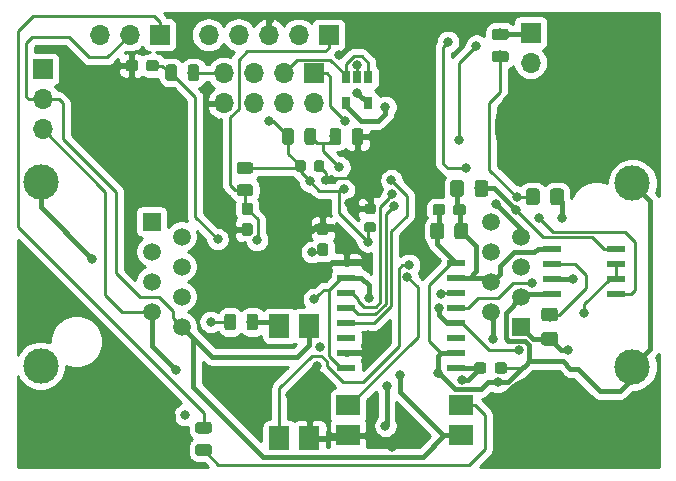
<source format=gbr>
G04 #@! TF.GenerationSoftware,KiCad,Pcbnew,(5.1.0)-1*
G04 #@! TF.CreationDate,2020-04-24T14:50:20+08:00*
G04 #@! TF.ProjectId,rs485_for_servo,72733438-355f-4666-9f72-5f736572766f,rev?*
G04 #@! TF.SameCoordinates,Original*
G04 #@! TF.FileFunction,Copper,L2,Bot*
G04 #@! TF.FilePolarity,Positive*
%FSLAX46Y46*%
G04 Gerber Fmt 4.6, Leading zero omitted, Abs format (unit mm)*
G04 Created by KiCad (PCBNEW (5.1.0)-1) date 2020-04-24 14:50:20*
%MOMM*%
%LPD*%
G04 APERTURE LIST*
%ADD10R,1.780000X2.000000*%
%ADD11R,2.000000X1.780000*%
%ADD12C,0.100000*%
%ADD13C,1.150000*%
%ADD14R,1.550000X0.600000*%
%ADD15C,0.975000*%
%ADD16C,0.950000*%
%ADD17O,1.700000X1.700000*%
%ADD18R,1.700000X1.700000*%
%ADD19C,1.500000*%
%ADD20C,3.000000*%
%ADD21R,1.500000X1.500000*%
%ADD22R,1.500000X0.600000*%
%ADD23C,0.875000*%
%ADD24R,0.650000X1.060000*%
%ADD25C,0.800000*%
%ADD26C,8.000000*%
%ADD27C,0.400000*%
%ADD28C,0.250000*%
%ADD29C,0.254000*%
G04 APERTURE END LIST*
D10*
X100430000Y-54865000D03*
X102970000Y-45335000D03*
X102970000Y-54865000D03*
X100430000Y-45335000D03*
D11*
X106233000Y-52070000D03*
X115763000Y-54610000D03*
X106233000Y-54610000D03*
X115763000Y-52070000D03*
D12*
G36*
X122224505Y-33701204D02*
G01*
X122248773Y-33704804D01*
X122272572Y-33710765D01*
X122295671Y-33719030D01*
X122317850Y-33729520D01*
X122338893Y-33742132D01*
X122358599Y-33756747D01*
X122376777Y-33773223D01*
X122393253Y-33791401D01*
X122407868Y-33811107D01*
X122420480Y-33832150D01*
X122430970Y-33854329D01*
X122439235Y-33877428D01*
X122445196Y-33901227D01*
X122448796Y-33925495D01*
X122450000Y-33949999D01*
X122450000Y-34850001D01*
X122448796Y-34874505D01*
X122445196Y-34898773D01*
X122439235Y-34922572D01*
X122430970Y-34945671D01*
X122420480Y-34967850D01*
X122407868Y-34988893D01*
X122393253Y-35008599D01*
X122376777Y-35026777D01*
X122358599Y-35043253D01*
X122338893Y-35057868D01*
X122317850Y-35070480D01*
X122295671Y-35080970D01*
X122272572Y-35089235D01*
X122248773Y-35095196D01*
X122224505Y-35098796D01*
X122200001Y-35100000D01*
X121549999Y-35100000D01*
X121525495Y-35098796D01*
X121501227Y-35095196D01*
X121477428Y-35089235D01*
X121454329Y-35080970D01*
X121432150Y-35070480D01*
X121411107Y-35057868D01*
X121391401Y-35043253D01*
X121373223Y-35026777D01*
X121356747Y-35008599D01*
X121342132Y-34988893D01*
X121329520Y-34967850D01*
X121319030Y-34945671D01*
X121310765Y-34922572D01*
X121304804Y-34898773D01*
X121301204Y-34874505D01*
X121300000Y-34850001D01*
X121300000Y-33949999D01*
X121301204Y-33925495D01*
X121304804Y-33901227D01*
X121310765Y-33877428D01*
X121319030Y-33854329D01*
X121329520Y-33832150D01*
X121342132Y-33811107D01*
X121356747Y-33791401D01*
X121373223Y-33773223D01*
X121391401Y-33756747D01*
X121411107Y-33742132D01*
X121432150Y-33729520D01*
X121454329Y-33719030D01*
X121477428Y-33710765D01*
X121501227Y-33704804D01*
X121525495Y-33701204D01*
X121549999Y-33700000D01*
X122200001Y-33700000D01*
X122224505Y-33701204D01*
X122224505Y-33701204D01*
G37*
D13*
X121875000Y-34400000D03*
D12*
G36*
X124274505Y-33701204D02*
G01*
X124298773Y-33704804D01*
X124322572Y-33710765D01*
X124345671Y-33719030D01*
X124367850Y-33729520D01*
X124388893Y-33742132D01*
X124408599Y-33756747D01*
X124426777Y-33773223D01*
X124443253Y-33791401D01*
X124457868Y-33811107D01*
X124470480Y-33832150D01*
X124480970Y-33854329D01*
X124489235Y-33877428D01*
X124495196Y-33901227D01*
X124498796Y-33925495D01*
X124500000Y-33949999D01*
X124500000Y-34850001D01*
X124498796Y-34874505D01*
X124495196Y-34898773D01*
X124489235Y-34922572D01*
X124480970Y-34945671D01*
X124470480Y-34967850D01*
X124457868Y-34988893D01*
X124443253Y-35008599D01*
X124426777Y-35026777D01*
X124408599Y-35043253D01*
X124388893Y-35057868D01*
X124367850Y-35070480D01*
X124345671Y-35080970D01*
X124322572Y-35089235D01*
X124298773Y-35095196D01*
X124274505Y-35098796D01*
X124250001Y-35100000D01*
X123599999Y-35100000D01*
X123575495Y-35098796D01*
X123551227Y-35095196D01*
X123527428Y-35089235D01*
X123504329Y-35080970D01*
X123482150Y-35070480D01*
X123461107Y-35057868D01*
X123441401Y-35043253D01*
X123423223Y-35026777D01*
X123406747Y-35008599D01*
X123392132Y-34988893D01*
X123379520Y-34967850D01*
X123369030Y-34945671D01*
X123360765Y-34922572D01*
X123354804Y-34898773D01*
X123351204Y-34874505D01*
X123350000Y-34850001D01*
X123350000Y-33949999D01*
X123351204Y-33925495D01*
X123354804Y-33901227D01*
X123360765Y-33877428D01*
X123369030Y-33854329D01*
X123379520Y-33832150D01*
X123392132Y-33811107D01*
X123406747Y-33791401D01*
X123423223Y-33773223D01*
X123441401Y-33756747D01*
X123461107Y-33742132D01*
X123482150Y-33729520D01*
X123504329Y-33719030D01*
X123527428Y-33710765D01*
X123551227Y-33704804D01*
X123575495Y-33701204D01*
X123599999Y-33700000D01*
X124250001Y-33700000D01*
X124274505Y-33701204D01*
X124274505Y-33701204D01*
G37*
D13*
X123925000Y-34400000D03*
D14*
X123500000Y-38795000D03*
X123500000Y-40065000D03*
X123500000Y-41335000D03*
X123500000Y-42605000D03*
X128900000Y-42605000D03*
X128900000Y-41335000D03*
X128900000Y-40065000D03*
X128900000Y-38795000D03*
D12*
G36*
X91530142Y-23201174D02*
G01*
X91553803Y-23204684D01*
X91577007Y-23210496D01*
X91599529Y-23218554D01*
X91621153Y-23228782D01*
X91641670Y-23241079D01*
X91660883Y-23255329D01*
X91678607Y-23271393D01*
X91694671Y-23289117D01*
X91708921Y-23308330D01*
X91721218Y-23328847D01*
X91731446Y-23350471D01*
X91739504Y-23372993D01*
X91745316Y-23396197D01*
X91748826Y-23419858D01*
X91750000Y-23443750D01*
X91750000Y-24356250D01*
X91748826Y-24380142D01*
X91745316Y-24403803D01*
X91739504Y-24427007D01*
X91731446Y-24449529D01*
X91721218Y-24471153D01*
X91708921Y-24491670D01*
X91694671Y-24510883D01*
X91678607Y-24528607D01*
X91660883Y-24544671D01*
X91641670Y-24558921D01*
X91621153Y-24571218D01*
X91599529Y-24581446D01*
X91577007Y-24589504D01*
X91553803Y-24595316D01*
X91530142Y-24598826D01*
X91506250Y-24600000D01*
X91018750Y-24600000D01*
X90994858Y-24598826D01*
X90971197Y-24595316D01*
X90947993Y-24589504D01*
X90925471Y-24581446D01*
X90903847Y-24571218D01*
X90883330Y-24558921D01*
X90864117Y-24544671D01*
X90846393Y-24528607D01*
X90830329Y-24510883D01*
X90816079Y-24491670D01*
X90803782Y-24471153D01*
X90793554Y-24449529D01*
X90785496Y-24427007D01*
X90779684Y-24403803D01*
X90776174Y-24380142D01*
X90775000Y-24356250D01*
X90775000Y-23443750D01*
X90776174Y-23419858D01*
X90779684Y-23396197D01*
X90785496Y-23372993D01*
X90793554Y-23350471D01*
X90803782Y-23328847D01*
X90816079Y-23308330D01*
X90830329Y-23289117D01*
X90846393Y-23271393D01*
X90864117Y-23255329D01*
X90883330Y-23241079D01*
X90903847Y-23228782D01*
X90925471Y-23218554D01*
X90947993Y-23210496D01*
X90971197Y-23204684D01*
X90994858Y-23201174D01*
X91018750Y-23200000D01*
X91506250Y-23200000D01*
X91530142Y-23201174D01*
X91530142Y-23201174D01*
G37*
D15*
X91262500Y-23900000D03*
D12*
G36*
X93405142Y-23201174D02*
G01*
X93428803Y-23204684D01*
X93452007Y-23210496D01*
X93474529Y-23218554D01*
X93496153Y-23228782D01*
X93516670Y-23241079D01*
X93535883Y-23255329D01*
X93553607Y-23271393D01*
X93569671Y-23289117D01*
X93583921Y-23308330D01*
X93596218Y-23328847D01*
X93606446Y-23350471D01*
X93614504Y-23372993D01*
X93620316Y-23396197D01*
X93623826Y-23419858D01*
X93625000Y-23443750D01*
X93625000Y-24356250D01*
X93623826Y-24380142D01*
X93620316Y-24403803D01*
X93614504Y-24427007D01*
X93606446Y-24449529D01*
X93596218Y-24471153D01*
X93583921Y-24491670D01*
X93569671Y-24510883D01*
X93553607Y-24528607D01*
X93535883Y-24544671D01*
X93516670Y-24558921D01*
X93496153Y-24571218D01*
X93474529Y-24581446D01*
X93452007Y-24589504D01*
X93428803Y-24595316D01*
X93405142Y-24598826D01*
X93381250Y-24600000D01*
X92893750Y-24600000D01*
X92869858Y-24598826D01*
X92846197Y-24595316D01*
X92822993Y-24589504D01*
X92800471Y-24581446D01*
X92778847Y-24571218D01*
X92758330Y-24558921D01*
X92739117Y-24544671D01*
X92721393Y-24528607D01*
X92705329Y-24510883D01*
X92691079Y-24491670D01*
X92678782Y-24471153D01*
X92668554Y-24449529D01*
X92660496Y-24427007D01*
X92654684Y-24403803D01*
X92651174Y-24380142D01*
X92650000Y-24356250D01*
X92650000Y-23443750D01*
X92651174Y-23419858D01*
X92654684Y-23396197D01*
X92660496Y-23372993D01*
X92668554Y-23350471D01*
X92678782Y-23328847D01*
X92691079Y-23308330D01*
X92705329Y-23289117D01*
X92721393Y-23271393D01*
X92739117Y-23255329D01*
X92758330Y-23241079D01*
X92778847Y-23228782D01*
X92800471Y-23218554D01*
X92822993Y-23210496D01*
X92846197Y-23204684D01*
X92869858Y-23201174D01*
X92893750Y-23200000D01*
X93381250Y-23200000D01*
X93405142Y-23201174D01*
X93405142Y-23201174D01*
G37*
D15*
X93137500Y-23900000D03*
D12*
G36*
X103305142Y-28601174D02*
G01*
X103328803Y-28604684D01*
X103352007Y-28610496D01*
X103374529Y-28618554D01*
X103396153Y-28628782D01*
X103416670Y-28641079D01*
X103435883Y-28655329D01*
X103453607Y-28671393D01*
X103469671Y-28689117D01*
X103483921Y-28708330D01*
X103496218Y-28728847D01*
X103506446Y-28750471D01*
X103514504Y-28772993D01*
X103520316Y-28796197D01*
X103523826Y-28819858D01*
X103525000Y-28843750D01*
X103525000Y-29756250D01*
X103523826Y-29780142D01*
X103520316Y-29803803D01*
X103514504Y-29827007D01*
X103506446Y-29849529D01*
X103496218Y-29871153D01*
X103483921Y-29891670D01*
X103469671Y-29910883D01*
X103453607Y-29928607D01*
X103435883Y-29944671D01*
X103416670Y-29958921D01*
X103396153Y-29971218D01*
X103374529Y-29981446D01*
X103352007Y-29989504D01*
X103328803Y-29995316D01*
X103305142Y-29998826D01*
X103281250Y-30000000D01*
X102793750Y-30000000D01*
X102769858Y-29998826D01*
X102746197Y-29995316D01*
X102722993Y-29989504D01*
X102700471Y-29981446D01*
X102678847Y-29971218D01*
X102658330Y-29958921D01*
X102639117Y-29944671D01*
X102621393Y-29928607D01*
X102605329Y-29910883D01*
X102591079Y-29891670D01*
X102578782Y-29871153D01*
X102568554Y-29849529D01*
X102560496Y-29827007D01*
X102554684Y-29803803D01*
X102551174Y-29780142D01*
X102550000Y-29756250D01*
X102550000Y-28843750D01*
X102551174Y-28819858D01*
X102554684Y-28796197D01*
X102560496Y-28772993D01*
X102568554Y-28750471D01*
X102578782Y-28728847D01*
X102591079Y-28708330D01*
X102605329Y-28689117D01*
X102621393Y-28671393D01*
X102639117Y-28655329D01*
X102658330Y-28641079D01*
X102678847Y-28628782D01*
X102700471Y-28618554D01*
X102722993Y-28610496D01*
X102746197Y-28604684D01*
X102769858Y-28601174D01*
X102793750Y-28600000D01*
X103281250Y-28600000D01*
X103305142Y-28601174D01*
X103305142Y-28601174D01*
G37*
D15*
X103037500Y-29300000D03*
D12*
G36*
X101430142Y-28601174D02*
G01*
X101453803Y-28604684D01*
X101477007Y-28610496D01*
X101499529Y-28618554D01*
X101521153Y-28628782D01*
X101541670Y-28641079D01*
X101560883Y-28655329D01*
X101578607Y-28671393D01*
X101594671Y-28689117D01*
X101608921Y-28708330D01*
X101621218Y-28728847D01*
X101631446Y-28750471D01*
X101639504Y-28772993D01*
X101645316Y-28796197D01*
X101648826Y-28819858D01*
X101650000Y-28843750D01*
X101650000Y-29756250D01*
X101648826Y-29780142D01*
X101645316Y-29803803D01*
X101639504Y-29827007D01*
X101631446Y-29849529D01*
X101621218Y-29871153D01*
X101608921Y-29891670D01*
X101594671Y-29910883D01*
X101578607Y-29928607D01*
X101560883Y-29944671D01*
X101541670Y-29958921D01*
X101521153Y-29971218D01*
X101499529Y-29981446D01*
X101477007Y-29989504D01*
X101453803Y-29995316D01*
X101430142Y-29998826D01*
X101406250Y-30000000D01*
X100918750Y-30000000D01*
X100894858Y-29998826D01*
X100871197Y-29995316D01*
X100847993Y-29989504D01*
X100825471Y-29981446D01*
X100803847Y-29971218D01*
X100783330Y-29958921D01*
X100764117Y-29944671D01*
X100746393Y-29928607D01*
X100730329Y-29910883D01*
X100716079Y-29891670D01*
X100703782Y-29871153D01*
X100693554Y-29849529D01*
X100685496Y-29827007D01*
X100679684Y-29803803D01*
X100676174Y-29780142D01*
X100675000Y-29756250D01*
X100675000Y-28843750D01*
X100676174Y-28819858D01*
X100679684Y-28796197D01*
X100685496Y-28772993D01*
X100693554Y-28750471D01*
X100703782Y-28728847D01*
X100716079Y-28708330D01*
X100730329Y-28689117D01*
X100746393Y-28671393D01*
X100764117Y-28655329D01*
X100783330Y-28641079D01*
X100803847Y-28628782D01*
X100825471Y-28618554D01*
X100847993Y-28610496D01*
X100871197Y-28604684D01*
X100894858Y-28601174D01*
X100918750Y-28600000D01*
X101406250Y-28600000D01*
X101430142Y-28601174D01*
X101430142Y-28601174D01*
G37*
D15*
X101162500Y-29300000D03*
D12*
G36*
X88235779Y-22826144D02*
G01*
X88258834Y-22829563D01*
X88281443Y-22835227D01*
X88303387Y-22843079D01*
X88324457Y-22853044D01*
X88344448Y-22865026D01*
X88363168Y-22878910D01*
X88380438Y-22894562D01*
X88396090Y-22911832D01*
X88409974Y-22930552D01*
X88421956Y-22950543D01*
X88431921Y-22971613D01*
X88439773Y-22993557D01*
X88445437Y-23016166D01*
X88448856Y-23039221D01*
X88450000Y-23062500D01*
X88450000Y-23537500D01*
X88448856Y-23560779D01*
X88445437Y-23583834D01*
X88439773Y-23606443D01*
X88431921Y-23628387D01*
X88421956Y-23649457D01*
X88409974Y-23669448D01*
X88396090Y-23688168D01*
X88380438Y-23705438D01*
X88363168Y-23721090D01*
X88344448Y-23734974D01*
X88324457Y-23746956D01*
X88303387Y-23756921D01*
X88281443Y-23764773D01*
X88258834Y-23770437D01*
X88235779Y-23773856D01*
X88212500Y-23775000D01*
X87637500Y-23775000D01*
X87614221Y-23773856D01*
X87591166Y-23770437D01*
X87568557Y-23764773D01*
X87546613Y-23756921D01*
X87525543Y-23746956D01*
X87505552Y-23734974D01*
X87486832Y-23721090D01*
X87469562Y-23705438D01*
X87453910Y-23688168D01*
X87440026Y-23669448D01*
X87428044Y-23649457D01*
X87418079Y-23628387D01*
X87410227Y-23606443D01*
X87404563Y-23583834D01*
X87401144Y-23560779D01*
X87400000Y-23537500D01*
X87400000Y-23062500D01*
X87401144Y-23039221D01*
X87404563Y-23016166D01*
X87410227Y-22993557D01*
X87418079Y-22971613D01*
X87428044Y-22950543D01*
X87440026Y-22930552D01*
X87453910Y-22911832D01*
X87469562Y-22894562D01*
X87486832Y-22878910D01*
X87505552Y-22865026D01*
X87525543Y-22853044D01*
X87546613Y-22843079D01*
X87568557Y-22835227D01*
X87591166Y-22829563D01*
X87614221Y-22826144D01*
X87637500Y-22825000D01*
X88212500Y-22825000D01*
X88235779Y-22826144D01*
X88235779Y-22826144D01*
G37*
D16*
X87925000Y-23300000D03*
D12*
G36*
X89985779Y-22826144D02*
G01*
X90008834Y-22829563D01*
X90031443Y-22835227D01*
X90053387Y-22843079D01*
X90074457Y-22853044D01*
X90094448Y-22865026D01*
X90113168Y-22878910D01*
X90130438Y-22894562D01*
X90146090Y-22911832D01*
X90159974Y-22930552D01*
X90171956Y-22950543D01*
X90181921Y-22971613D01*
X90189773Y-22993557D01*
X90195437Y-23016166D01*
X90198856Y-23039221D01*
X90200000Y-23062500D01*
X90200000Y-23537500D01*
X90198856Y-23560779D01*
X90195437Y-23583834D01*
X90189773Y-23606443D01*
X90181921Y-23628387D01*
X90171956Y-23649457D01*
X90159974Y-23669448D01*
X90146090Y-23688168D01*
X90130438Y-23705438D01*
X90113168Y-23721090D01*
X90094448Y-23734974D01*
X90074457Y-23746956D01*
X90053387Y-23756921D01*
X90031443Y-23764773D01*
X90008834Y-23770437D01*
X89985779Y-23773856D01*
X89962500Y-23775000D01*
X89387500Y-23775000D01*
X89364221Y-23773856D01*
X89341166Y-23770437D01*
X89318557Y-23764773D01*
X89296613Y-23756921D01*
X89275543Y-23746956D01*
X89255552Y-23734974D01*
X89236832Y-23721090D01*
X89219562Y-23705438D01*
X89203910Y-23688168D01*
X89190026Y-23669448D01*
X89178044Y-23649457D01*
X89168079Y-23628387D01*
X89160227Y-23606443D01*
X89154563Y-23583834D01*
X89151144Y-23560779D01*
X89150000Y-23537500D01*
X89150000Y-23062500D01*
X89151144Y-23039221D01*
X89154563Y-23016166D01*
X89160227Y-22993557D01*
X89168079Y-22971613D01*
X89178044Y-22950543D01*
X89190026Y-22930552D01*
X89203910Y-22911832D01*
X89219562Y-22894562D01*
X89236832Y-22878910D01*
X89255552Y-22865026D01*
X89275543Y-22853044D01*
X89296613Y-22843079D01*
X89318557Y-22835227D01*
X89341166Y-22829563D01*
X89364221Y-22826144D01*
X89387500Y-22825000D01*
X89962500Y-22825000D01*
X89985779Y-22826144D01*
X89985779Y-22826144D01*
G37*
D16*
X89675000Y-23300000D03*
D17*
X94440000Y-20700000D03*
X96980000Y-20700000D03*
X99520000Y-20700000D03*
X102060000Y-20700000D03*
D18*
X104600000Y-20700000D03*
D17*
X121700000Y-23040000D03*
D18*
X121700000Y-20500000D03*
D12*
G36*
X105430142Y-28601174D02*
G01*
X105453803Y-28604684D01*
X105477007Y-28610496D01*
X105499529Y-28618554D01*
X105521153Y-28628782D01*
X105541670Y-28641079D01*
X105560883Y-28655329D01*
X105578607Y-28671393D01*
X105594671Y-28689117D01*
X105608921Y-28708330D01*
X105621218Y-28728847D01*
X105631446Y-28750471D01*
X105639504Y-28772993D01*
X105645316Y-28796197D01*
X105648826Y-28819858D01*
X105650000Y-28843750D01*
X105650000Y-29756250D01*
X105648826Y-29780142D01*
X105645316Y-29803803D01*
X105639504Y-29827007D01*
X105631446Y-29849529D01*
X105621218Y-29871153D01*
X105608921Y-29891670D01*
X105594671Y-29910883D01*
X105578607Y-29928607D01*
X105560883Y-29944671D01*
X105541670Y-29958921D01*
X105521153Y-29971218D01*
X105499529Y-29981446D01*
X105477007Y-29989504D01*
X105453803Y-29995316D01*
X105430142Y-29998826D01*
X105406250Y-30000000D01*
X104918750Y-30000000D01*
X104894858Y-29998826D01*
X104871197Y-29995316D01*
X104847993Y-29989504D01*
X104825471Y-29981446D01*
X104803847Y-29971218D01*
X104783330Y-29958921D01*
X104764117Y-29944671D01*
X104746393Y-29928607D01*
X104730329Y-29910883D01*
X104716079Y-29891670D01*
X104703782Y-29871153D01*
X104693554Y-29849529D01*
X104685496Y-29827007D01*
X104679684Y-29803803D01*
X104676174Y-29780142D01*
X104675000Y-29756250D01*
X104675000Y-28843750D01*
X104676174Y-28819858D01*
X104679684Y-28796197D01*
X104685496Y-28772993D01*
X104693554Y-28750471D01*
X104703782Y-28728847D01*
X104716079Y-28708330D01*
X104730329Y-28689117D01*
X104746393Y-28671393D01*
X104764117Y-28655329D01*
X104783330Y-28641079D01*
X104803847Y-28628782D01*
X104825471Y-28618554D01*
X104847993Y-28610496D01*
X104871197Y-28604684D01*
X104894858Y-28601174D01*
X104918750Y-28600000D01*
X105406250Y-28600000D01*
X105430142Y-28601174D01*
X105430142Y-28601174D01*
G37*
D15*
X105162500Y-29300000D03*
D12*
G36*
X107305142Y-28601174D02*
G01*
X107328803Y-28604684D01*
X107352007Y-28610496D01*
X107374529Y-28618554D01*
X107396153Y-28628782D01*
X107416670Y-28641079D01*
X107435883Y-28655329D01*
X107453607Y-28671393D01*
X107469671Y-28689117D01*
X107483921Y-28708330D01*
X107496218Y-28728847D01*
X107506446Y-28750471D01*
X107514504Y-28772993D01*
X107520316Y-28796197D01*
X107523826Y-28819858D01*
X107525000Y-28843750D01*
X107525000Y-29756250D01*
X107523826Y-29780142D01*
X107520316Y-29803803D01*
X107514504Y-29827007D01*
X107506446Y-29849529D01*
X107496218Y-29871153D01*
X107483921Y-29891670D01*
X107469671Y-29910883D01*
X107453607Y-29928607D01*
X107435883Y-29944671D01*
X107416670Y-29958921D01*
X107396153Y-29971218D01*
X107374529Y-29981446D01*
X107352007Y-29989504D01*
X107328803Y-29995316D01*
X107305142Y-29998826D01*
X107281250Y-30000000D01*
X106793750Y-30000000D01*
X106769858Y-29998826D01*
X106746197Y-29995316D01*
X106722993Y-29989504D01*
X106700471Y-29981446D01*
X106678847Y-29971218D01*
X106658330Y-29958921D01*
X106639117Y-29944671D01*
X106621393Y-29928607D01*
X106605329Y-29910883D01*
X106591079Y-29891670D01*
X106578782Y-29871153D01*
X106568554Y-29849529D01*
X106560496Y-29827007D01*
X106554684Y-29803803D01*
X106551174Y-29780142D01*
X106550000Y-29756250D01*
X106550000Y-28843750D01*
X106551174Y-28819858D01*
X106554684Y-28796197D01*
X106560496Y-28772993D01*
X106568554Y-28750471D01*
X106578782Y-28728847D01*
X106591079Y-28708330D01*
X106605329Y-28689117D01*
X106621393Y-28671393D01*
X106639117Y-28655329D01*
X106658330Y-28641079D01*
X106678847Y-28628782D01*
X106700471Y-28618554D01*
X106722993Y-28610496D01*
X106746197Y-28604684D01*
X106769858Y-28601174D01*
X106793750Y-28600000D01*
X107281250Y-28600000D01*
X107305142Y-28601174D01*
X107305142Y-28601174D01*
G37*
D15*
X107037500Y-29300000D03*
D12*
G36*
X97980142Y-33351174D02*
G01*
X98003803Y-33354684D01*
X98027007Y-33360496D01*
X98049529Y-33368554D01*
X98071153Y-33378782D01*
X98091670Y-33391079D01*
X98110883Y-33405329D01*
X98128607Y-33421393D01*
X98144671Y-33439117D01*
X98158921Y-33458330D01*
X98171218Y-33478847D01*
X98181446Y-33500471D01*
X98189504Y-33522993D01*
X98195316Y-33546197D01*
X98198826Y-33569858D01*
X98200000Y-33593750D01*
X98200000Y-34081250D01*
X98198826Y-34105142D01*
X98195316Y-34128803D01*
X98189504Y-34152007D01*
X98181446Y-34174529D01*
X98171218Y-34196153D01*
X98158921Y-34216670D01*
X98144671Y-34235883D01*
X98128607Y-34253607D01*
X98110883Y-34269671D01*
X98091670Y-34283921D01*
X98071153Y-34296218D01*
X98049529Y-34306446D01*
X98027007Y-34314504D01*
X98003803Y-34320316D01*
X97980142Y-34323826D01*
X97956250Y-34325000D01*
X97043750Y-34325000D01*
X97019858Y-34323826D01*
X96996197Y-34320316D01*
X96972993Y-34314504D01*
X96950471Y-34306446D01*
X96928847Y-34296218D01*
X96908330Y-34283921D01*
X96889117Y-34269671D01*
X96871393Y-34253607D01*
X96855329Y-34235883D01*
X96841079Y-34216670D01*
X96828782Y-34196153D01*
X96818554Y-34174529D01*
X96810496Y-34152007D01*
X96804684Y-34128803D01*
X96801174Y-34105142D01*
X96800000Y-34081250D01*
X96800000Y-33593750D01*
X96801174Y-33569858D01*
X96804684Y-33546197D01*
X96810496Y-33522993D01*
X96818554Y-33500471D01*
X96828782Y-33478847D01*
X96841079Y-33458330D01*
X96855329Y-33439117D01*
X96871393Y-33421393D01*
X96889117Y-33405329D01*
X96908330Y-33391079D01*
X96928847Y-33378782D01*
X96950471Y-33368554D01*
X96972993Y-33360496D01*
X96996197Y-33354684D01*
X97019858Y-33351174D01*
X97043750Y-33350000D01*
X97956250Y-33350000D01*
X97980142Y-33351174D01*
X97980142Y-33351174D01*
G37*
D15*
X97500000Y-33837500D03*
D12*
G36*
X97980142Y-31476174D02*
G01*
X98003803Y-31479684D01*
X98027007Y-31485496D01*
X98049529Y-31493554D01*
X98071153Y-31503782D01*
X98091670Y-31516079D01*
X98110883Y-31530329D01*
X98128607Y-31546393D01*
X98144671Y-31564117D01*
X98158921Y-31583330D01*
X98171218Y-31603847D01*
X98181446Y-31625471D01*
X98189504Y-31647993D01*
X98195316Y-31671197D01*
X98198826Y-31694858D01*
X98200000Y-31718750D01*
X98200000Y-32206250D01*
X98198826Y-32230142D01*
X98195316Y-32253803D01*
X98189504Y-32277007D01*
X98181446Y-32299529D01*
X98171218Y-32321153D01*
X98158921Y-32341670D01*
X98144671Y-32360883D01*
X98128607Y-32378607D01*
X98110883Y-32394671D01*
X98091670Y-32408921D01*
X98071153Y-32421218D01*
X98049529Y-32431446D01*
X98027007Y-32439504D01*
X98003803Y-32445316D01*
X97980142Y-32448826D01*
X97956250Y-32450000D01*
X97043750Y-32450000D01*
X97019858Y-32448826D01*
X96996197Y-32445316D01*
X96972993Y-32439504D01*
X96950471Y-32431446D01*
X96928847Y-32421218D01*
X96908330Y-32408921D01*
X96889117Y-32394671D01*
X96871393Y-32378607D01*
X96855329Y-32360883D01*
X96841079Y-32341670D01*
X96828782Y-32321153D01*
X96818554Y-32299529D01*
X96810496Y-32277007D01*
X96804684Y-32253803D01*
X96801174Y-32230142D01*
X96800000Y-32206250D01*
X96800000Y-31718750D01*
X96801174Y-31694858D01*
X96804684Y-31671197D01*
X96810496Y-31647993D01*
X96818554Y-31625471D01*
X96828782Y-31603847D01*
X96841079Y-31583330D01*
X96855329Y-31564117D01*
X96871393Y-31546393D01*
X96889117Y-31530329D01*
X96908330Y-31516079D01*
X96928847Y-31503782D01*
X96950471Y-31493554D01*
X96972993Y-31485496D01*
X96996197Y-31479684D01*
X97019858Y-31476174D01*
X97043750Y-31475000D01*
X97956250Y-31475000D01*
X97980142Y-31476174D01*
X97980142Y-31476174D01*
G37*
D15*
X97500000Y-31962500D03*
D12*
G36*
X119606142Y-22041174D02*
G01*
X119629803Y-22044684D01*
X119653007Y-22050496D01*
X119675529Y-22058554D01*
X119697153Y-22068782D01*
X119717670Y-22081079D01*
X119736883Y-22095329D01*
X119754607Y-22111393D01*
X119770671Y-22129117D01*
X119784921Y-22148330D01*
X119797218Y-22168847D01*
X119807446Y-22190471D01*
X119815504Y-22212993D01*
X119821316Y-22236197D01*
X119824826Y-22259858D01*
X119826000Y-22283750D01*
X119826000Y-22771250D01*
X119824826Y-22795142D01*
X119821316Y-22818803D01*
X119815504Y-22842007D01*
X119807446Y-22864529D01*
X119797218Y-22886153D01*
X119784921Y-22906670D01*
X119770671Y-22925883D01*
X119754607Y-22943607D01*
X119736883Y-22959671D01*
X119717670Y-22973921D01*
X119697153Y-22986218D01*
X119675529Y-22996446D01*
X119653007Y-23004504D01*
X119629803Y-23010316D01*
X119606142Y-23013826D01*
X119582250Y-23015000D01*
X118669750Y-23015000D01*
X118645858Y-23013826D01*
X118622197Y-23010316D01*
X118598993Y-23004504D01*
X118576471Y-22996446D01*
X118554847Y-22986218D01*
X118534330Y-22973921D01*
X118515117Y-22959671D01*
X118497393Y-22943607D01*
X118481329Y-22925883D01*
X118467079Y-22906670D01*
X118454782Y-22886153D01*
X118444554Y-22864529D01*
X118436496Y-22842007D01*
X118430684Y-22818803D01*
X118427174Y-22795142D01*
X118426000Y-22771250D01*
X118426000Y-22283750D01*
X118427174Y-22259858D01*
X118430684Y-22236197D01*
X118436496Y-22212993D01*
X118444554Y-22190471D01*
X118454782Y-22168847D01*
X118467079Y-22148330D01*
X118481329Y-22129117D01*
X118497393Y-22111393D01*
X118515117Y-22095329D01*
X118534330Y-22081079D01*
X118554847Y-22068782D01*
X118576471Y-22058554D01*
X118598993Y-22050496D01*
X118622197Y-22044684D01*
X118645858Y-22041174D01*
X118669750Y-22040000D01*
X119582250Y-22040000D01*
X119606142Y-22041174D01*
X119606142Y-22041174D01*
G37*
D15*
X119126000Y-22527500D03*
D12*
G36*
X119606142Y-20166174D02*
G01*
X119629803Y-20169684D01*
X119653007Y-20175496D01*
X119675529Y-20183554D01*
X119697153Y-20193782D01*
X119717670Y-20206079D01*
X119736883Y-20220329D01*
X119754607Y-20236393D01*
X119770671Y-20254117D01*
X119784921Y-20273330D01*
X119797218Y-20293847D01*
X119807446Y-20315471D01*
X119815504Y-20337993D01*
X119821316Y-20361197D01*
X119824826Y-20384858D01*
X119826000Y-20408750D01*
X119826000Y-20896250D01*
X119824826Y-20920142D01*
X119821316Y-20943803D01*
X119815504Y-20967007D01*
X119807446Y-20989529D01*
X119797218Y-21011153D01*
X119784921Y-21031670D01*
X119770671Y-21050883D01*
X119754607Y-21068607D01*
X119736883Y-21084671D01*
X119717670Y-21098921D01*
X119697153Y-21111218D01*
X119675529Y-21121446D01*
X119653007Y-21129504D01*
X119629803Y-21135316D01*
X119606142Y-21138826D01*
X119582250Y-21140000D01*
X118669750Y-21140000D01*
X118645858Y-21138826D01*
X118622197Y-21135316D01*
X118598993Y-21129504D01*
X118576471Y-21121446D01*
X118554847Y-21111218D01*
X118534330Y-21098921D01*
X118515117Y-21084671D01*
X118497393Y-21068607D01*
X118481329Y-21050883D01*
X118467079Y-21031670D01*
X118454782Y-21011153D01*
X118444554Y-20989529D01*
X118436496Y-20967007D01*
X118430684Y-20943803D01*
X118427174Y-20920142D01*
X118426000Y-20896250D01*
X118426000Y-20408750D01*
X118427174Y-20384858D01*
X118430684Y-20361197D01*
X118436496Y-20337993D01*
X118444554Y-20315471D01*
X118454782Y-20293847D01*
X118467079Y-20273330D01*
X118481329Y-20254117D01*
X118497393Y-20236393D01*
X118515117Y-20220329D01*
X118534330Y-20206079D01*
X118554847Y-20193782D01*
X118576471Y-20183554D01*
X118598993Y-20175496D01*
X118622197Y-20169684D01*
X118645858Y-20166174D01*
X118669750Y-20165000D01*
X119582250Y-20165000D01*
X119606142Y-20166174D01*
X119606142Y-20166174D01*
G37*
D15*
X119126000Y-20652500D03*
D17*
X95700000Y-26500000D03*
X95700000Y-23960000D03*
X98240000Y-26500000D03*
X98240000Y-23960000D03*
X100780000Y-26500000D03*
X100780000Y-23960000D03*
X103320000Y-26500000D03*
D18*
X103320000Y-23960000D03*
D12*
G36*
X104360779Y-38351144D02*
G01*
X104383834Y-38354563D01*
X104406443Y-38360227D01*
X104428387Y-38368079D01*
X104449457Y-38378044D01*
X104469448Y-38390026D01*
X104488168Y-38403910D01*
X104505438Y-38419562D01*
X104521090Y-38436832D01*
X104534974Y-38455552D01*
X104546956Y-38475543D01*
X104556921Y-38496613D01*
X104564773Y-38518557D01*
X104570437Y-38541166D01*
X104573856Y-38564221D01*
X104575000Y-38587500D01*
X104575000Y-39162500D01*
X104573856Y-39185779D01*
X104570437Y-39208834D01*
X104564773Y-39231443D01*
X104556921Y-39253387D01*
X104546956Y-39274457D01*
X104534974Y-39294448D01*
X104521090Y-39313168D01*
X104505438Y-39330438D01*
X104488168Y-39346090D01*
X104469448Y-39359974D01*
X104449457Y-39371956D01*
X104428387Y-39381921D01*
X104406443Y-39389773D01*
X104383834Y-39395437D01*
X104360779Y-39398856D01*
X104337500Y-39400000D01*
X103862500Y-39400000D01*
X103839221Y-39398856D01*
X103816166Y-39395437D01*
X103793557Y-39389773D01*
X103771613Y-39381921D01*
X103750543Y-39371956D01*
X103730552Y-39359974D01*
X103711832Y-39346090D01*
X103694562Y-39330438D01*
X103678910Y-39313168D01*
X103665026Y-39294448D01*
X103653044Y-39274457D01*
X103643079Y-39253387D01*
X103635227Y-39231443D01*
X103629563Y-39208834D01*
X103626144Y-39185779D01*
X103625000Y-39162500D01*
X103625000Y-38587500D01*
X103626144Y-38564221D01*
X103629563Y-38541166D01*
X103635227Y-38518557D01*
X103643079Y-38496613D01*
X103653044Y-38475543D01*
X103665026Y-38455552D01*
X103678910Y-38436832D01*
X103694562Y-38419562D01*
X103711832Y-38403910D01*
X103730552Y-38390026D01*
X103750543Y-38378044D01*
X103771613Y-38368079D01*
X103793557Y-38360227D01*
X103816166Y-38354563D01*
X103839221Y-38351144D01*
X103862500Y-38350000D01*
X104337500Y-38350000D01*
X104360779Y-38351144D01*
X104360779Y-38351144D01*
G37*
D16*
X104100000Y-38875000D03*
D12*
G36*
X104360779Y-36601144D02*
G01*
X104383834Y-36604563D01*
X104406443Y-36610227D01*
X104428387Y-36618079D01*
X104449457Y-36628044D01*
X104469448Y-36640026D01*
X104488168Y-36653910D01*
X104505438Y-36669562D01*
X104521090Y-36686832D01*
X104534974Y-36705552D01*
X104546956Y-36725543D01*
X104556921Y-36746613D01*
X104564773Y-36768557D01*
X104570437Y-36791166D01*
X104573856Y-36814221D01*
X104575000Y-36837500D01*
X104575000Y-37412500D01*
X104573856Y-37435779D01*
X104570437Y-37458834D01*
X104564773Y-37481443D01*
X104556921Y-37503387D01*
X104546956Y-37524457D01*
X104534974Y-37544448D01*
X104521090Y-37563168D01*
X104505438Y-37580438D01*
X104488168Y-37596090D01*
X104469448Y-37609974D01*
X104449457Y-37621956D01*
X104428387Y-37631921D01*
X104406443Y-37639773D01*
X104383834Y-37645437D01*
X104360779Y-37648856D01*
X104337500Y-37650000D01*
X103862500Y-37650000D01*
X103839221Y-37648856D01*
X103816166Y-37645437D01*
X103793557Y-37639773D01*
X103771613Y-37631921D01*
X103750543Y-37621956D01*
X103730552Y-37609974D01*
X103711832Y-37596090D01*
X103694562Y-37580438D01*
X103678910Y-37563168D01*
X103665026Y-37544448D01*
X103653044Y-37524457D01*
X103643079Y-37503387D01*
X103635227Y-37481443D01*
X103629563Y-37458834D01*
X103626144Y-37435779D01*
X103625000Y-37412500D01*
X103625000Y-36837500D01*
X103626144Y-36814221D01*
X103629563Y-36791166D01*
X103635227Y-36768557D01*
X103643079Y-36746613D01*
X103653044Y-36725543D01*
X103665026Y-36705552D01*
X103678910Y-36686832D01*
X103694562Y-36669562D01*
X103711832Y-36653910D01*
X103730552Y-36640026D01*
X103750543Y-36628044D01*
X103771613Y-36618079D01*
X103793557Y-36610227D01*
X103816166Y-36604563D01*
X103839221Y-36601144D01*
X103862500Y-36600000D01*
X104337500Y-36600000D01*
X104360779Y-36601144D01*
X104360779Y-36601144D01*
G37*
D16*
X104100000Y-37125000D03*
D12*
G36*
X119485779Y-48426144D02*
G01*
X119508834Y-48429563D01*
X119531443Y-48435227D01*
X119553387Y-48443079D01*
X119574457Y-48453044D01*
X119594448Y-48465026D01*
X119613168Y-48478910D01*
X119630438Y-48494562D01*
X119646090Y-48511832D01*
X119659974Y-48530552D01*
X119671956Y-48550543D01*
X119681921Y-48571613D01*
X119689773Y-48593557D01*
X119695437Y-48616166D01*
X119698856Y-48639221D01*
X119700000Y-48662500D01*
X119700000Y-49137500D01*
X119698856Y-49160779D01*
X119695437Y-49183834D01*
X119689773Y-49206443D01*
X119681921Y-49228387D01*
X119671956Y-49249457D01*
X119659974Y-49269448D01*
X119646090Y-49288168D01*
X119630438Y-49305438D01*
X119613168Y-49321090D01*
X119594448Y-49334974D01*
X119574457Y-49346956D01*
X119553387Y-49356921D01*
X119531443Y-49364773D01*
X119508834Y-49370437D01*
X119485779Y-49373856D01*
X119462500Y-49375000D01*
X118887500Y-49375000D01*
X118864221Y-49373856D01*
X118841166Y-49370437D01*
X118818557Y-49364773D01*
X118796613Y-49356921D01*
X118775543Y-49346956D01*
X118755552Y-49334974D01*
X118736832Y-49321090D01*
X118719562Y-49305438D01*
X118703910Y-49288168D01*
X118690026Y-49269448D01*
X118678044Y-49249457D01*
X118668079Y-49228387D01*
X118660227Y-49206443D01*
X118654563Y-49183834D01*
X118651144Y-49160779D01*
X118650000Y-49137500D01*
X118650000Y-48662500D01*
X118651144Y-48639221D01*
X118654563Y-48616166D01*
X118660227Y-48593557D01*
X118668079Y-48571613D01*
X118678044Y-48550543D01*
X118690026Y-48530552D01*
X118703910Y-48511832D01*
X118719562Y-48494562D01*
X118736832Y-48478910D01*
X118755552Y-48465026D01*
X118775543Y-48453044D01*
X118796613Y-48443079D01*
X118818557Y-48435227D01*
X118841166Y-48429563D01*
X118864221Y-48426144D01*
X118887500Y-48425000D01*
X119462500Y-48425000D01*
X119485779Y-48426144D01*
X119485779Y-48426144D01*
G37*
D16*
X119175000Y-48900000D03*
D12*
G36*
X117735779Y-48426144D02*
G01*
X117758834Y-48429563D01*
X117781443Y-48435227D01*
X117803387Y-48443079D01*
X117824457Y-48453044D01*
X117844448Y-48465026D01*
X117863168Y-48478910D01*
X117880438Y-48494562D01*
X117896090Y-48511832D01*
X117909974Y-48530552D01*
X117921956Y-48550543D01*
X117931921Y-48571613D01*
X117939773Y-48593557D01*
X117945437Y-48616166D01*
X117948856Y-48639221D01*
X117950000Y-48662500D01*
X117950000Y-49137500D01*
X117948856Y-49160779D01*
X117945437Y-49183834D01*
X117939773Y-49206443D01*
X117931921Y-49228387D01*
X117921956Y-49249457D01*
X117909974Y-49269448D01*
X117896090Y-49288168D01*
X117880438Y-49305438D01*
X117863168Y-49321090D01*
X117844448Y-49334974D01*
X117824457Y-49346956D01*
X117803387Y-49356921D01*
X117781443Y-49364773D01*
X117758834Y-49370437D01*
X117735779Y-49373856D01*
X117712500Y-49375000D01*
X117137500Y-49375000D01*
X117114221Y-49373856D01*
X117091166Y-49370437D01*
X117068557Y-49364773D01*
X117046613Y-49356921D01*
X117025543Y-49346956D01*
X117005552Y-49334974D01*
X116986832Y-49321090D01*
X116969562Y-49305438D01*
X116953910Y-49288168D01*
X116940026Y-49269448D01*
X116928044Y-49249457D01*
X116918079Y-49228387D01*
X116910227Y-49206443D01*
X116904563Y-49183834D01*
X116901144Y-49160779D01*
X116900000Y-49137500D01*
X116900000Y-48662500D01*
X116901144Y-48639221D01*
X116904563Y-48616166D01*
X116910227Y-48593557D01*
X116918079Y-48571613D01*
X116928044Y-48550543D01*
X116940026Y-48530552D01*
X116953910Y-48511832D01*
X116969562Y-48494562D01*
X116986832Y-48478910D01*
X117005552Y-48465026D01*
X117025543Y-48453044D01*
X117046613Y-48443079D01*
X117068557Y-48435227D01*
X117091166Y-48429563D01*
X117114221Y-48426144D01*
X117137500Y-48425000D01*
X117712500Y-48425000D01*
X117735779Y-48426144D01*
X117735779Y-48426144D01*
G37*
D16*
X117425000Y-48900000D03*
D12*
G36*
X114124505Y-36601204D02*
G01*
X114148773Y-36604804D01*
X114172572Y-36610765D01*
X114195671Y-36619030D01*
X114217850Y-36629520D01*
X114238893Y-36642132D01*
X114258599Y-36656747D01*
X114276777Y-36673223D01*
X114293253Y-36691401D01*
X114307868Y-36711107D01*
X114320480Y-36732150D01*
X114330970Y-36754329D01*
X114339235Y-36777428D01*
X114345196Y-36801227D01*
X114348796Y-36825495D01*
X114350000Y-36849999D01*
X114350000Y-37750001D01*
X114348796Y-37774505D01*
X114345196Y-37798773D01*
X114339235Y-37822572D01*
X114330970Y-37845671D01*
X114320480Y-37867850D01*
X114307868Y-37888893D01*
X114293253Y-37908599D01*
X114276777Y-37926777D01*
X114258599Y-37943253D01*
X114238893Y-37957868D01*
X114217850Y-37970480D01*
X114195671Y-37980970D01*
X114172572Y-37989235D01*
X114148773Y-37995196D01*
X114124505Y-37998796D01*
X114100001Y-38000000D01*
X113449999Y-38000000D01*
X113425495Y-37998796D01*
X113401227Y-37995196D01*
X113377428Y-37989235D01*
X113354329Y-37980970D01*
X113332150Y-37970480D01*
X113311107Y-37957868D01*
X113291401Y-37943253D01*
X113273223Y-37926777D01*
X113256747Y-37908599D01*
X113242132Y-37888893D01*
X113229520Y-37867850D01*
X113219030Y-37845671D01*
X113210765Y-37822572D01*
X113204804Y-37798773D01*
X113201204Y-37774505D01*
X113200000Y-37750001D01*
X113200000Y-36849999D01*
X113201204Y-36825495D01*
X113204804Y-36801227D01*
X113210765Y-36777428D01*
X113219030Y-36754329D01*
X113229520Y-36732150D01*
X113242132Y-36711107D01*
X113256747Y-36691401D01*
X113273223Y-36673223D01*
X113291401Y-36656747D01*
X113311107Y-36642132D01*
X113332150Y-36629520D01*
X113354329Y-36619030D01*
X113377428Y-36610765D01*
X113401227Y-36604804D01*
X113425495Y-36601204D01*
X113449999Y-36600000D01*
X114100001Y-36600000D01*
X114124505Y-36601204D01*
X114124505Y-36601204D01*
G37*
D13*
X113775000Y-37300000D03*
D12*
G36*
X116174505Y-36601204D02*
G01*
X116198773Y-36604804D01*
X116222572Y-36610765D01*
X116245671Y-36619030D01*
X116267850Y-36629520D01*
X116288893Y-36642132D01*
X116308599Y-36656747D01*
X116326777Y-36673223D01*
X116343253Y-36691401D01*
X116357868Y-36711107D01*
X116370480Y-36732150D01*
X116380970Y-36754329D01*
X116389235Y-36777428D01*
X116395196Y-36801227D01*
X116398796Y-36825495D01*
X116400000Y-36849999D01*
X116400000Y-37750001D01*
X116398796Y-37774505D01*
X116395196Y-37798773D01*
X116389235Y-37822572D01*
X116380970Y-37845671D01*
X116370480Y-37867850D01*
X116357868Y-37888893D01*
X116343253Y-37908599D01*
X116326777Y-37926777D01*
X116308599Y-37943253D01*
X116288893Y-37957868D01*
X116267850Y-37970480D01*
X116245671Y-37980970D01*
X116222572Y-37989235D01*
X116198773Y-37995196D01*
X116174505Y-37998796D01*
X116150001Y-38000000D01*
X115499999Y-38000000D01*
X115475495Y-37998796D01*
X115451227Y-37995196D01*
X115427428Y-37989235D01*
X115404329Y-37980970D01*
X115382150Y-37970480D01*
X115361107Y-37957868D01*
X115341401Y-37943253D01*
X115323223Y-37926777D01*
X115306747Y-37908599D01*
X115292132Y-37888893D01*
X115279520Y-37867850D01*
X115269030Y-37845671D01*
X115260765Y-37822572D01*
X115254804Y-37798773D01*
X115251204Y-37774505D01*
X115250000Y-37750001D01*
X115250000Y-36849999D01*
X115251204Y-36825495D01*
X115254804Y-36801227D01*
X115260765Y-36777428D01*
X115269030Y-36754329D01*
X115279520Y-36732150D01*
X115292132Y-36711107D01*
X115306747Y-36691401D01*
X115323223Y-36673223D01*
X115341401Y-36656747D01*
X115361107Y-36642132D01*
X115382150Y-36629520D01*
X115404329Y-36619030D01*
X115427428Y-36610765D01*
X115451227Y-36604804D01*
X115475495Y-36601204D01*
X115499999Y-36600000D01*
X116150001Y-36600000D01*
X116174505Y-36601204D01*
X116174505Y-36601204D01*
G37*
D13*
X115825000Y-37300000D03*
D12*
G36*
X114235779Y-35026144D02*
G01*
X114258834Y-35029563D01*
X114281443Y-35035227D01*
X114303387Y-35043079D01*
X114324457Y-35053044D01*
X114344448Y-35065026D01*
X114363168Y-35078910D01*
X114380438Y-35094562D01*
X114396090Y-35111832D01*
X114409974Y-35130552D01*
X114421956Y-35150543D01*
X114431921Y-35171613D01*
X114439773Y-35193557D01*
X114445437Y-35216166D01*
X114448856Y-35239221D01*
X114450000Y-35262500D01*
X114450000Y-35737500D01*
X114448856Y-35760779D01*
X114445437Y-35783834D01*
X114439773Y-35806443D01*
X114431921Y-35828387D01*
X114421956Y-35849457D01*
X114409974Y-35869448D01*
X114396090Y-35888168D01*
X114380438Y-35905438D01*
X114363168Y-35921090D01*
X114344448Y-35934974D01*
X114324457Y-35946956D01*
X114303387Y-35956921D01*
X114281443Y-35964773D01*
X114258834Y-35970437D01*
X114235779Y-35973856D01*
X114212500Y-35975000D01*
X113637500Y-35975000D01*
X113614221Y-35973856D01*
X113591166Y-35970437D01*
X113568557Y-35964773D01*
X113546613Y-35956921D01*
X113525543Y-35946956D01*
X113505552Y-35934974D01*
X113486832Y-35921090D01*
X113469562Y-35905438D01*
X113453910Y-35888168D01*
X113440026Y-35869448D01*
X113428044Y-35849457D01*
X113418079Y-35828387D01*
X113410227Y-35806443D01*
X113404563Y-35783834D01*
X113401144Y-35760779D01*
X113400000Y-35737500D01*
X113400000Y-35262500D01*
X113401144Y-35239221D01*
X113404563Y-35216166D01*
X113410227Y-35193557D01*
X113418079Y-35171613D01*
X113428044Y-35150543D01*
X113440026Y-35130552D01*
X113453910Y-35111832D01*
X113469562Y-35094562D01*
X113486832Y-35078910D01*
X113505552Y-35065026D01*
X113525543Y-35053044D01*
X113546613Y-35043079D01*
X113568557Y-35035227D01*
X113591166Y-35029563D01*
X113614221Y-35026144D01*
X113637500Y-35025000D01*
X114212500Y-35025000D01*
X114235779Y-35026144D01*
X114235779Y-35026144D01*
G37*
D16*
X113925000Y-35500000D03*
D12*
G36*
X115985779Y-35026144D02*
G01*
X116008834Y-35029563D01*
X116031443Y-35035227D01*
X116053387Y-35043079D01*
X116074457Y-35053044D01*
X116094448Y-35065026D01*
X116113168Y-35078910D01*
X116130438Y-35094562D01*
X116146090Y-35111832D01*
X116159974Y-35130552D01*
X116171956Y-35150543D01*
X116181921Y-35171613D01*
X116189773Y-35193557D01*
X116195437Y-35216166D01*
X116198856Y-35239221D01*
X116200000Y-35262500D01*
X116200000Y-35737500D01*
X116198856Y-35760779D01*
X116195437Y-35783834D01*
X116189773Y-35806443D01*
X116181921Y-35828387D01*
X116171956Y-35849457D01*
X116159974Y-35869448D01*
X116146090Y-35888168D01*
X116130438Y-35905438D01*
X116113168Y-35921090D01*
X116094448Y-35934974D01*
X116074457Y-35946956D01*
X116053387Y-35956921D01*
X116031443Y-35964773D01*
X116008834Y-35970437D01*
X115985779Y-35973856D01*
X115962500Y-35975000D01*
X115387500Y-35975000D01*
X115364221Y-35973856D01*
X115341166Y-35970437D01*
X115318557Y-35964773D01*
X115296613Y-35956921D01*
X115275543Y-35946956D01*
X115255552Y-35934974D01*
X115236832Y-35921090D01*
X115219562Y-35905438D01*
X115203910Y-35888168D01*
X115190026Y-35869448D01*
X115178044Y-35849457D01*
X115168079Y-35828387D01*
X115160227Y-35806443D01*
X115154563Y-35783834D01*
X115151144Y-35760779D01*
X115150000Y-35737500D01*
X115150000Y-35262500D01*
X115151144Y-35239221D01*
X115154563Y-35216166D01*
X115160227Y-35193557D01*
X115168079Y-35171613D01*
X115178044Y-35150543D01*
X115190026Y-35130552D01*
X115203910Y-35111832D01*
X115219562Y-35094562D01*
X115236832Y-35078910D01*
X115255552Y-35065026D01*
X115275543Y-35053044D01*
X115296613Y-35043079D01*
X115318557Y-35035227D01*
X115341166Y-35029563D01*
X115364221Y-35026144D01*
X115387500Y-35025000D01*
X115962500Y-35025000D01*
X115985779Y-35026144D01*
X115985779Y-35026144D01*
G37*
D16*
X115675000Y-35500000D03*
D19*
X118364000Y-39116000D03*
X118364000Y-36576000D03*
D20*
X130304000Y-48791000D03*
D19*
X118364000Y-44196000D03*
D21*
X120904000Y-45466000D03*
D19*
X120904000Y-37846000D03*
X118364000Y-41656000D03*
X120904000Y-40386000D03*
X120904000Y-42926000D03*
D20*
X130304000Y-33251000D03*
D12*
G36*
X115824505Y-33001204D02*
G01*
X115848773Y-33004804D01*
X115872572Y-33010765D01*
X115895671Y-33019030D01*
X115917850Y-33029520D01*
X115938893Y-33042132D01*
X115958599Y-33056747D01*
X115976777Y-33073223D01*
X115993253Y-33091401D01*
X116007868Y-33111107D01*
X116020480Y-33132150D01*
X116030970Y-33154329D01*
X116039235Y-33177428D01*
X116045196Y-33201227D01*
X116048796Y-33225495D01*
X116050000Y-33249999D01*
X116050000Y-34150001D01*
X116048796Y-34174505D01*
X116045196Y-34198773D01*
X116039235Y-34222572D01*
X116030970Y-34245671D01*
X116020480Y-34267850D01*
X116007868Y-34288893D01*
X115993253Y-34308599D01*
X115976777Y-34326777D01*
X115958599Y-34343253D01*
X115938893Y-34357868D01*
X115917850Y-34370480D01*
X115895671Y-34380970D01*
X115872572Y-34389235D01*
X115848773Y-34395196D01*
X115824505Y-34398796D01*
X115800001Y-34400000D01*
X115149999Y-34400000D01*
X115125495Y-34398796D01*
X115101227Y-34395196D01*
X115077428Y-34389235D01*
X115054329Y-34380970D01*
X115032150Y-34370480D01*
X115011107Y-34357868D01*
X114991401Y-34343253D01*
X114973223Y-34326777D01*
X114956747Y-34308599D01*
X114942132Y-34288893D01*
X114929520Y-34267850D01*
X114919030Y-34245671D01*
X114910765Y-34222572D01*
X114904804Y-34198773D01*
X114901204Y-34174505D01*
X114900000Y-34150001D01*
X114900000Y-33249999D01*
X114901204Y-33225495D01*
X114904804Y-33201227D01*
X114910765Y-33177428D01*
X114919030Y-33154329D01*
X114929520Y-33132150D01*
X114942132Y-33111107D01*
X114956747Y-33091401D01*
X114973223Y-33073223D01*
X114991401Y-33056747D01*
X115011107Y-33042132D01*
X115032150Y-33029520D01*
X115054329Y-33019030D01*
X115077428Y-33010765D01*
X115101227Y-33004804D01*
X115125495Y-33001204D01*
X115149999Y-33000000D01*
X115800001Y-33000000D01*
X115824505Y-33001204D01*
X115824505Y-33001204D01*
G37*
D13*
X115475000Y-33700000D03*
D12*
G36*
X117874505Y-33001204D02*
G01*
X117898773Y-33004804D01*
X117922572Y-33010765D01*
X117945671Y-33019030D01*
X117967850Y-33029520D01*
X117988893Y-33042132D01*
X118008599Y-33056747D01*
X118026777Y-33073223D01*
X118043253Y-33091401D01*
X118057868Y-33111107D01*
X118070480Y-33132150D01*
X118080970Y-33154329D01*
X118089235Y-33177428D01*
X118095196Y-33201227D01*
X118098796Y-33225495D01*
X118100000Y-33249999D01*
X118100000Y-34150001D01*
X118098796Y-34174505D01*
X118095196Y-34198773D01*
X118089235Y-34222572D01*
X118080970Y-34245671D01*
X118070480Y-34267850D01*
X118057868Y-34288893D01*
X118043253Y-34308599D01*
X118026777Y-34326777D01*
X118008599Y-34343253D01*
X117988893Y-34357868D01*
X117967850Y-34370480D01*
X117945671Y-34380970D01*
X117922572Y-34389235D01*
X117898773Y-34395196D01*
X117874505Y-34398796D01*
X117850001Y-34400000D01*
X117199999Y-34400000D01*
X117175495Y-34398796D01*
X117151227Y-34395196D01*
X117127428Y-34389235D01*
X117104329Y-34380970D01*
X117082150Y-34370480D01*
X117061107Y-34357868D01*
X117041401Y-34343253D01*
X117023223Y-34326777D01*
X117006747Y-34308599D01*
X116992132Y-34288893D01*
X116979520Y-34267850D01*
X116969030Y-34245671D01*
X116960765Y-34222572D01*
X116954804Y-34198773D01*
X116951204Y-34174505D01*
X116950000Y-34150001D01*
X116950000Y-33249999D01*
X116951204Y-33225495D01*
X116954804Y-33201227D01*
X116960765Y-33177428D01*
X116969030Y-33154329D01*
X116979520Y-33132150D01*
X116992132Y-33111107D01*
X117006747Y-33091401D01*
X117023223Y-33073223D01*
X117041401Y-33056747D01*
X117061107Y-33042132D01*
X117082150Y-33029520D01*
X117104329Y-33019030D01*
X117127428Y-33010765D01*
X117151227Y-33004804D01*
X117175495Y-33001204D01*
X117199999Y-33000000D01*
X117850001Y-33000000D01*
X117874505Y-33001204D01*
X117874505Y-33001204D01*
G37*
D13*
X117525000Y-33700000D03*
D12*
G36*
X96530142Y-44301174D02*
G01*
X96553803Y-44304684D01*
X96577007Y-44310496D01*
X96599529Y-44318554D01*
X96621153Y-44328782D01*
X96641670Y-44341079D01*
X96660883Y-44355329D01*
X96678607Y-44371393D01*
X96694671Y-44389117D01*
X96708921Y-44408330D01*
X96721218Y-44428847D01*
X96731446Y-44450471D01*
X96739504Y-44472993D01*
X96745316Y-44496197D01*
X96748826Y-44519858D01*
X96750000Y-44543750D01*
X96750000Y-45456250D01*
X96748826Y-45480142D01*
X96745316Y-45503803D01*
X96739504Y-45527007D01*
X96731446Y-45549529D01*
X96721218Y-45571153D01*
X96708921Y-45591670D01*
X96694671Y-45610883D01*
X96678607Y-45628607D01*
X96660883Y-45644671D01*
X96641670Y-45658921D01*
X96621153Y-45671218D01*
X96599529Y-45681446D01*
X96577007Y-45689504D01*
X96553803Y-45695316D01*
X96530142Y-45698826D01*
X96506250Y-45700000D01*
X96018750Y-45700000D01*
X95994858Y-45698826D01*
X95971197Y-45695316D01*
X95947993Y-45689504D01*
X95925471Y-45681446D01*
X95903847Y-45671218D01*
X95883330Y-45658921D01*
X95864117Y-45644671D01*
X95846393Y-45628607D01*
X95830329Y-45610883D01*
X95816079Y-45591670D01*
X95803782Y-45571153D01*
X95793554Y-45549529D01*
X95785496Y-45527007D01*
X95779684Y-45503803D01*
X95776174Y-45480142D01*
X95775000Y-45456250D01*
X95775000Y-44543750D01*
X95776174Y-44519858D01*
X95779684Y-44496197D01*
X95785496Y-44472993D01*
X95793554Y-44450471D01*
X95803782Y-44428847D01*
X95816079Y-44408330D01*
X95830329Y-44389117D01*
X95846393Y-44371393D01*
X95864117Y-44355329D01*
X95883330Y-44341079D01*
X95903847Y-44328782D01*
X95925471Y-44318554D01*
X95947993Y-44310496D01*
X95971197Y-44304684D01*
X95994858Y-44301174D01*
X96018750Y-44300000D01*
X96506250Y-44300000D01*
X96530142Y-44301174D01*
X96530142Y-44301174D01*
G37*
D15*
X96262500Y-45000000D03*
D12*
G36*
X98405142Y-44301174D02*
G01*
X98428803Y-44304684D01*
X98452007Y-44310496D01*
X98474529Y-44318554D01*
X98496153Y-44328782D01*
X98516670Y-44341079D01*
X98535883Y-44355329D01*
X98553607Y-44371393D01*
X98569671Y-44389117D01*
X98583921Y-44408330D01*
X98596218Y-44428847D01*
X98606446Y-44450471D01*
X98614504Y-44472993D01*
X98620316Y-44496197D01*
X98623826Y-44519858D01*
X98625000Y-44543750D01*
X98625000Y-45456250D01*
X98623826Y-45480142D01*
X98620316Y-45503803D01*
X98614504Y-45527007D01*
X98606446Y-45549529D01*
X98596218Y-45571153D01*
X98583921Y-45591670D01*
X98569671Y-45610883D01*
X98553607Y-45628607D01*
X98535883Y-45644671D01*
X98516670Y-45658921D01*
X98496153Y-45671218D01*
X98474529Y-45681446D01*
X98452007Y-45689504D01*
X98428803Y-45695316D01*
X98405142Y-45698826D01*
X98381250Y-45700000D01*
X97893750Y-45700000D01*
X97869858Y-45698826D01*
X97846197Y-45695316D01*
X97822993Y-45689504D01*
X97800471Y-45681446D01*
X97778847Y-45671218D01*
X97758330Y-45658921D01*
X97739117Y-45644671D01*
X97721393Y-45628607D01*
X97705329Y-45610883D01*
X97691079Y-45591670D01*
X97678782Y-45571153D01*
X97668554Y-45549529D01*
X97660496Y-45527007D01*
X97654684Y-45503803D01*
X97651174Y-45480142D01*
X97650000Y-45456250D01*
X97650000Y-44543750D01*
X97651174Y-44519858D01*
X97654684Y-44496197D01*
X97660496Y-44472993D01*
X97668554Y-44450471D01*
X97678782Y-44428847D01*
X97691079Y-44408330D01*
X97705329Y-44389117D01*
X97721393Y-44371393D01*
X97739117Y-44355329D01*
X97758330Y-44341079D01*
X97778847Y-44328782D01*
X97800471Y-44318554D01*
X97822993Y-44310496D01*
X97846197Y-44304684D01*
X97869858Y-44301174D01*
X97893750Y-44300000D01*
X98381250Y-44300000D01*
X98405142Y-44301174D01*
X98405142Y-44301174D01*
G37*
D15*
X98137500Y-45000000D03*
D12*
G36*
X94480142Y-53476174D02*
G01*
X94503803Y-53479684D01*
X94527007Y-53485496D01*
X94549529Y-53493554D01*
X94571153Y-53503782D01*
X94591670Y-53516079D01*
X94610883Y-53530329D01*
X94628607Y-53546393D01*
X94644671Y-53564117D01*
X94658921Y-53583330D01*
X94671218Y-53603847D01*
X94681446Y-53625471D01*
X94689504Y-53647993D01*
X94695316Y-53671197D01*
X94698826Y-53694858D01*
X94700000Y-53718750D01*
X94700000Y-54206250D01*
X94698826Y-54230142D01*
X94695316Y-54253803D01*
X94689504Y-54277007D01*
X94681446Y-54299529D01*
X94671218Y-54321153D01*
X94658921Y-54341670D01*
X94644671Y-54360883D01*
X94628607Y-54378607D01*
X94610883Y-54394671D01*
X94591670Y-54408921D01*
X94571153Y-54421218D01*
X94549529Y-54431446D01*
X94527007Y-54439504D01*
X94503803Y-54445316D01*
X94480142Y-54448826D01*
X94456250Y-54450000D01*
X93543750Y-54450000D01*
X93519858Y-54448826D01*
X93496197Y-54445316D01*
X93472993Y-54439504D01*
X93450471Y-54431446D01*
X93428847Y-54421218D01*
X93408330Y-54408921D01*
X93389117Y-54394671D01*
X93371393Y-54378607D01*
X93355329Y-54360883D01*
X93341079Y-54341670D01*
X93328782Y-54321153D01*
X93318554Y-54299529D01*
X93310496Y-54277007D01*
X93304684Y-54253803D01*
X93301174Y-54230142D01*
X93300000Y-54206250D01*
X93300000Y-53718750D01*
X93301174Y-53694858D01*
X93304684Y-53671197D01*
X93310496Y-53647993D01*
X93318554Y-53625471D01*
X93328782Y-53603847D01*
X93341079Y-53583330D01*
X93355329Y-53564117D01*
X93371393Y-53546393D01*
X93389117Y-53530329D01*
X93408330Y-53516079D01*
X93428847Y-53503782D01*
X93450471Y-53493554D01*
X93472993Y-53485496D01*
X93496197Y-53479684D01*
X93519858Y-53476174D01*
X93543750Y-53475000D01*
X94456250Y-53475000D01*
X94480142Y-53476174D01*
X94480142Y-53476174D01*
G37*
D15*
X94000000Y-53962500D03*
D12*
G36*
X94480142Y-55351174D02*
G01*
X94503803Y-55354684D01*
X94527007Y-55360496D01*
X94549529Y-55368554D01*
X94571153Y-55378782D01*
X94591670Y-55391079D01*
X94610883Y-55405329D01*
X94628607Y-55421393D01*
X94644671Y-55439117D01*
X94658921Y-55458330D01*
X94671218Y-55478847D01*
X94681446Y-55500471D01*
X94689504Y-55522993D01*
X94695316Y-55546197D01*
X94698826Y-55569858D01*
X94700000Y-55593750D01*
X94700000Y-56081250D01*
X94698826Y-56105142D01*
X94695316Y-56128803D01*
X94689504Y-56152007D01*
X94681446Y-56174529D01*
X94671218Y-56196153D01*
X94658921Y-56216670D01*
X94644671Y-56235883D01*
X94628607Y-56253607D01*
X94610883Y-56269671D01*
X94591670Y-56283921D01*
X94571153Y-56296218D01*
X94549529Y-56306446D01*
X94527007Y-56314504D01*
X94503803Y-56320316D01*
X94480142Y-56323826D01*
X94456250Y-56325000D01*
X93543750Y-56325000D01*
X93519858Y-56323826D01*
X93496197Y-56320316D01*
X93472993Y-56314504D01*
X93450471Y-56306446D01*
X93428847Y-56296218D01*
X93408330Y-56283921D01*
X93389117Y-56269671D01*
X93371393Y-56253607D01*
X93355329Y-56235883D01*
X93341079Y-56216670D01*
X93328782Y-56196153D01*
X93318554Y-56174529D01*
X93310496Y-56152007D01*
X93304684Y-56128803D01*
X93301174Y-56105142D01*
X93300000Y-56081250D01*
X93300000Y-55593750D01*
X93301174Y-55569858D01*
X93304684Y-55546197D01*
X93310496Y-55522993D01*
X93318554Y-55500471D01*
X93328782Y-55478847D01*
X93341079Y-55458330D01*
X93355329Y-55439117D01*
X93371393Y-55421393D01*
X93389117Y-55405329D01*
X93408330Y-55391079D01*
X93428847Y-55378782D01*
X93450471Y-55368554D01*
X93472993Y-55360496D01*
X93496197Y-55354684D01*
X93519858Y-55351174D01*
X93543750Y-55350000D01*
X94456250Y-55350000D01*
X94480142Y-55351174D01*
X94480142Y-55351174D01*
G37*
D15*
X94000000Y-55837500D03*
D22*
X115394000Y-48895000D03*
X115394000Y-47625000D03*
X115394000Y-46355000D03*
X115394000Y-45085000D03*
X115394000Y-43815000D03*
X115394000Y-42545000D03*
X115394000Y-41275000D03*
X115394000Y-40005000D03*
X106094000Y-40005000D03*
X106094000Y-41275000D03*
X106094000Y-42545000D03*
X106094000Y-43815000D03*
X106094000Y-45085000D03*
X106094000Y-46355000D03*
X106094000Y-47625000D03*
X106094000Y-48895000D03*
D12*
G36*
X108377691Y-36551053D02*
G01*
X108398926Y-36554203D01*
X108419750Y-36559419D01*
X108439962Y-36566651D01*
X108459368Y-36575830D01*
X108477781Y-36586866D01*
X108495024Y-36599654D01*
X108510930Y-36614070D01*
X108525346Y-36629976D01*
X108538134Y-36647219D01*
X108549170Y-36665632D01*
X108558349Y-36685038D01*
X108565581Y-36705250D01*
X108570797Y-36726074D01*
X108573947Y-36747309D01*
X108575000Y-36768750D01*
X108575000Y-37206250D01*
X108573947Y-37227691D01*
X108570797Y-37248926D01*
X108565581Y-37269750D01*
X108558349Y-37289962D01*
X108549170Y-37309368D01*
X108538134Y-37327781D01*
X108525346Y-37345024D01*
X108510930Y-37360930D01*
X108495024Y-37375346D01*
X108477781Y-37388134D01*
X108459368Y-37399170D01*
X108439962Y-37408349D01*
X108419750Y-37415581D01*
X108398926Y-37420797D01*
X108377691Y-37423947D01*
X108356250Y-37425000D01*
X107843750Y-37425000D01*
X107822309Y-37423947D01*
X107801074Y-37420797D01*
X107780250Y-37415581D01*
X107760038Y-37408349D01*
X107740632Y-37399170D01*
X107722219Y-37388134D01*
X107704976Y-37375346D01*
X107689070Y-37360930D01*
X107674654Y-37345024D01*
X107661866Y-37327781D01*
X107650830Y-37309368D01*
X107641651Y-37289962D01*
X107634419Y-37269750D01*
X107629203Y-37248926D01*
X107626053Y-37227691D01*
X107625000Y-37206250D01*
X107625000Y-36768750D01*
X107626053Y-36747309D01*
X107629203Y-36726074D01*
X107634419Y-36705250D01*
X107641651Y-36685038D01*
X107650830Y-36665632D01*
X107661866Y-36647219D01*
X107674654Y-36629976D01*
X107689070Y-36614070D01*
X107704976Y-36599654D01*
X107722219Y-36586866D01*
X107740632Y-36575830D01*
X107760038Y-36566651D01*
X107780250Y-36559419D01*
X107801074Y-36554203D01*
X107822309Y-36551053D01*
X107843750Y-36550000D01*
X108356250Y-36550000D01*
X108377691Y-36551053D01*
X108377691Y-36551053D01*
G37*
D23*
X108100000Y-36987500D03*
D12*
G36*
X108377691Y-34976053D02*
G01*
X108398926Y-34979203D01*
X108419750Y-34984419D01*
X108439962Y-34991651D01*
X108459368Y-35000830D01*
X108477781Y-35011866D01*
X108495024Y-35024654D01*
X108510930Y-35039070D01*
X108525346Y-35054976D01*
X108538134Y-35072219D01*
X108549170Y-35090632D01*
X108558349Y-35110038D01*
X108565581Y-35130250D01*
X108570797Y-35151074D01*
X108573947Y-35172309D01*
X108575000Y-35193750D01*
X108575000Y-35631250D01*
X108573947Y-35652691D01*
X108570797Y-35673926D01*
X108565581Y-35694750D01*
X108558349Y-35714962D01*
X108549170Y-35734368D01*
X108538134Y-35752781D01*
X108525346Y-35770024D01*
X108510930Y-35785930D01*
X108495024Y-35800346D01*
X108477781Y-35813134D01*
X108459368Y-35824170D01*
X108439962Y-35833349D01*
X108419750Y-35840581D01*
X108398926Y-35845797D01*
X108377691Y-35848947D01*
X108356250Y-35850000D01*
X107843750Y-35850000D01*
X107822309Y-35848947D01*
X107801074Y-35845797D01*
X107780250Y-35840581D01*
X107760038Y-35833349D01*
X107740632Y-35824170D01*
X107722219Y-35813134D01*
X107704976Y-35800346D01*
X107689070Y-35785930D01*
X107674654Y-35770024D01*
X107661866Y-35752781D01*
X107650830Y-35734368D01*
X107641651Y-35714962D01*
X107634419Y-35694750D01*
X107629203Y-35673926D01*
X107626053Y-35652691D01*
X107625000Y-35631250D01*
X107625000Y-35193750D01*
X107626053Y-35172309D01*
X107629203Y-35151074D01*
X107634419Y-35130250D01*
X107641651Y-35110038D01*
X107650830Y-35090632D01*
X107661866Y-35072219D01*
X107674654Y-35054976D01*
X107689070Y-35039070D01*
X107704976Y-35024654D01*
X107722219Y-35011866D01*
X107740632Y-35000830D01*
X107760038Y-34991651D01*
X107780250Y-34984419D01*
X107801074Y-34979203D01*
X107822309Y-34976053D01*
X107843750Y-34975000D01*
X108356250Y-34975000D01*
X108377691Y-34976053D01*
X108377691Y-34976053D01*
G37*
D23*
X108100000Y-35412500D03*
D12*
G36*
X102452691Y-31326053D02*
G01*
X102473926Y-31329203D01*
X102494750Y-31334419D01*
X102514962Y-31341651D01*
X102534368Y-31350830D01*
X102552781Y-31361866D01*
X102570024Y-31374654D01*
X102585930Y-31389070D01*
X102600346Y-31404976D01*
X102613134Y-31422219D01*
X102624170Y-31440632D01*
X102633349Y-31460038D01*
X102640581Y-31480250D01*
X102645797Y-31501074D01*
X102648947Y-31522309D01*
X102650000Y-31543750D01*
X102650000Y-32056250D01*
X102648947Y-32077691D01*
X102645797Y-32098926D01*
X102640581Y-32119750D01*
X102633349Y-32139962D01*
X102624170Y-32159368D01*
X102613134Y-32177781D01*
X102600346Y-32195024D01*
X102585930Y-32210930D01*
X102570024Y-32225346D01*
X102552781Y-32238134D01*
X102534368Y-32249170D01*
X102514962Y-32258349D01*
X102494750Y-32265581D01*
X102473926Y-32270797D01*
X102452691Y-32273947D01*
X102431250Y-32275000D01*
X101993750Y-32275000D01*
X101972309Y-32273947D01*
X101951074Y-32270797D01*
X101930250Y-32265581D01*
X101910038Y-32258349D01*
X101890632Y-32249170D01*
X101872219Y-32238134D01*
X101854976Y-32225346D01*
X101839070Y-32210930D01*
X101824654Y-32195024D01*
X101811866Y-32177781D01*
X101800830Y-32159368D01*
X101791651Y-32139962D01*
X101784419Y-32119750D01*
X101779203Y-32098926D01*
X101776053Y-32077691D01*
X101775000Y-32056250D01*
X101775000Y-31543750D01*
X101776053Y-31522309D01*
X101779203Y-31501074D01*
X101784419Y-31480250D01*
X101791651Y-31460038D01*
X101800830Y-31440632D01*
X101811866Y-31422219D01*
X101824654Y-31404976D01*
X101839070Y-31389070D01*
X101854976Y-31374654D01*
X101872219Y-31361866D01*
X101890632Y-31350830D01*
X101910038Y-31341651D01*
X101930250Y-31334419D01*
X101951074Y-31329203D01*
X101972309Y-31326053D01*
X101993750Y-31325000D01*
X102431250Y-31325000D01*
X102452691Y-31326053D01*
X102452691Y-31326053D01*
G37*
D23*
X102212500Y-31800000D03*
D12*
G36*
X104027691Y-31326053D02*
G01*
X104048926Y-31329203D01*
X104069750Y-31334419D01*
X104089962Y-31341651D01*
X104109368Y-31350830D01*
X104127781Y-31361866D01*
X104145024Y-31374654D01*
X104160930Y-31389070D01*
X104175346Y-31404976D01*
X104188134Y-31422219D01*
X104199170Y-31440632D01*
X104208349Y-31460038D01*
X104215581Y-31480250D01*
X104220797Y-31501074D01*
X104223947Y-31522309D01*
X104225000Y-31543750D01*
X104225000Y-32056250D01*
X104223947Y-32077691D01*
X104220797Y-32098926D01*
X104215581Y-32119750D01*
X104208349Y-32139962D01*
X104199170Y-32159368D01*
X104188134Y-32177781D01*
X104175346Y-32195024D01*
X104160930Y-32210930D01*
X104145024Y-32225346D01*
X104127781Y-32238134D01*
X104109368Y-32249170D01*
X104089962Y-32258349D01*
X104069750Y-32265581D01*
X104048926Y-32270797D01*
X104027691Y-32273947D01*
X104006250Y-32275000D01*
X103568750Y-32275000D01*
X103547309Y-32273947D01*
X103526074Y-32270797D01*
X103505250Y-32265581D01*
X103485038Y-32258349D01*
X103465632Y-32249170D01*
X103447219Y-32238134D01*
X103429976Y-32225346D01*
X103414070Y-32210930D01*
X103399654Y-32195024D01*
X103386866Y-32177781D01*
X103375830Y-32159368D01*
X103366651Y-32139962D01*
X103359419Y-32119750D01*
X103354203Y-32098926D01*
X103351053Y-32077691D01*
X103350000Y-32056250D01*
X103350000Y-31543750D01*
X103351053Y-31522309D01*
X103354203Y-31501074D01*
X103359419Y-31480250D01*
X103366651Y-31460038D01*
X103375830Y-31440632D01*
X103386866Y-31422219D01*
X103399654Y-31404976D01*
X103414070Y-31389070D01*
X103429976Y-31374654D01*
X103447219Y-31361866D01*
X103465632Y-31350830D01*
X103485038Y-31341651D01*
X103505250Y-31334419D01*
X103526074Y-31329203D01*
X103547309Y-31326053D01*
X103568750Y-31325000D01*
X104006250Y-31325000D01*
X104027691Y-31326053D01*
X104027691Y-31326053D01*
G37*
D23*
X103787500Y-31800000D03*
D19*
X92140000Y-42850000D03*
X92140000Y-45390000D03*
D20*
X80200000Y-33175000D03*
D19*
X92140000Y-37770000D03*
D21*
X89600000Y-36500000D03*
D19*
X89600000Y-44120000D03*
X92140000Y-40310000D03*
X89600000Y-41580000D03*
X89600000Y-39040000D03*
D20*
X80200000Y-48715000D03*
D12*
G36*
X123774505Y-45851204D02*
G01*
X123798773Y-45854804D01*
X123822572Y-45860765D01*
X123845671Y-45869030D01*
X123867850Y-45879520D01*
X123888893Y-45892132D01*
X123908599Y-45906747D01*
X123926777Y-45923223D01*
X123943253Y-45941401D01*
X123957868Y-45961107D01*
X123970480Y-45982150D01*
X123980970Y-46004329D01*
X123989235Y-46027428D01*
X123995196Y-46051227D01*
X123998796Y-46075495D01*
X124000000Y-46099999D01*
X124000000Y-46750001D01*
X123998796Y-46774505D01*
X123995196Y-46798773D01*
X123989235Y-46822572D01*
X123980970Y-46845671D01*
X123970480Y-46867850D01*
X123957868Y-46888893D01*
X123943253Y-46908599D01*
X123926777Y-46926777D01*
X123908599Y-46943253D01*
X123888893Y-46957868D01*
X123867850Y-46970480D01*
X123845671Y-46980970D01*
X123822572Y-46989235D01*
X123798773Y-46995196D01*
X123774505Y-46998796D01*
X123750001Y-47000000D01*
X122849999Y-47000000D01*
X122825495Y-46998796D01*
X122801227Y-46995196D01*
X122777428Y-46989235D01*
X122754329Y-46980970D01*
X122732150Y-46970480D01*
X122711107Y-46957868D01*
X122691401Y-46943253D01*
X122673223Y-46926777D01*
X122656747Y-46908599D01*
X122642132Y-46888893D01*
X122629520Y-46867850D01*
X122619030Y-46845671D01*
X122610765Y-46822572D01*
X122604804Y-46798773D01*
X122601204Y-46774505D01*
X122600000Y-46750001D01*
X122600000Y-46099999D01*
X122601204Y-46075495D01*
X122604804Y-46051227D01*
X122610765Y-46027428D01*
X122619030Y-46004329D01*
X122629520Y-45982150D01*
X122642132Y-45961107D01*
X122656747Y-45941401D01*
X122673223Y-45923223D01*
X122691401Y-45906747D01*
X122711107Y-45892132D01*
X122732150Y-45879520D01*
X122754329Y-45869030D01*
X122777428Y-45860765D01*
X122801227Y-45854804D01*
X122825495Y-45851204D01*
X122849999Y-45850000D01*
X123750001Y-45850000D01*
X123774505Y-45851204D01*
X123774505Y-45851204D01*
G37*
D13*
X123300000Y-46425000D03*
D12*
G36*
X123774505Y-43801204D02*
G01*
X123798773Y-43804804D01*
X123822572Y-43810765D01*
X123845671Y-43819030D01*
X123867850Y-43829520D01*
X123888893Y-43842132D01*
X123908599Y-43856747D01*
X123926777Y-43873223D01*
X123943253Y-43891401D01*
X123957868Y-43911107D01*
X123970480Y-43932150D01*
X123980970Y-43954329D01*
X123989235Y-43977428D01*
X123995196Y-44001227D01*
X123998796Y-44025495D01*
X124000000Y-44049999D01*
X124000000Y-44700001D01*
X123998796Y-44724505D01*
X123995196Y-44748773D01*
X123989235Y-44772572D01*
X123980970Y-44795671D01*
X123970480Y-44817850D01*
X123957868Y-44838893D01*
X123943253Y-44858599D01*
X123926777Y-44876777D01*
X123908599Y-44893253D01*
X123888893Y-44907868D01*
X123867850Y-44920480D01*
X123845671Y-44930970D01*
X123822572Y-44939235D01*
X123798773Y-44945196D01*
X123774505Y-44948796D01*
X123750001Y-44950000D01*
X122849999Y-44950000D01*
X122825495Y-44948796D01*
X122801227Y-44945196D01*
X122777428Y-44939235D01*
X122754329Y-44930970D01*
X122732150Y-44920480D01*
X122711107Y-44907868D01*
X122691401Y-44893253D01*
X122673223Y-44876777D01*
X122656747Y-44858599D01*
X122642132Y-44838893D01*
X122629520Y-44817850D01*
X122619030Y-44795671D01*
X122610765Y-44772572D01*
X122604804Y-44748773D01*
X122601204Y-44724505D01*
X122600000Y-44700001D01*
X122600000Y-44049999D01*
X122601204Y-44025495D01*
X122604804Y-44001227D01*
X122610765Y-43977428D01*
X122619030Y-43954329D01*
X122629520Y-43932150D01*
X122642132Y-43911107D01*
X122656747Y-43891401D01*
X122673223Y-43873223D01*
X122691401Y-43856747D01*
X122711107Y-43842132D01*
X122732150Y-43829520D01*
X122754329Y-43819030D01*
X122777428Y-43810765D01*
X122801227Y-43804804D01*
X122825495Y-43801204D01*
X122849999Y-43800000D01*
X123750001Y-43800000D01*
X123774505Y-43801204D01*
X123774505Y-43801204D01*
G37*
D13*
X123300000Y-44375000D03*
D12*
G36*
X97960779Y-36651144D02*
G01*
X97983834Y-36654563D01*
X98006443Y-36660227D01*
X98028387Y-36668079D01*
X98049457Y-36678044D01*
X98069448Y-36690026D01*
X98088168Y-36703910D01*
X98105438Y-36719562D01*
X98121090Y-36736832D01*
X98134974Y-36755552D01*
X98146956Y-36775543D01*
X98156921Y-36796613D01*
X98164773Y-36818557D01*
X98170437Y-36841166D01*
X98173856Y-36864221D01*
X98175000Y-36887500D01*
X98175000Y-37462500D01*
X98173856Y-37485779D01*
X98170437Y-37508834D01*
X98164773Y-37531443D01*
X98156921Y-37553387D01*
X98146956Y-37574457D01*
X98134974Y-37594448D01*
X98121090Y-37613168D01*
X98105438Y-37630438D01*
X98088168Y-37646090D01*
X98069448Y-37659974D01*
X98049457Y-37671956D01*
X98028387Y-37681921D01*
X98006443Y-37689773D01*
X97983834Y-37695437D01*
X97960779Y-37698856D01*
X97937500Y-37700000D01*
X97462500Y-37700000D01*
X97439221Y-37698856D01*
X97416166Y-37695437D01*
X97393557Y-37689773D01*
X97371613Y-37681921D01*
X97350543Y-37671956D01*
X97330552Y-37659974D01*
X97311832Y-37646090D01*
X97294562Y-37630438D01*
X97278910Y-37613168D01*
X97265026Y-37594448D01*
X97253044Y-37574457D01*
X97243079Y-37553387D01*
X97235227Y-37531443D01*
X97229563Y-37508834D01*
X97226144Y-37485779D01*
X97225000Y-37462500D01*
X97225000Y-36887500D01*
X97226144Y-36864221D01*
X97229563Y-36841166D01*
X97235227Y-36818557D01*
X97243079Y-36796613D01*
X97253044Y-36775543D01*
X97265026Y-36755552D01*
X97278910Y-36736832D01*
X97294562Y-36719562D01*
X97311832Y-36703910D01*
X97330552Y-36690026D01*
X97350543Y-36678044D01*
X97371613Y-36668079D01*
X97393557Y-36660227D01*
X97416166Y-36654563D01*
X97439221Y-36651144D01*
X97462500Y-36650000D01*
X97937500Y-36650000D01*
X97960779Y-36651144D01*
X97960779Y-36651144D01*
G37*
D16*
X97700000Y-37175000D03*
D12*
G36*
X97960779Y-34901144D02*
G01*
X97983834Y-34904563D01*
X98006443Y-34910227D01*
X98028387Y-34918079D01*
X98049457Y-34928044D01*
X98069448Y-34940026D01*
X98088168Y-34953910D01*
X98105438Y-34969562D01*
X98121090Y-34986832D01*
X98134974Y-35005552D01*
X98146956Y-35025543D01*
X98156921Y-35046613D01*
X98164773Y-35068557D01*
X98170437Y-35091166D01*
X98173856Y-35114221D01*
X98175000Y-35137500D01*
X98175000Y-35712500D01*
X98173856Y-35735779D01*
X98170437Y-35758834D01*
X98164773Y-35781443D01*
X98156921Y-35803387D01*
X98146956Y-35824457D01*
X98134974Y-35844448D01*
X98121090Y-35863168D01*
X98105438Y-35880438D01*
X98088168Y-35896090D01*
X98069448Y-35909974D01*
X98049457Y-35921956D01*
X98028387Y-35931921D01*
X98006443Y-35939773D01*
X97983834Y-35945437D01*
X97960779Y-35948856D01*
X97937500Y-35950000D01*
X97462500Y-35950000D01*
X97439221Y-35948856D01*
X97416166Y-35945437D01*
X97393557Y-35939773D01*
X97371613Y-35931921D01*
X97350543Y-35921956D01*
X97330552Y-35909974D01*
X97311832Y-35896090D01*
X97294562Y-35880438D01*
X97278910Y-35863168D01*
X97265026Y-35844448D01*
X97253044Y-35824457D01*
X97243079Y-35803387D01*
X97235227Y-35781443D01*
X97229563Y-35758834D01*
X97226144Y-35735779D01*
X97225000Y-35712500D01*
X97225000Y-35137500D01*
X97226144Y-35114221D01*
X97229563Y-35091166D01*
X97235227Y-35068557D01*
X97243079Y-35046613D01*
X97253044Y-35025543D01*
X97265026Y-35005552D01*
X97278910Y-34986832D01*
X97294562Y-34969562D01*
X97311832Y-34953910D01*
X97330552Y-34940026D01*
X97350543Y-34928044D01*
X97371613Y-34918079D01*
X97393557Y-34910227D01*
X97416166Y-34904563D01*
X97439221Y-34901144D01*
X97462500Y-34900000D01*
X97937500Y-34900000D01*
X97960779Y-34901144D01*
X97960779Y-34901144D01*
G37*
D16*
X97700000Y-35425000D03*
D24*
X106050000Y-26500000D03*
X107950000Y-26500000D03*
X107950000Y-24300000D03*
X107000000Y-24300000D03*
X106050000Y-24300000D03*
D17*
X80400000Y-28680000D03*
X80400000Y-26140000D03*
D18*
X80400000Y-23600000D03*
D17*
X85220000Y-20700000D03*
X87760000Y-20700000D03*
D18*
X90300000Y-20700000D03*
D25*
X92400000Y-52900000D03*
D26*
X122700000Y-28500000D03*
X87700000Y-28500000D03*
X87700000Y-53500000D03*
X122700000Y-53500000D03*
D25*
X106300000Y-34900000D03*
X103100000Y-37200000D03*
X110700000Y-29200000D03*
X104399996Y-33000004D03*
X107900000Y-39800000D03*
X107900000Y-46100000D03*
X110000000Y-55600000D03*
X97400000Y-50500000D03*
X103821603Y-47149988D03*
X103600000Y-48700000D03*
X101300000Y-51200000D03*
X108700000Y-19500000D03*
X107000155Y-23225165D03*
X105500000Y-22400000D03*
X103200000Y-39100000D03*
X107900000Y-38200000D03*
X103000000Y-33100000D03*
X99507839Y-27992161D03*
X105907518Y-33725014D03*
X107992337Y-42974968D03*
X103375010Y-43077796D03*
X109400000Y-26800000D03*
X95200000Y-38000000D03*
X98512660Y-38074990D03*
X106000000Y-28000000D03*
X94600000Y-45000000D03*
X105500000Y-31900000D03*
X109900000Y-33000000D03*
X111412686Y-40174313D03*
X111263069Y-41163069D03*
X114700000Y-21300000D03*
X116200000Y-32000000D03*
X117100000Y-21600000D03*
X115625010Y-29600000D03*
X110000000Y-34200000D03*
X110100000Y-35200000D03*
X115900000Y-49899990D03*
X113884793Y-49283821D03*
X84600000Y-39700000D03*
X118900000Y-50100000D03*
X124822722Y-47404593D03*
X120500000Y-34400000D03*
X118520000Y-46410000D03*
X110600000Y-49500000D03*
X118800000Y-35000000D03*
X109500000Y-50400000D03*
X109400000Y-53800000D03*
X91700000Y-49099970D03*
X113900000Y-43800000D03*
X126240000Y-44270000D03*
X120752833Y-47416011D03*
X120465693Y-35534307D03*
X114082910Y-42664524D03*
X121800000Y-41700000D03*
X122400000Y-36200000D03*
X107000000Y-25600000D03*
X125300000Y-41380000D03*
X124390000Y-36220000D03*
D27*
X105978000Y-54865000D02*
X106233000Y-54610000D01*
X102970000Y-54865000D02*
X105978000Y-54865000D01*
D28*
X107137500Y-29200000D02*
X107037500Y-29300000D01*
X110700000Y-29200000D02*
X107137500Y-29200000D01*
X104399996Y-32434319D02*
X104399996Y-33000004D01*
X104399996Y-32412496D02*
X104399996Y-32434319D01*
X103787500Y-31800000D02*
X104399996Y-32412496D01*
X106299000Y-39800000D02*
X106094000Y-40005000D01*
X107900000Y-39800000D02*
X106299000Y-39800000D01*
X102970000Y-54865000D02*
X102970000Y-49330000D01*
X102970000Y-49330000D02*
X103600000Y-48700000D01*
X102970000Y-54865000D02*
X102970000Y-52870000D01*
X102970000Y-52870000D02*
X101300000Y-51200000D01*
X107000000Y-23225320D02*
X107000155Y-23225165D01*
X107000000Y-24300000D02*
X107000000Y-23225320D01*
D27*
X108400000Y-19200000D02*
X108700000Y-19500000D01*
X99900000Y-19200000D02*
X108400000Y-19200000D01*
X99520000Y-20700000D02*
X99520000Y-19580000D01*
X99520000Y-19580000D02*
X99900000Y-19200000D01*
D28*
X101500000Y-38800000D02*
X103100000Y-37200000D01*
X100050000Y-38800000D02*
X101500000Y-38800000D01*
X99620000Y-39230000D02*
X100050000Y-38800000D01*
X96480000Y-39230000D02*
X99620000Y-39230000D01*
X97700000Y-37175000D02*
X96480000Y-37175000D01*
X96480000Y-37175000D02*
X96480000Y-39230000D01*
X104590000Y-32810000D02*
X104399996Y-33000004D01*
X106310000Y-32810000D02*
X104590000Y-32810000D01*
X106900000Y-33400000D02*
X106310000Y-32810000D01*
X106900000Y-33675000D02*
X106900000Y-33400000D01*
X108100000Y-35412500D02*
X108100000Y-34875000D01*
X108100000Y-34875000D02*
X106900000Y-33675000D01*
X103499999Y-36800001D02*
X103100000Y-37200000D01*
X104920001Y-36800001D02*
X103499999Y-36800001D01*
X107900000Y-39800000D02*
X107900000Y-39780000D01*
X107900000Y-39780000D02*
X104920001Y-36800001D01*
X109570000Y-55170000D02*
X110000000Y-55600000D01*
X108550000Y-55170000D02*
X109570000Y-55170000D01*
X106233000Y-54610000D02*
X107990000Y-54610000D01*
X107990000Y-54610000D02*
X108550000Y-55170000D01*
X107900000Y-47200000D02*
X107900000Y-46100000D01*
X106094000Y-47625000D02*
X107475000Y-47625000D01*
X107475000Y-47625000D02*
X107900000Y-47200000D01*
D27*
X107375000Y-41275000D02*
X106094000Y-41275000D01*
X108000000Y-41900000D02*
X107375000Y-41275000D01*
D28*
X102212500Y-32312500D02*
X102212500Y-31800000D01*
X103000000Y-33100000D02*
X102212500Y-32312500D01*
X101162500Y-30750000D02*
X102212500Y-31800000D01*
X101162500Y-29300000D02*
X101162500Y-30750000D01*
X102050000Y-31962500D02*
X102212500Y-31800000D01*
X97500000Y-31962500D02*
X102050000Y-31962500D01*
X99854661Y-27992161D02*
X99507839Y-27992161D01*
X101162500Y-29300000D02*
X99854661Y-27992161D01*
X103875000Y-39100000D02*
X104100000Y-38875000D01*
X103200000Y-39100000D02*
X103875000Y-39100000D01*
D27*
X108000000Y-43100000D02*
X108000000Y-41900000D01*
D28*
X106094000Y-41275000D02*
X105644000Y-41275000D01*
X105644000Y-41275000D02*
X104659500Y-42259500D01*
X107900000Y-37187500D02*
X108100000Y-36987500D01*
X107900000Y-38200000D02*
X107900000Y-37187500D01*
X107900000Y-38200000D02*
X105510015Y-35810015D01*
X103799674Y-33899674D02*
X105510015Y-33899674D01*
X103000000Y-33100000D02*
X103799674Y-33899674D01*
X105510015Y-35810015D02*
X105510015Y-33899674D01*
X105684675Y-33725014D02*
X105907518Y-33725014D01*
X105510015Y-33899674D02*
X105684675Y-33725014D01*
X108000000Y-43100000D02*
X108000000Y-42982631D01*
X108000000Y-42982631D02*
X107992337Y-42974968D01*
X103775009Y-42677797D02*
X103375010Y-43077796D01*
X104193306Y-42259500D02*
X103775009Y-42677797D01*
X104659500Y-42259500D02*
X104193306Y-42259500D01*
X105644000Y-48895000D02*
X104659500Y-47910500D01*
X104659500Y-47910500D02*
X104659500Y-42259500D01*
X106094000Y-48895000D02*
X105644000Y-48895000D01*
D27*
X109400000Y-27365685D02*
X108765685Y-28000000D01*
X109400000Y-26800000D02*
X109400000Y-27365685D01*
X106050000Y-26705000D02*
X106050000Y-26500000D01*
X107345000Y-28000000D02*
X106050000Y-26705000D01*
X108765685Y-28000000D02*
X107345000Y-28000000D01*
D28*
X90500000Y-23300000D02*
X89700000Y-23300000D01*
X91562500Y-24362500D02*
X90500000Y-23300000D01*
X91662500Y-24362500D02*
X91562500Y-24362500D01*
X93300000Y-26000000D02*
X91662500Y-24362500D01*
X95200000Y-38000000D02*
X93300000Y-36100000D01*
X93300000Y-36100000D02*
X93300000Y-26000000D01*
X97500000Y-35225000D02*
X97700000Y-35425000D01*
X97500000Y-33837500D02*
X97500000Y-35225000D01*
X104600000Y-21800000D02*
X104600000Y-20700000D01*
X104300000Y-22100000D02*
X104600000Y-21800000D01*
X96700000Y-33837500D02*
X96262500Y-33400000D01*
X97700000Y-22100000D02*
X104300000Y-22100000D01*
X97500000Y-33837500D02*
X96700000Y-33837500D01*
X96262500Y-27676502D02*
X97000000Y-26939002D01*
X96262500Y-33400000D02*
X96262500Y-27676502D01*
X97000000Y-26939002D02*
X97000000Y-22800000D01*
X97000000Y-22800000D02*
X97700000Y-22100000D01*
X98600000Y-37987650D02*
X98512660Y-38074990D01*
X97700000Y-35425000D02*
X98600000Y-36325000D01*
X98600000Y-36325000D02*
X98600000Y-37987650D01*
D27*
X121547500Y-20652500D02*
X121700000Y-20500000D01*
X119126000Y-20652500D02*
X121547500Y-20652500D01*
D28*
X104420000Y-23960000D02*
X103320000Y-23960000D01*
X104700000Y-24240000D02*
X104420000Y-23960000D01*
X104700000Y-26700000D02*
X104700000Y-24240000D01*
X106000000Y-28000000D02*
X104700000Y-26700000D01*
X95640000Y-23900000D02*
X93200000Y-23900000D01*
X95700000Y-23960000D02*
X95640000Y-23900000D01*
X94600000Y-45000000D02*
X96262500Y-45000000D01*
X104606263Y-29856237D02*
X105162500Y-29300000D01*
X103037500Y-29300000D02*
X103593737Y-29856237D01*
X104143763Y-30543763D02*
X105500000Y-31900000D01*
X104143763Y-29856237D02*
X104143763Y-30543763D01*
X103593737Y-29856237D02*
X104143763Y-29856237D01*
X104143763Y-29856237D02*
X104606263Y-29856237D01*
X106094000Y-45085000D02*
X108451410Y-45085000D01*
X108451410Y-45085000D02*
X109860022Y-43676390D01*
X110299999Y-33399999D02*
X109900000Y-33000000D01*
X109860022Y-43676390D02*
X109860022Y-37339978D01*
X111200000Y-34300000D02*
X110299999Y-33399999D01*
X111200000Y-36000000D02*
X111200000Y-34300000D01*
X109860022Y-37339978D02*
X111200000Y-36000000D01*
X100780000Y-23960000D02*
X101955001Y-22784999D01*
X101955001Y-22784999D02*
X104739999Y-22784999D01*
X106050000Y-24095000D02*
X106050000Y-24300000D01*
X104739999Y-22784999D02*
X106050000Y-24095000D01*
X106050000Y-24300000D02*
X106050000Y-23150000D01*
X107950000Y-23520000D02*
X107950000Y-24300000D01*
X107950000Y-23050000D02*
X107950000Y-23520000D01*
X107400000Y-22500000D02*
X107950000Y-23050000D01*
X106700000Y-22500000D02*
X107400000Y-22500000D01*
X106050000Y-23150000D02*
X106700000Y-22500000D01*
X110538068Y-40483246D02*
X110847001Y-40174313D01*
X104425002Y-48351998D02*
X104425002Y-48751998D01*
X107500000Y-50100000D02*
X110538068Y-47061932D01*
X104425002Y-48751998D02*
X105773004Y-50100000D01*
X103151998Y-47874998D02*
X103948002Y-47874998D01*
X100430000Y-54865000D02*
X100430000Y-50596996D01*
X100430000Y-50596996D02*
X103151998Y-47874998D01*
X105773004Y-50100000D02*
X107500000Y-50100000D01*
X103948002Y-47874998D02*
X104425002Y-48351998D01*
X110538068Y-47061932D02*
X110538068Y-40483246D01*
X110847001Y-40174313D02*
X111412686Y-40174313D01*
X106343000Y-52070000D02*
X112134307Y-46278693D01*
X112134307Y-42034307D02*
X111263069Y-41163069D01*
X112134307Y-46278693D02*
X112134307Y-42034307D01*
X106233000Y-52070000D02*
X106343000Y-52070000D01*
X114700000Y-32000000D02*
X116200000Y-32000000D01*
X114300000Y-31600000D02*
X114700000Y-32000000D01*
X114700000Y-21300000D02*
X114300001Y-21699999D01*
X114300001Y-21699999D02*
X114300000Y-31600000D01*
X117100000Y-21600000D02*
X115625010Y-23074990D01*
X115625010Y-29034315D02*
X115625010Y-29600000D01*
X115625010Y-23074990D02*
X115625010Y-29034315D01*
X109600001Y-34599999D02*
X110000000Y-34200000D01*
X108960000Y-35240000D02*
X109600001Y-34599999D01*
X107575766Y-43700000D02*
X108563590Y-43700000D01*
X107094000Y-43095000D02*
X107094000Y-43218234D01*
X108960000Y-43303590D02*
X108960000Y-35240000D01*
X107094000Y-43218234D02*
X107575766Y-43700000D01*
X108563590Y-43700000D02*
X108960000Y-43303590D01*
X106094000Y-42545000D02*
X106544000Y-42545000D01*
X106544000Y-42545000D02*
X107094000Y-43095000D01*
X109700001Y-35599999D02*
X110100000Y-35200000D01*
X108535000Y-44365000D02*
X109410011Y-43489990D01*
X109410011Y-35889989D02*
X109700001Y-35599999D01*
X107094000Y-44365000D02*
X108535000Y-44365000D01*
X106544000Y-43815000D02*
X107094000Y-44365000D01*
X106094000Y-43815000D02*
X106544000Y-43815000D01*
X109410011Y-43489990D02*
X109410011Y-35889989D01*
X117100000Y-40569000D02*
X117100000Y-38575000D01*
D27*
X115675000Y-37150000D02*
X115825000Y-37300000D01*
X115675000Y-35500000D02*
X115675000Y-37150000D01*
X117100000Y-40719000D02*
X117100000Y-40569000D01*
X116544000Y-41275000D02*
X117100000Y-40719000D01*
X115394000Y-41275000D02*
X116544000Y-41275000D01*
X117100000Y-38575000D02*
X115825000Y-37300000D01*
X117100000Y-40719000D02*
X117100000Y-38575000D01*
X115475000Y-35300000D02*
X115675000Y-35500000D01*
X115475000Y-33700000D02*
X115475000Y-35300000D01*
X119113999Y-40286001D02*
X120300000Y-39100000D01*
X119113999Y-40906001D02*
X119113999Y-40286001D01*
X118364000Y-41656000D02*
X119113999Y-40906001D01*
X122325000Y-38795000D02*
X123500000Y-38795000D01*
X122020000Y-39100000D02*
X122325000Y-38795000D01*
X120300000Y-39100000D02*
X122020000Y-39100000D01*
X117983000Y-41275000D02*
X118364000Y-41656000D01*
X115394000Y-41275000D02*
X117983000Y-41275000D01*
X117420000Y-48895000D02*
X117425000Y-48900000D01*
X115394000Y-48895000D02*
X117420000Y-48895000D01*
X117425000Y-48900000D02*
X116425010Y-49899990D01*
X116425010Y-49899990D02*
X115900000Y-49899990D01*
X131803999Y-47291001D02*
X130304000Y-48791000D01*
X131803999Y-34750999D02*
X131803999Y-47291001D01*
X130304000Y-33251000D02*
X131803999Y-34750999D01*
X113925000Y-37150000D02*
X113775000Y-37300000D01*
X113925000Y-35500000D02*
X113925000Y-37150000D01*
X113775000Y-38386000D02*
X115394000Y-40005000D01*
X113775000Y-37300000D02*
X113775000Y-38386000D01*
X113884793Y-47865207D02*
X113884793Y-48718136D01*
X114125000Y-47625000D02*
X113884793Y-47865207D01*
X113884793Y-48718136D02*
X113884793Y-49283821D01*
X80200000Y-35300000D02*
X80200000Y-33175000D01*
X84600000Y-39700000D02*
X80200000Y-35300000D01*
D28*
X113074999Y-46574999D02*
X114125000Y-47625000D01*
X114944000Y-40005000D02*
X113074999Y-41874001D01*
X115394000Y-40005000D02*
X114944000Y-40005000D01*
X113074999Y-41874001D02*
X113074999Y-46574999D01*
D27*
X114284792Y-49683820D02*
X113884793Y-49283821D01*
X118100000Y-50100000D02*
X117500000Y-50700000D01*
X117500000Y-50700000D02*
X115300972Y-50700000D01*
X115300972Y-50700000D02*
X114284792Y-49683820D01*
X118100000Y-50100000D02*
X118900000Y-50100000D01*
X121552843Y-46963385D02*
X121552843Y-48329460D01*
X119816001Y-46616001D02*
X121205459Y-46616001D01*
X121552843Y-48329460D02*
X121266280Y-48616023D01*
X120466282Y-49416021D02*
X120866281Y-49016022D01*
X118100000Y-50100000D02*
X119782303Y-50100000D01*
X119782303Y-50100000D02*
X120466282Y-49416021D01*
X119600000Y-44230000D02*
X119600000Y-46400000D01*
D28*
X120750259Y-48900000D02*
X120866281Y-49016022D01*
D27*
X119600000Y-46400000D02*
X119816001Y-46616001D01*
D28*
X119175000Y-48900000D02*
X120750259Y-48900000D01*
D27*
X120904000Y-42926000D02*
X119600000Y-44230000D01*
X121266280Y-48616023D02*
X120866281Y-49016022D01*
X121205459Y-46616001D02*
X121552843Y-46963385D01*
X123495000Y-42610000D02*
X123500000Y-42605000D01*
X120904000Y-42926000D02*
X121220000Y-42610000D01*
X121220000Y-42610000D02*
X123495000Y-42610000D01*
X124409460Y-48329460D02*
X125050000Y-48970000D01*
X121552843Y-48329460D02*
X124409460Y-48329460D01*
X130304000Y-49806000D02*
X130304000Y-48791000D01*
X129250000Y-50860000D02*
X130304000Y-49806000D01*
X127560000Y-50860000D02*
X129250000Y-50860000D01*
X125050000Y-48970000D02*
X125670000Y-48970000D01*
X125670000Y-48970000D02*
X127560000Y-50860000D01*
X114125000Y-47625000D02*
X115394000Y-47625000D01*
X121863000Y-46425000D02*
X120904000Y-45466000D01*
X123300000Y-46425000D02*
X121863000Y-46425000D01*
X124279593Y-47404593D02*
X124822722Y-47404593D01*
X123300000Y-46425000D02*
X124279593Y-47404593D01*
D28*
X120500000Y-34400000D02*
X121875000Y-34400000D01*
X119126000Y-22527500D02*
X119126000Y-25574000D01*
X119126000Y-25574000D02*
X118200000Y-26500000D01*
X118200000Y-32100000D02*
X120500000Y-34400000D01*
X118200000Y-26500000D02*
X118200000Y-32100000D01*
D27*
X118520000Y-44352000D02*
X118364000Y-44196000D01*
X118520000Y-46410000D02*
X118520000Y-44352000D01*
D28*
X118400002Y-36300000D02*
X118400000Y-36300002D01*
D27*
X110600000Y-50900000D02*
X110600000Y-49500000D01*
X115763000Y-54610000D02*
X114310000Y-54610000D01*
X114310000Y-54610000D02*
X110600000Y-50900000D01*
D28*
X91390001Y-44640001D02*
X91390001Y-44090001D01*
X92140000Y-45390000D02*
X91390001Y-44640001D01*
X91390001Y-44090001D02*
X90200000Y-42900000D01*
X90200000Y-42900000D02*
X88600000Y-42900000D01*
X88600000Y-42900000D02*
X86600000Y-40900000D01*
X86600000Y-40900000D02*
X86600000Y-34000000D01*
X86600000Y-34000000D02*
X82100000Y-29500000D01*
X82100000Y-29500000D02*
X82100000Y-26500000D01*
X81740000Y-26140000D02*
X80400000Y-26140000D01*
X82100000Y-26500000D02*
X81740000Y-26140000D01*
X85860000Y-22600000D02*
X87760000Y-20700000D01*
X84300000Y-22600000D02*
X85860000Y-22600000D01*
X79197919Y-26140000D02*
X79000000Y-25942081D01*
X80400000Y-26140000D02*
X79197919Y-26140000D01*
X79000000Y-25942081D02*
X79000000Y-21400000D01*
X79000000Y-21400000D02*
X79500000Y-20900000D01*
X79500000Y-20900000D02*
X82600000Y-20900000D01*
X82600000Y-20900000D02*
X84300000Y-22600000D01*
D27*
X94750000Y-48000000D02*
X92140000Y-45390000D01*
X101900000Y-48000000D02*
X94750000Y-48000000D01*
X102970000Y-45335000D02*
X102970000Y-46930000D01*
X102970000Y-46930000D02*
X101900000Y-48000000D01*
X93100000Y-46350000D02*
X92140000Y-45390000D01*
X93100000Y-50500000D02*
X93100000Y-46350000D01*
X114363000Y-54610000D02*
X112573000Y-56400000D01*
X115763000Y-54610000D02*
X114363000Y-54610000D01*
X99000000Y-56400000D02*
X93100000Y-50500000D01*
X112573000Y-56400000D02*
X99000000Y-56400000D01*
X120904000Y-37104000D02*
X118800000Y-35000000D01*
X120904000Y-37846000D02*
X120904000Y-37104000D01*
X109500000Y-50400000D02*
X109500000Y-53700000D01*
X109500000Y-53700000D02*
X109400000Y-53800000D01*
D28*
X87120000Y-44120000D02*
X89600000Y-44120000D01*
X85700000Y-42700000D02*
X87120000Y-44120000D01*
X80400000Y-28680000D02*
X85700000Y-33980000D01*
X85700000Y-33980000D02*
X85700000Y-42700000D01*
D27*
X89600000Y-46999970D02*
X91300001Y-48699971D01*
X89600000Y-44120000D02*
X89600000Y-46999970D01*
X91300001Y-48699971D02*
X91700000Y-49099970D01*
D28*
X128900000Y-40065000D02*
X128900000Y-41335000D01*
D27*
X113900000Y-44400000D02*
X113900000Y-43800000D01*
X115394000Y-45085000D02*
X114585000Y-45085000D01*
X114585000Y-45085000D02*
X113900000Y-44400000D01*
D28*
X128900000Y-41335000D02*
X128425000Y-41335000D01*
X126240000Y-43520000D02*
X126240000Y-43704315D01*
X128425000Y-41335000D02*
X126240000Y-43520000D01*
X126240000Y-43704315D02*
X126240000Y-44270000D01*
X115394000Y-45085000D02*
X115844000Y-45085000D01*
X118175011Y-47416011D02*
X120187148Y-47416011D01*
X120187148Y-47416011D02*
X120752833Y-47416011D01*
X115844000Y-45085000D02*
X118175011Y-47416011D01*
X120865692Y-35934306D02*
X120465693Y-35534307D01*
D27*
X118631386Y-33700000D02*
X120065694Y-35134308D01*
D28*
X127875000Y-38795000D02*
X126930011Y-37850011D01*
D27*
X117525000Y-33700000D02*
X118631386Y-33700000D01*
D28*
X122781397Y-37850011D02*
X120865692Y-35934306D01*
X126930011Y-37850011D02*
X122781397Y-37850011D01*
D27*
X120065694Y-35134308D02*
X120465693Y-35534307D01*
D28*
X128900000Y-38795000D02*
X127875000Y-38795000D01*
X114202434Y-42545000D02*
X114082910Y-42664524D01*
X115394000Y-42545000D02*
X114202434Y-42545000D01*
D27*
X100095000Y-45000000D02*
X100430000Y-45335000D01*
X98137500Y-45000000D02*
X100095000Y-45000000D01*
D28*
X95262500Y-57100000D02*
X94000000Y-55837500D01*
X116500000Y-57100000D02*
X95262500Y-57100000D01*
X117800000Y-55800000D02*
X116500000Y-57100000D01*
X117800000Y-52857000D02*
X117800000Y-55800000D01*
X115763000Y-52070000D02*
X117013000Y-52070000D01*
X117013000Y-52070000D02*
X117800000Y-52857000D01*
X122400000Y-36200000D02*
X123600000Y-37400000D01*
X123600000Y-37400000D02*
X129700000Y-37400000D01*
X129700000Y-37400000D02*
X130500000Y-38200000D01*
X130500000Y-38200000D02*
X130500000Y-42300000D01*
X130195000Y-42605000D02*
X128900000Y-42605000D01*
X130500000Y-42300000D02*
X130195000Y-42605000D01*
X120200000Y-41700000D02*
X121800000Y-41700000D01*
X118900000Y-43000000D02*
X120200000Y-41700000D01*
X117209000Y-43000000D02*
X118900000Y-43000000D01*
X115394000Y-43815000D02*
X116394000Y-43815000D01*
X116394000Y-43815000D02*
X117209000Y-43000000D01*
D27*
X107950000Y-26500000D02*
X107900000Y-26500000D01*
X107900000Y-26500000D02*
X107000000Y-25600000D01*
D28*
X90300000Y-19600000D02*
X90300000Y-20700000D01*
X94000000Y-52700000D02*
X78300000Y-37000000D01*
X94000000Y-53962500D02*
X94000000Y-52700000D01*
X78300000Y-20400000D02*
X79600000Y-19100000D01*
X78300000Y-37000000D02*
X78300000Y-20400000D01*
X79600000Y-19100000D02*
X89800000Y-19100000D01*
X89800000Y-19100000D02*
X90300000Y-19600000D01*
X124100000Y-44375000D02*
X126380000Y-42095000D01*
X123300000Y-44375000D02*
X124100000Y-44375000D01*
X126380000Y-42095000D02*
X126380000Y-41020000D01*
X125425000Y-40065000D02*
X123500000Y-40065000D01*
X126380000Y-41020000D02*
X125425000Y-40065000D01*
D27*
X123500000Y-41335000D02*
X125255000Y-41335000D01*
X125255000Y-41335000D02*
X125300000Y-41380000D01*
X124390000Y-34865000D02*
X123925000Y-34400000D01*
X124390000Y-36220000D02*
X124390000Y-34865000D01*
D29*
G36*
X92124685Y-51899486D02*
G01*
X92098102Y-51904774D01*
X91909744Y-51982795D01*
X91740226Y-52096063D01*
X91596063Y-52240226D01*
X91482795Y-52409744D01*
X91404774Y-52598102D01*
X91365000Y-52798061D01*
X91365000Y-53001939D01*
X91404774Y-53201898D01*
X91482795Y-53390256D01*
X91596063Y-53559774D01*
X91740226Y-53703937D01*
X91909744Y-53817205D01*
X92098102Y-53895226D01*
X92298061Y-53935000D01*
X92501939Y-53935000D01*
X92661928Y-53903176D01*
X92661928Y-54206250D01*
X92678872Y-54378285D01*
X92729053Y-54543709D01*
X92810542Y-54696164D01*
X92920208Y-54829792D01*
X93005756Y-54900000D01*
X92920208Y-54970208D01*
X92810542Y-55103836D01*
X92729053Y-55256291D01*
X92678872Y-55421715D01*
X92661928Y-55593750D01*
X92661928Y-56081250D01*
X92678872Y-56253285D01*
X92729053Y-56418709D01*
X92810542Y-56571164D01*
X92920208Y-56704792D01*
X93053836Y-56814458D01*
X93206291Y-56895947D01*
X93371715Y-56946128D01*
X93543750Y-56963072D01*
X94050771Y-56963072D01*
X94339698Y-57252000D01*
X78260000Y-57252000D01*
X78260000Y-49610449D01*
X78307988Y-49726302D01*
X78541637Y-50075983D01*
X78839017Y-50373363D01*
X79188698Y-50607012D01*
X79577244Y-50767953D01*
X79989721Y-50850000D01*
X80410279Y-50850000D01*
X80822756Y-50767953D01*
X81211302Y-50607012D01*
X81560983Y-50373363D01*
X81858363Y-50075983D01*
X82092012Y-49726302D01*
X82252953Y-49337756D01*
X82335000Y-48925279D01*
X82335000Y-48727201D01*
X82590782Y-48833149D01*
X83027409Y-48920000D01*
X83472591Y-48920000D01*
X83909218Y-48833149D01*
X84320511Y-48662786D01*
X84690666Y-48415456D01*
X85005456Y-48100666D01*
X85252786Y-47730511D01*
X85423149Y-47319218D01*
X85510000Y-46882591D01*
X85510000Y-46437409D01*
X85423149Y-46000782D01*
X85252786Y-45589489D01*
X85005456Y-45219334D01*
X84690666Y-44904544D01*
X84320511Y-44657214D01*
X83909218Y-44486851D01*
X83472591Y-44400000D01*
X83027409Y-44400000D01*
X82590782Y-44486851D01*
X82179489Y-44657214D01*
X81809334Y-44904544D01*
X81494544Y-45219334D01*
X81247214Y-45589489D01*
X81076851Y-46000782D01*
X80990000Y-46437409D01*
X80990000Y-46731322D01*
X80822756Y-46662047D01*
X80410279Y-46580000D01*
X79989721Y-46580000D01*
X79577244Y-46662047D01*
X79188698Y-46822988D01*
X78839017Y-47056637D01*
X78541637Y-47354017D01*
X78307988Y-47703698D01*
X78260000Y-47819551D01*
X78260000Y-38034801D01*
X92124685Y-51899486D01*
X92124685Y-51899486D01*
G37*
X92124685Y-51899486D02*
X92098102Y-51904774D01*
X91909744Y-51982795D01*
X91740226Y-52096063D01*
X91596063Y-52240226D01*
X91482795Y-52409744D01*
X91404774Y-52598102D01*
X91365000Y-52798061D01*
X91365000Y-53001939D01*
X91404774Y-53201898D01*
X91482795Y-53390256D01*
X91596063Y-53559774D01*
X91740226Y-53703937D01*
X91909744Y-53817205D01*
X92098102Y-53895226D01*
X92298061Y-53935000D01*
X92501939Y-53935000D01*
X92661928Y-53903176D01*
X92661928Y-54206250D01*
X92678872Y-54378285D01*
X92729053Y-54543709D01*
X92810542Y-54696164D01*
X92920208Y-54829792D01*
X93005756Y-54900000D01*
X92920208Y-54970208D01*
X92810542Y-55103836D01*
X92729053Y-55256291D01*
X92678872Y-55421715D01*
X92661928Y-55593750D01*
X92661928Y-56081250D01*
X92678872Y-56253285D01*
X92729053Y-56418709D01*
X92810542Y-56571164D01*
X92920208Y-56704792D01*
X93053836Y-56814458D01*
X93206291Y-56895947D01*
X93371715Y-56946128D01*
X93543750Y-56963072D01*
X94050771Y-56963072D01*
X94339698Y-57252000D01*
X78260000Y-57252000D01*
X78260000Y-49610449D01*
X78307988Y-49726302D01*
X78541637Y-50075983D01*
X78839017Y-50373363D01*
X79188698Y-50607012D01*
X79577244Y-50767953D01*
X79989721Y-50850000D01*
X80410279Y-50850000D01*
X80822756Y-50767953D01*
X81211302Y-50607012D01*
X81560983Y-50373363D01*
X81858363Y-50075983D01*
X82092012Y-49726302D01*
X82252953Y-49337756D01*
X82335000Y-48925279D01*
X82335000Y-48727201D01*
X82590782Y-48833149D01*
X83027409Y-48920000D01*
X83472591Y-48920000D01*
X83909218Y-48833149D01*
X84320511Y-48662786D01*
X84690666Y-48415456D01*
X85005456Y-48100666D01*
X85252786Y-47730511D01*
X85423149Y-47319218D01*
X85510000Y-46882591D01*
X85510000Y-46437409D01*
X85423149Y-46000782D01*
X85252786Y-45589489D01*
X85005456Y-45219334D01*
X84690666Y-44904544D01*
X84320511Y-44657214D01*
X83909218Y-44486851D01*
X83472591Y-44400000D01*
X83027409Y-44400000D01*
X82590782Y-44486851D01*
X82179489Y-44657214D01*
X81809334Y-44904544D01*
X81494544Y-45219334D01*
X81247214Y-45589489D01*
X81076851Y-46000782D01*
X80990000Y-46437409D01*
X80990000Y-46731322D01*
X80822756Y-46662047D01*
X80410279Y-46580000D01*
X79989721Y-46580000D01*
X79577244Y-46662047D01*
X79188698Y-46822988D01*
X78839017Y-47056637D01*
X78541637Y-47354017D01*
X78307988Y-47703698D01*
X78260000Y-47819551D01*
X78260000Y-38034801D01*
X92124685Y-51899486D01*
G36*
X132540001Y-57252000D02*
G01*
X117422801Y-57252000D01*
X118311003Y-56363799D01*
X118340001Y-56340001D01*
X118434974Y-56224276D01*
X118505546Y-56092247D01*
X118549003Y-55948986D01*
X118560000Y-55837333D01*
X118560000Y-55837325D01*
X118563676Y-55800000D01*
X118560000Y-55762675D01*
X118560000Y-52894322D01*
X118563676Y-52856999D01*
X118560000Y-52819676D01*
X118560000Y-52819667D01*
X118549003Y-52708014D01*
X118505546Y-52564753D01*
X118434975Y-52432725D01*
X118434974Y-52432723D01*
X118363799Y-52345997D01*
X118340001Y-52316999D01*
X118311004Y-52293202D01*
X117576803Y-51559002D01*
X117555902Y-51533534D01*
X117663689Y-51522918D01*
X117821087Y-51475172D01*
X117966146Y-51397636D01*
X118093291Y-51293291D01*
X118119445Y-51261422D01*
X118382120Y-50998747D01*
X118409744Y-51017205D01*
X118598102Y-51095226D01*
X118798061Y-51135000D01*
X119001939Y-51135000D01*
X119201898Y-51095226D01*
X119390256Y-51017205D01*
X119513285Y-50935000D01*
X119741285Y-50935000D01*
X119782303Y-50939040D01*
X119823321Y-50935000D01*
X119823322Y-50935000D01*
X119945992Y-50922918D01*
X120103390Y-50875172D01*
X120248449Y-50797636D01*
X120375594Y-50693291D01*
X120401749Y-50661422D01*
X121085720Y-49977451D01*
X121085725Y-49977445D01*
X121898710Y-49164460D01*
X124063593Y-49164460D01*
X124430558Y-49531426D01*
X124456709Y-49563291D01*
X124583854Y-49667636D01*
X124728913Y-49745172D01*
X124886311Y-49792918D01*
X125008981Y-49805000D01*
X125008991Y-49805000D01*
X125049999Y-49809039D01*
X125091007Y-49805000D01*
X125324133Y-49805000D01*
X126940563Y-51421432D01*
X126966709Y-51453291D01*
X127093854Y-51557636D01*
X127238913Y-51635172D01*
X127396311Y-51682918D01*
X127518981Y-51695000D01*
X127518982Y-51695000D01*
X127560000Y-51699040D01*
X127601018Y-51695000D01*
X129208982Y-51695000D01*
X129250000Y-51699040D01*
X129291018Y-51695000D01*
X129291019Y-51695000D01*
X129413689Y-51682918D01*
X129571087Y-51635172D01*
X129716146Y-51557636D01*
X129843291Y-51453291D01*
X129869446Y-51421421D01*
X130364867Y-50926000D01*
X130514279Y-50926000D01*
X130926756Y-50843953D01*
X131315302Y-50683012D01*
X131664983Y-50449363D01*
X131962363Y-50151983D01*
X132196012Y-49802302D01*
X132356953Y-49413756D01*
X132439000Y-49001279D01*
X132439000Y-48580721D01*
X132356953Y-48168244D01*
X132283926Y-47991942D01*
X132365431Y-47910438D01*
X132397290Y-47884292D01*
X132457493Y-47810935D01*
X132501635Y-47757147D01*
X132540001Y-47685370D01*
X132540001Y-57252000D01*
X132540001Y-57252000D01*
G37*
X132540001Y-57252000D02*
X117422801Y-57252000D01*
X118311003Y-56363799D01*
X118340001Y-56340001D01*
X118434974Y-56224276D01*
X118505546Y-56092247D01*
X118549003Y-55948986D01*
X118560000Y-55837333D01*
X118560000Y-55837325D01*
X118563676Y-55800000D01*
X118560000Y-55762675D01*
X118560000Y-52894322D01*
X118563676Y-52856999D01*
X118560000Y-52819676D01*
X118560000Y-52819667D01*
X118549003Y-52708014D01*
X118505546Y-52564753D01*
X118434975Y-52432725D01*
X118434974Y-52432723D01*
X118363799Y-52345997D01*
X118340001Y-52316999D01*
X118311004Y-52293202D01*
X117576803Y-51559002D01*
X117555902Y-51533534D01*
X117663689Y-51522918D01*
X117821087Y-51475172D01*
X117966146Y-51397636D01*
X118093291Y-51293291D01*
X118119445Y-51261422D01*
X118382120Y-50998747D01*
X118409744Y-51017205D01*
X118598102Y-51095226D01*
X118798061Y-51135000D01*
X119001939Y-51135000D01*
X119201898Y-51095226D01*
X119390256Y-51017205D01*
X119513285Y-50935000D01*
X119741285Y-50935000D01*
X119782303Y-50939040D01*
X119823321Y-50935000D01*
X119823322Y-50935000D01*
X119945992Y-50922918D01*
X120103390Y-50875172D01*
X120248449Y-50797636D01*
X120375594Y-50693291D01*
X120401749Y-50661422D01*
X121085720Y-49977451D01*
X121085725Y-49977445D01*
X121898710Y-49164460D01*
X124063593Y-49164460D01*
X124430558Y-49531426D01*
X124456709Y-49563291D01*
X124583854Y-49667636D01*
X124728913Y-49745172D01*
X124886311Y-49792918D01*
X125008981Y-49805000D01*
X125008991Y-49805000D01*
X125049999Y-49809039D01*
X125091007Y-49805000D01*
X125324133Y-49805000D01*
X126940563Y-51421432D01*
X126966709Y-51453291D01*
X127093854Y-51557636D01*
X127238913Y-51635172D01*
X127396311Y-51682918D01*
X127518981Y-51695000D01*
X127518982Y-51695000D01*
X127560000Y-51699040D01*
X127601018Y-51695000D01*
X129208982Y-51695000D01*
X129250000Y-51699040D01*
X129291018Y-51695000D01*
X129291019Y-51695000D01*
X129413689Y-51682918D01*
X129571087Y-51635172D01*
X129716146Y-51557636D01*
X129843291Y-51453291D01*
X129869446Y-51421421D01*
X130364867Y-50926000D01*
X130514279Y-50926000D01*
X130926756Y-50843953D01*
X131315302Y-50683012D01*
X131664983Y-50449363D01*
X131962363Y-50151983D01*
X132196012Y-49802302D01*
X132356953Y-49413756D01*
X132439000Y-49001279D01*
X132439000Y-48580721D01*
X132356953Y-48168244D01*
X132283926Y-47991942D01*
X132365431Y-47910438D01*
X132397290Y-47884292D01*
X132457493Y-47810935D01*
X132501635Y-47757147D01*
X132540001Y-47685370D01*
X132540001Y-57252000D01*
G36*
X103665002Y-48666799D02*
G01*
X103665002Y-48714676D01*
X103661326Y-48751998D01*
X103665002Y-48789320D01*
X103665002Y-48789331D01*
X103675999Y-48900984D01*
X103719456Y-49044245D01*
X103790028Y-49176274D01*
X103885001Y-49291999D01*
X103914003Y-49315800D01*
X105148457Y-50550255D01*
X105108518Y-50554188D01*
X104988820Y-50590498D01*
X104878506Y-50649463D01*
X104781815Y-50728815D01*
X104702463Y-50825506D01*
X104643498Y-50935820D01*
X104607188Y-51055518D01*
X104594928Y-51180000D01*
X104594928Y-52960000D01*
X104607188Y-53084482D01*
X104643498Y-53204180D01*
X104702463Y-53314494D01*
X104723395Y-53340000D01*
X104702463Y-53365506D01*
X104643498Y-53475820D01*
X104607188Y-53595518D01*
X104594928Y-53720000D01*
X104598000Y-54324250D01*
X104756750Y-54483000D01*
X106106000Y-54483000D01*
X106106000Y-54463000D01*
X106360000Y-54463000D01*
X106360000Y-54483000D01*
X107709250Y-54483000D01*
X107868000Y-54324250D01*
X107871072Y-53720000D01*
X107858812Y-53595518D01*
X107822502Y-53475820D01*
X107763537Y-53365506D01*
X107742605Y-53340000D01*
X107763537Y-53314494D01*
X107822502Y-53204180D01*
X107858812Y-53084482D01*
X107871072Y-52960000D01*
X107871072Y-51616729D01*
X108588703Y-50899098D01*
X108665000Y-51013285D01*
X108665001Y-53071288D01*
X108596063Y-53140226D01*
X108482795Y-53309744D01*
X108404774Y-53498102D01*
X108365000Y-53698061D01*
X108365000Y-53901939D01*
X108404774Y-54101898D01*
X108482795Y-54290256D01*
X108596063Y-54459774D01*
X108740226Y-54603937D01*
X108909744Y-54717205D01*
X109098102Y-54795226D01*
X109298061Y-54835000D01*
X109501939Y-54835000D01*
X109701898Y-54795226D01*
X109890256Y-54717205D01*
X110059774Y-54603937D01*
X110203937Y-54459774D01*
X110317205Y-54290256D01*
X110395226Y-54101898D01*
X110435000Y-53901939D01*
X110435000Y-53698061D01*
X110395226Y-53498102D01*
X110335000Y-53352705D01*
X110335000Y-51815867D01*
X113155632Y-54636500D01*
X112227133Y-55565000D01*
X107864670Y-55565000D01*
X107871072Y-55500000D01*
X107868000Y-54895750D01*
X107709250Y-54737000D01*
X106360000Y-54737000D01*
X106360000Y-54757000D01*
X106106000Y-54757000D01*
X106106000Y-54737000D01*
X104756750Y-54737000D01*
X104598000Y-54895750D01*
X104594928Y-55500000D01*
X104601330Y-55565000D01*
X104496782Y-55565000D01*
X104495000Y-55150750D01*
X104336250Y-54992000D01*
X103097000Y-54992000D01*
X103097000Y-55012000D01*
X102843000Y-55012000D01*
X102843000Y-54992000D01*
X102823000Y-54992000D01*
X102823000Y-54738000D01*
X102843000Y-54738000D01*
X102843000Y-53388750D01*
X103097000Y-53388750D01*
X103097000Y-54738000D01*
X104336250Y-54738000D01*
X104495000Y-54579250D01*
X104498072Y-53865000D01*
X104485812Y-53740518D01*
X104449502Y-53620820D01*
X104390537Y-53510506D01*
X104311185Y-53413815D01*
X104214494Y-53334463D01*
X104104180Y-53275498D01*
X103984482Y-53239188D01*
X103860000Y-53226928D01*
X103255750Y-53230000D01*
X103097000Y-53388750D01*
X102843000Y-53388750D01*
X102684250Y-53230000D01*
X102080000Y-53226928D01*
X101955518Y-53239188D01*
X101835820Y-53275498D01*
X101725506Y-53334463D01*
X101700000Y-53355395D01*
X101674494Y-53334463D01*
X101564180Y-53275498D01*
X101444482Y-53239188D01*
X101320000Y-53226928D01*
X101190000Y-53226928D01*
X101190000Y-50911797D01*
X103466801Y-48634998D01*
X103633201Y-48634998D01*
X103665002Y-48666799D01*
X103665002Y-48666799D01*
G37*
X103665002Y-48666799D02*
X103665002Y-48714676D01*
X103661326Y-48751998D01*
X103665002Y-48789320D01*
X103665002Y-48789331D01*
X103675999Y-48900984D01*
X103719456Y-49044245D01*
X103790028Y-49176274D01*
X103885001Y-49291999D01*
X103914003Y-49315800D01*
X105148457Y-50550255D01*
X105108518Y-50554188D01*
X104988820Y-50590498D01*
X104878506Y-50649463D01*
X104781815Y-50728815D01*
X104702463Y-50825506D01*
X104643498Y-50935820D01*
X104607188Y-51055518D01*
X104594928Y-51180000D01*
X104594928Y-52960000D01*
X104607188Y-53084482D01*
X104643498Y-53204180D01*
X104702463Y-53314494D01*
X104723395Y-53340000D01*
X104702463Y-53365506D01*
X104643498Y-53475820D01*
X104607188Y-53595518D01*
X104594928Y-53720000D01*
X104598000Y-54324250D01*
X104756750Y-54483000D01*
X106106000Y-54483000D01*
X106106000Y-54463000D01*
X106360000Y-54463000D01*
X106360000Y-54483000D01*
X107709250Y-54483000D01*
X107868000Y-54324250D01*
X107871072Y-53720000D01*
X107858812Y-53595518D01*
X107822502Y-53475820D01*
X107763537Y-53365506D01*
X107742605Y-53340000D01*
X107763537Y-53314494D01*
X107822502Y-53204180D01*
X107858812Y-53084482D01*
X107871072Y-52960000D01*
X107871072Y-51616729D01*
X108588703Y-50899098D01*
X108665000Y-51013285D01*
X108665001Y-53071288D01*
X108596063Y-53140226D01*
X108482795Y-53309744D01*
X108404774Y-53498102D01*
X108365000Y-53698061D01*
X108365000Y-53901939D01*
X108404774Y-54101898D01*
X108482795Y-54290256D01*
X108596063Y-54459774D01*
X108740226Y-54603937D01*
X108909744Y-54717205D01*
X109098102Y-54795226D01*
X109298061Y-54835000D01*
X109501939Y-54835000D01*
X109701898Y-54795226D01*
X109890256Y-54717205D01*
X110059774Y-54603937D01*
X110203937Y-54459774D01*
X110317205Y-54290256D01*
X110395226Y-54101898D01*
X110435000Y-53901939D01*
X110435000Y-53698061D01*
X110395226Y-53498102D01*
X110335000Y-53352705D01*
X110335000Y-51815867D01*
X113155632Y-54636500D01*
X112227133Y-55565000D01*
X107864670Y-55565000D01*
X107871072Y-55500000D01*
X107868000Y-54895750D01*
X107709250Y-54737000D01*
X106360000Y-54737000D01*
X106360000Y-54757000D01*
X106106000Y-54757000D01*
X106106000Y-54737000D01*
X104756750Y-54737000D01*
X104598000Y-54895750D01*
X104594928Y-55500000D01*
X104601330Y-55565000D01*
X104496782Y-55565000D01*
X104495000Y-55150750D01*
X104336250Y-54992000D01*
X103097000Y-54992000D01*
X103097000Y-55012000D01*
X102843000Y-55012000D01*
X102843000Y-54992000D01*
X102823000Y-54992000D01*
X102823000Y-54738000D01*
X102843000Y-54738000D01*
X102843000Y-53388750D01*
X103097000Y-53388750D01*
X103097000Y-54738000D01*
X104336250Y-54738000D01*
X104495000Y-54579250D01*
X104498072Y-53865000D01*
X104485812Y-53740518D01*
X104449502Y-53620820D01*
X104390537Y-53510506D01*
X104311185Y-53413815D01*
X104214494Y-53334463D01*
X104104180Y-53275498D01*
X103984482Y-53239188D01*
X103860000Y-53226928D01*
X103255750Y-53230000D01*
X103097000Y-53388750D01*
X102843000Y-53388750D01*
X102684250Y-53230000D01*
X102080000Y-53226928D01*
X101955518Y-53239188D01*
X101835820Y-53275498D01*
X101725506Y-53334463D01*
X101700000Y-53355395D01*
X101674494Y-53334463D01*
X101564180Y-53275498D01*
X101444482Y-53239188D01*
X101320000Y-53226928D01*
X101190000Y-53226928D01*
X101190000Y-50911797D01*
X103466801Y-48634998D01*
X103633201Y-48634998D01*
X103665002Y-48666799D01*
G36*
X94130559Y-48561427D02*
G01*
X94156709Y-48593291D01*
X94283854Y-48697636D01*
X94428913Y-48775172D01*
X94586311Y-48822918D01*
X94708981Y-48835000D01*
X94708991Y-48835000D01*
X94749999Y-48839039D01*
X94791007Y-48835000D01*
X101117194Y-48835000D01*
X99918998Y-50033197D01*
X99890000Y-50056995D01*
X99866202Y-50085993D01*
X99866201Y-50085994D01*
X99795026Y-50172720D01*
X99724454Y-50304750D01*
X99697913Y-50392247D01*
X99690343Y-50417205D01*
X99680998Y-50448011D01*
X99666324Y-50596996D01*
X99670001Y-50634328D01*
X99670000Y-53226928D01*
X99540000Y-53226928D01*
X99415518Y-53239188D01*
X99295820Y-53275498D01*
X99185506Y-53334463D01*
X99088815Y-53413815D01*
X99009463Y-53510506D01*
X98950498Y-53620820D01*
X98914188Y-53740518D01*
X98901928Y-53865000D01*
X98901928Y-55121060D01*
X93935000Y-50154133D01*
X93935000Y-48365868D01*
X94130559Y-48561427D01*
X94130559Y-48561427D01*
G37*
X94130559Y-48561427D02*
X94156709Y-48593291D01*
X94283854Y-48697636D01*
X94428913Y-48775172D01*
X94586311Y-48822918D01*
X94708981Y-48835000D01*
X94708991Y-48835000D01*
X94749999Y-48839039D01*
X94791007Y-48835000D01*
X101117194Y-48835000D01*
X99918998Y-50033197D01*
X99890000Y-50056995D01*
X99866202Y-50085993D01*
X99866201Y-50085994D01*
X99795026Y-50172720D01*
X99724454Y-50304750D01*
X99697913Y-50392247D01*
X99690343Y-50417205D01*
X99680998Y-50448011D01*
X99666324Y-50596996D01*
X99670001Y-50634328D01*
X99670000Y-53226928D01*
X99540000Y-53226928D01*
X99415518Y-53239188D01*
X99295820Y-53275498D01*
X99185506Y-53334463D01*
X99088815Y-53413815D01*
X99009463Y-53510506D01*
X98950498Y-53620820D01*
X98914188Y-53740518D01*
X98901928Y-53865000D01*
X98901928Y-55121060D01*
X93935000Y-50154133D01*
X93935000Y-48365868D01*
X94130559Y-48561427D01*
G36*
X109778068Y-46747130D02*
G01*
X107482072Y-49043127D01*
X107482072Y-48595000D01*
X107469812Y-48470518D01*
X107433502Y-48350820D01*
X107384957Y-48260000D01*
X107433502Y-48169180D01*
X107469812Y-48049482D01*
X107482072Y-47925000D01*
X107479000Y-47910750D01*
X107320250Y-47752000D01*
X106221000Y-47752000D01*
X106221000Y-47772000D01*
X105967000Y-47772000D01*
X105967000Y-47752000D01*
X105947000Y-47752000D01*
X105947000Y-47498000D01*
X105967000Y-47498000D01*
X105967000Y-47478000D01*
X106221000Y-47478000D01*
X106221000Y-47498000D01*
X107320250Y-47498000D01*
X107479000Y-47339250D01*
X107482072Y-47325000D01*
X107469812Y-47200518D01*
X107433502Y-47080820D01*
X107384957Y-46990000D01*
X107433502Y-46899180D01*
X107469812Y-46779482D01*
X107482072Y-46655000D01*
X107482072Y-46055000D01*
X107469812Y-45930518D01*
X107443870Y-45845000D01*
X108414087Y-45845000D01*
X108451410Y-45848676D01*
X108488732Y-45845000D01*
X108488743Y-45845000D01*
X108600396Y-45834003D01*
X108743657Y-45790546D01*
X108875686Y-45719974D01*
X108991411Y-45625001D01*
X109015213Y-45595998D01*
X109778068Y-44833144D01*
X109778068Y-46747130D01*
X109778068Y-46747130D01*
G37*
X109778068Y-46747130D02*
X107482072Y-49043127D01*
X107482072Y-48595000D01*
X107469812Y-48470518D01*
X107433502Y-48350820D01*
X107384957Y-48260000D01*
X107433502Y-48169180D01*
X107469812Y-48049482D01*
X107482072Y-47925000D01*
X107479000Y-47910750D01*
X107320250Y-47752000D01*
X106221000Y-47752000D01*
X106221000Y-47772000D01*
X105967000Y-47772000D01*
X105967000Y-47752000D01*
X105947000Y-47752000D01*
X105947000Y-47498000D01*
X105967000Y-47498000D01*
X105967000Y-47478000D01*
X106221000Y-47478000D01*
X106221000Y-47498000D01*
X107320250Y-47498000D01*
X107479000Y-47339250D01*
X107482072Y-47325000D01*
X107469812Y-47200518D01*
X107433502Y-47080820D01*
X107384957Y-46990000D01*
X107433502Y-46899180D01*
X107469812Y-46779482D01*
X107482072Y-46655000D01*
X107482072Y-46055000D01*
X107469812Y-45930518D01*
X107443870Y-45845000D01*
X108414087Y-45845000D01*
X108451410Y-45848676D01*
X108488732Y-45845000D01*
X108488743Y-45845000D01*
X108600396Y-45834003D01*
X108743657Y-45790546D01*
X108875686Y-45719974D01*
X108991411Y-45625001D01*
X109015213Y-45595998D01*
X109778068Y-44833144D01*
X109778068Y-46747130D01*
G36*
X94459294Y-24789014D02*
G01*
X94644866Y-25015134D01*
X94870986Y-25200706D01*
X94928756Y-25231584D01*
X94699731Y-25402412D01*
X94504822Y-25618645D01*
X94355843Y-25868748D01*
X94258519Y-26143109D01*
X94379186Y-26373000D01*
X95573000Y-26373000D01*
X95573000Y-26353000D01*
X95827000Y-26353000D01*
X95827000Y-26373000D01*
X95847000Y-26373000D01*
X95847000Y-26627000D01*
X95827000Y-26627000D01*
X95827000Y-26647000D01*
X95573000Y-26647000D01*
X95573000Y-26627000D01*
X94379186Y-26627000D01*
X94258519Y-26856891D01*
X94355843Y-27131252D01*
X94504822Y-27381355D01*
X94699731Y-27597588D01*
X94933080Y-27771641D01*
X95195901Y-27896825D01*
X95343110Y-27941476D01*
X95502501Y-27857360D01*
X95502500Y-33362677D01*
X95498824Y-33400000D01*
X95502500Y-33437322D01*
X95502500Y-33437332D01*
X95513497Y-33548985D01*
X95546864Y-33658982D01*
X95556954Y-33692246D01*
X95627526Y-33824276D01*
X95659861Y-33863676D01*
X95722499Y-33940001D01*
X95751502Y-33963803D01*
X96136200Y-34348502D01*
X96159999Y-34377501D01*
X96243777Y-34446256D01*
X96310542Y-34571164D01*
X96420208Y-34704792D01*
X96553836Y-34814458D01*
X96636522Y-34858655D01*
X96603752Y-34966684D01*
X96586928Y-35137500D01*
X96586928Y-35712500D01*
X96603752Y-35883316D01*
X96653577Y-36047567D01*
X96734488Y-36198942D01*
X96754099Y-36222839D01*
X96694463Y-36295506D01*
X96635498Y-36405820D01*
X96599188Y-36525518D01*
X96586928Y-36650000D01*
X96590000Y-36889250D01*
X96748750Y-37048000D01*
X97573000Y-37048000D01*
X97573000Y-37028000D01*
X97827000Y-37028000D01*
X97827000Y-37048000D01*
X97840000Y-37048000D01*
X97840001Y-37283938D01*
X97801939Y-37322000D01*
X97573000Y-37322000D01*
X97573000Y-37302000D01*
X96748750Y-37302000D01*
X96590000Y-37460750D01*
X96586928Y-37700000D01*
X96599188Y-37824482D01*
X96635498Y-37944180D01*
X96694463Y-38054494D01*
X96773815Y-38151185D01*
X96870506Y-38230537D01*
X96980820Y-38289502D01*
X97100518Y-38325812D01*
X97225000Y-38338072D01*
X97414250Y-38335000D01*
X97493365Y-38255885D01*
X97517434Y-38376888D01*
X97595455Y-38565246D01*
X97708723Y-38734764D01*
X97852886Y-38878927D01*
X98022404Y-38992195D01*
X98210762Y-39070216D01*
X98410721Y-39109990D01*
X98614599Y-39109990D01*
X98814558Y-39070216D01*
X98988754Y-38998061D01*
X102165000Y-38998061D01*
X102165000Y-39201939D01*
X102204774Y-39401898D01*
X102282795Y-39590256D01*
X102396063Y-39759774D01*
X102540226Y-39903937D01*
X102709744Y-40017205D01*
X102898102Y-40095226D01*
X103098061Y-40135000D01*
X103301939Y-40135000D01*
X103501898Y-40095226D01*
X103685225Y-40019289D01*
X103691684Y-40021248D01*
X103862500Y-40038072D01*
X104337500Y-40038072D01*
X104508316Y-40021248D01*
X104672567Y-39971423D01*
X104823942Y-39890512D01*
X104854875Y-39865125D01*
X104867750Y-39878000D01*
X105967000Y-39878000D01*
X105967000Y-39228750D01*
X106221000Y-39228750D01*
X106221000Y-39878000D01*
X107320250Y-39878000D01*
X107479000Y-39719250D01*
X107482072Y-39705000D01*
X107469812Y-39580518D01*
X107433502Y-39460820D01*
X107374537Y-39350506D01*
X107295185Y-39253815D01*
X107198494Y-39174463D01*
X107088180Y-39115498D01*
X106968482Y-39079188D01*
X106844000Y-39066928D01*
X106379750Y-39070000D01*
X106221000Y-39228750D01*
X105967000Y-39228750D01*
X105808250Y-39070000D01*
X105344000Y-39066928D01*
X105219518Y-39079188D01*
X105213072Y-39081143D01*
X105213072Y-38587500D01*
X105196248Y-38416684D01*
X105146423Y-38252433D01*
X105065512Y-38101058D01*
X105045901Y-38077161D01*
X105105537Y-38004494D01*
X105164502Y-37894180D01*
X105200812Y-37774482D01*
X105213072Y-37650000D01*
X105210000Y-37410750D01*
X105051250Y-37252000D01*
X104227000Y-37252000D01*
X104227000Y-37272000D01*
X103973000Y-37272000D01*
X103973000Y-37252000D01*
X103148750Y-37252000D01*
X102990000Y-37410750D01*
X102986928Y-37650000D01*
X102999188Y-37774482D01*
X103035498Y-37894180D01*
X103094463Y-38004494D01*
X103144119Y-38065000D01*
X103098061Y-38065000D01*
X102898102Y-38104774D01*
X102709744Y-38182795D01*
X102540226Y-38296063D01*
X102396063Y-38440226D01*
X102282795Y-38609744D01*
X102204774Y-38798102D01*
X102165000Y-38998061D01*
X98988754Y-38998061D01*
X99002916Y-38992195D01*
X99172434Y-38878927D01*
X99316597Y-38734764D01*
X99429865Y-38565246D01*
X99507886Y-38376888D01*
X99547660Y-38176929D01*
X99547660Y-37973051D01*
X99507886Y-37773092D01*
X99429865Y-37584734D01*
X99360000Y-37480173D01*
X99360000Y-36600000D01*
X102986928Y-36600000D01*
X102990000Y-36839250D01*
X103148750Y-36998000D01*
X103973000Y-36998000D01*
X103973000Y-36123750D01*
X103814250Y-35965000D01*
X103625000Y-35961928D01*
X103500518Y-35974188D01*
X103380820Y-36010498D01*
X103270506Y-36069463D01*
X103173815Y-36148815D01*
X103094463Y-36245506D01*
X103035498Y-36355820D01*
X102999188Y-36475518D01*
X102986928Y-36600000D01*
X99360000Y-36600000D01*
X99360000Y-36362322D01*
X99363676Y-36324999D01*
X99360000Y-36287676D01*
X99360000Y-36287667D01*
X99349003Y-36176014D01*
X99305546Y-36032753D01*
X99234974Y-35900724D01*
X99140001Y-35784999D01*
X99111004Y-35761202D01*
X98813072Y-35463270D01*
X98813072Y-35137500D01*
X98796248Y-34966684D01*
X98746423Y-34802433D01*
X98665512Y-34651058D01*
X98644701Y-34625700D01*
X98689458Y-34571164D01*
X98770947Y-34418709D01*
X98821128Y-34253285D01*
X98838072Y-34081250D01*
X98838072Y-33593750D01*
X98821128Y-33421715D01*
X98770947Y-33256291D01*
X98689458Y-33103836D01*
X98579792Y-32970208D01*
X98494244Y-32900000D01*
X98579792Y-32829792D01*
X98667845Y-32722500D01*
X101461465Y-32722500D01*
X101517725Y-32768671D01*
X101665858Y-32847850D01*
X101669618Y-32848991D01*
X101672499Y-32852501D01*
X101701502Y-32876303D01*
X101965000Y-33139801D01*
X101965000Y-33201939D01*
X102004774Y-33401898D01*
X102082795Y-33590256D01*
X102196063Y-33759774D01*
X102340226Y-33903937D01*
X102509744Y-34017205D01*
X102698102Y-34095226D01*
X102898061Y-34135000D01*
X102960198Y-34135000D01*
X103235875Y-34410676D01*
X103259673Y-34439675D01*
X103375398Y-34534648D01*
X103507427Y-34605220D01*
X103650688Y-34648677D01*
X103762341Y-34659674D01*
X103762351Y-34659674D01*
X103799674Y-34663350D01*
X103836997Y-34659674D01*
X104750016Y-34659674D01*
X104750015Y-35772692D01*
X104746339Y-35810015D01*
X104750015Y-35847337D01*
X104750015Y-35847347D01*
X104761012Y-35959000D01*
X104772322Y-35996284D01*
X104699482Y-35974188D01*
X104575000Y-35961928D01*
X104385750Y-35965000D01*
X104227000Y-36123750D01*
X104227000Y-36998000D01*
X105051250Y-36998000D01*
X105210000Y-36839250D01*
X105213072Y-36600000D01*
X105211747Y-36586548D01*
X106865000Y-38239802D01*
X106865000Y-38301939D01*
X106904774Y-38501898D01*
X106982795Y-38690256D01*
X107096063Y-38859774D01*
X107240226Y-39003937D01*
X107409744Y-39117205D01*
X107598102Y-39195226D01*
X107798061Y-39235000D01*
X108001939Y-39235000D01*
X108200001Y-39195603D01*
X108200000Y-40919133D01*
X107994446Y-40713578D01*
X107968291Y-40681709D01*
X107841146Y-40577364D01*
X107696087Y-40499828D01*
X107538689Y-40452082D01*
X107465153Y-40444839D01*
X107469812Y-40429482D01*
X107482072Y-40305000D01*
X107479000Y-40290750D01*
X107320250Y-40132000D01*
X106221000Y-40132000D01*
X106221000Y-40152000D01*
X105967000Y-40152000D01*
X105967000Y-40132000D01*
X104867750Y-40132000D01*
X104709000Y-40290750D01*
X104705928Y-40305000D01*
X104718188Y-40429482D01*
X104754498Y-40549180D01*
X104803043Y-40640000D01*
X104754498Y-40730820D01*
X104718188Y-40850518D01*
X104705928Y-40975000D01*
X104705928Y-41138270D01*
X104344699Y-41499500D01*
X104230628Y-41499500D01*
X104193305Y-41495824D01*
X104155982Y-41499500D01*
X104155973Y-41499500D01*
X104044320Y-41510497D01*
X103901059Y-41553954D01*
X103769030Y-41624526D01*
X103653305Y-41719499D01*
X103629502Y-41748503D01*
X103335209Y-42042796D01*
X103273071Y-42042796D01*
X103073112Y-42082570D01*
X102884754Y-42160591D01*
X102715236Y-42273859D01*
X102571073Y-42418022D01*
X102457805Y-42587540D01*
X102379784Y-42775898D01*
X102340010Y-42975857D01*
X102340010Y-43179735D01*
X102379784Y-43379694D01*
X102457805Y-43568052D01*
X102543917Y-43696928D01*
X102080000Y-43696928D01*
X101955518Y-43709188D01*
X101835820Y-43745498D01*
X101725506Y-43804463D01*
X101700000Y-43825395D01*
X101674494Y-43804463D01*
X101564180Y-43745498D01*
X101444482Y-43709188D01*
X101320000Y-43696928D01*
X99540000Y-43696928D01*
X99415518Y-43709188D01*
X99295820Y-43745498D01*
X99185506Y-43804463D01*
X99088815Y-43883815D01*
X99031870Y-43953203D01*
X99004792Y-43920208D01*
X98871164Y-43810542D01*
X98718709Y-43729053D01*
X98553285Y-43678872D01*
X98381250Y-43661928D01*
X97893750Y-43661928D01*
X97721715Y-43678872D01*
X97556291Y-43729053D01*
X97403836Y-43810542D01*
X97270208Y-43920208D01*
X97200000Y-44005756D01*
X97129792Y-43920208D01*
X96996164Y-43810542D01*
X96843709Y-43729053D01*
X96678285Y-43678872D01*
X96506250Y-43661928D01*
X96018750Y-43661928D01*
X95846715Y-43678872D01*
X95681291Y-43729053D01*
X95528836Y-43810542D01*
X95395208Y-43920208D01*
X95285542Y-44053836D01*
X95222745Y-44171321D01*
X95090256Y-44082795D01*
X94901898Y-44004774D01*
X94701939Y-43965000D01*
X94498061Y-43965000D01*
X94298102Y-44004774D01*
X94109744Y-44082795D01*
X93940226Y-44196063D01*
X93796063Y-44340226D01*
X93682795Y-44509744D01*
X93604774Y-44698102D01*
X93565000Y-44898061D01*
X93565000Y-45101939D01*
X93604774Y-45301898D01*
X93682795Y-45490256D01*
X93796063Y-45659774D01*
X93940226Y-45803937D01*
X94109744Y-45917205D01*
X94298102Y-45995226D01*
X94498061Y-46035000D01*
X94701939Y-46035000D01*
X94901898Y-45995226D01*
X95090256Y-45917205D01*
X95222745Y-45828679D01*
X95285542Y-45946164D01*
X95395208Y-46079792D01*
X95528836Y-46189458D01*
X95681291Y-46270947D01*
X95846715Y-46321128D01*
X96018750Y-46338072D01*
X96506250Y-46338072D01*
X96678285Y-46321128D01*
X96843709Y-46270947D01*
X96996164Y-46189458D01*
X97129792Y-46079792D01*
X97200000Y-45994244D01*
X97270208Y-46079792D01*
X97403836Y-46189458D01*
X97556291Y-46270947D01*
X97721715Y-46321128D01*
X97893750Y-46338072D01*
X98381250Y-46338072D01*
X98553285Y-46321128D01*
X98718709Y-46270947D01*
X98871164Y-46189458D01*
X98901928Y-46164211D01*
X98901928Y-46335000D01*
X98914188Y-46459482D01*
X98950498Y-46579180D01*
X99009463Y-46689494D01*
X99088815Y-46786185D01*
X99185506Y-46865537D01*
X99295820Y-46924502D01*
X99415518Y-46960812D01*
X99540000Y-46973072D01*
X101320000Y-46973072D01*
X101444482Y-46960812D01*
X101564180Y-46924502D01*
X101674494Y-46865537D01*
X101700000Y-46844605D01*
X101725506Y-46865537D01*
X101808978Y-46910154D01*
X101554133Y-47165000D01*
X95095868Y-47165000D01*
X93719444Y-45788577D01*
X93693291Y-45756709D01*
X93661426Y-45730558D01*
X93513764Y-45582896D01*
X93525000Y-45526411D01*
X93525000Y-45253589D01*
X93471775Y-44986011D01*
X93367371Y-44733957D01*
X93215799Y-44507114D01*
X93022886Y-44314201D01*
X92796043Y-44162629D01*
X92693127Y-44120000D01*
X92796043Y-44077371D01*
X93022886Y-43925799D01*
X93215799Y-43732886D01*
X93367371Y-43506043D01*
X93471775Y-43253989D01*
X93525000Y-42986411D01*
X93525000Y-42713589D01*
X93471775Y-42446011D01*
X93367371Y-42193957D01*
X93215799Y-41967114D01*
X93022886Y-41774201D01*
X92796043Y-41622629D01*
X92693127Y-41580000D01*
X92796043Y-41537371D01*
X93022886Y-41385799D01*
X93215799Y-41192886D01*
X93367371Y-40966043D01*
X93471775Y-40713989D01*
X93525000Y-40446411D01*
X93525000Y-40173589D01*
X93471775Y-39906011D01*
X93367371Y-39653957D01*
X93215799Y-39427114D01*
X93022886Y-39234201D01*
X92796043Y-39082629D01*
X92693127Y-39040000D01*
X92796043Y-38997371D01*
X93022886Y-38845799D01*
X93215799Y-38652886D01*
X93367371Y-38426043D01*
X93471775Y-38173989D01*
X93525000Y-37906411D01*
X93525000Y-37633589D01*
X93471775Y-37366011D01*
X93458033Y-37332834D01*
X94165000Y-38039802D01*
X94165000Y-38101939D01*
X94204774Y-38301898D01*
X94282795Y-38490256D01*
X94396063Y-38659774D01*
X94540226Y-38803937D01*
X94709744Y-38917205D01*
X94898102Y-38995226D01*
X95098061Y-39035000D01*
X95301939Y-39035000D01*
X95501898Y-38995226D01*
X95690256Y-38917205D01*
X95859774Y-38803937D01*
X96003937Y-38659774D01*
X96117205Y-38490256D01*
X96195226Y-38301898D01*
X96235000Y-38101939D01*
X96235000Y-37898061D01*
X96195226Y-37698102D01*
X96117205Y-37509744D01*
X96003937Y-37340226D01*
X95859774Y-37196063D01*
X95690256Y-37082795D01*
X95501898Y-37004774D01*
X95301939Y-36965000D01*
X95239802Y-36965000D01*
X94060000Y-35785199D01*
X94060000Y-26037325D01*
X94063676Y-26000000D01*
X94060000Y-25962675D01*
X94060000Y-25962667D01*
X94049003Y-25851014D01*
X94005546Y-25707753D01*
X93934974Y-25575724D01*
X93840001Y-25459999D01*
X93811003Y-25436201D01*
X93586004Y-25211203D01*
X93718709Y-25170947D01*
X93871164Y-25089458D01*
X94004792Y-24979792D01*
X94114458Y-24846164D01*
X94195947Y-24693709D01*
X94206173Y-24660000D01*
X94390335Y-24660000D01*
X94459294Y-24789014D01*
X94459294Y-24789014D01*
G37*
X94459294Y-24789014D02*
X94644866Y-25015134D01*
X94870986Y-25200706D01*
X94928756Y-25231584D01*
X94699731Y-25402412D01*
X94504822Y-25618645D01*
X94355843Y-25868748D01*
X94258519Y-26143109D01*
X94379186Y-26373000D01*
X95573000Y-26373000D01*
X95573000Y-26353000D01*
X95827000Y-26353000D01*
X95827000Y-26373000D01*
X95847000Y-26373000D01*
X95847000Y-26627000D01*
X95827000Y-26627000D01*
X95827000Y-26647000D01*
X95573000Y-26647000D01*
X95573000Y-26627000D01*
X94379186Y-26627000D01*
X94258519Y-26856891D01*
X94355843Y-27131252D01*
X94504822Y-27381355D01*
X94699731Y-27597588D01*
X94933080Y-27771641D01*
X95195901Y-27896825D01*
X95343110Y-27941476D01*
X95502501Y-27857360D01*
X95502500Y-33362677D01*
X95498824Y-33400000D01*
X95502500Y-33437322D01*
X95502500Y-33437332D01*
X95513497Y-33548985D01*
X95546864Y-33658982D01*
X95556954Y-33692246D01*
X95627526Y-33824276D01*
X95659861Y-33863676D01*
X95722499Y-33940001D01*
X95751502Y-33963803D01*
X96136200Y-34348502D01*
X96159999Y-34377501D01*
X96243777Y-34446256D01*
X96310542Y-34571164D01*
X96420208Y-34704792D01*
X96553836Y-34814458D01*
X96636522Y-34858655D01*
X96603752Y-34966684D01*
X96586928Y-35137500D01*
X96586928Y-35712500D01*
X96603752Y-35883316D01*
X96653577Y-36047567D01*
X96734488Y-36198942D01*
X96754099Y-36222839D01*
X96694463Y-36295506D01*
X96635498Y-36405820D01*
X96599188Y-36525518D01*
X96586928Y-36650000D01*
X96590000Y-36889250D01*
X96748750Y-37048000D01*
X97573000Y-37048000D01*
X97573000Y-37028000D01*
X97827000Y-37028000D01*
X97827000Y-37048000D01*
X97840000Y-37048000D01*
X97840001Y-37283938D01*
X97801939Y-37322000D01*
X97573000Y-37322000D01*
X97573000Y-37302000D01*
X96748750Y-37302000D01*
X96590000Y-37460750D01*
X96586928Y-37700000D01*
X96599188Y-37824482D01*
X96635498Y-37944180D01*
X96694463Y-38054494D01*
X96773815Y-38151185D01*
X96870506Y-38230537D01*
X96980820Y-38289502D01*
X97100518Y-38325812D01*
X97225000Y-38338072D01*
X97414250Y-38335000D01*
X97493365Y-38255885D01*
X97517434Y-38376888D01*
X97595455Y-38565246D01*
X97708723Y-38734764D01*
X97852886Y-38878927D01*
X98022404Y-38992195D01*
X98210762Y-39070216D01*
X98410721Y-39109990D01*
X98614599Y-39109990D01*
X98814558Y-39070216D01*
X98988754Y-38998061D01*
X102165000Y-38998061D01*
X102165000Y-39201939D01*
X102204774Y-39401898D01*
X102282795Y-39590256D01*
X102396063Y-39759774D01*
X102540226Y-39903937D01*
X102709744Y-40017205D01*
X102898102Y-40095226D01*
X103098061Y-40135000D01*
X103301939Y-40135000D01*
X103501898Y-40095226D01*
X103685225Y-40019289D01*
X103691684Y-40021248D01*
X103862500Y-40038072D01*
X104337500Y-40038072D01*
X104508316Y-40021248D01*
X104672567Y-39971423D01*
X104823942Y-39890512D01*
X104854875Y-39865125D01*
X104867750Y-39878000D01*
X105967000Y-39878000D01*
X105967000Y-39228750D01*
X106221000Y-39228750D01*
X106221000Y-39878000D01*
X107320250Y-39878000D01*
X107479000Y-39719250D01*
X107482072Y-39705000D01*
X107469812Y-39580518D01*
X107433502Y-39460820D01*
X107374537Y-39350506D01*
X107295185Y-39253815D01*
X107198494Y-39174463D01*
X107088180Y-39115498D01*
X106968482Y-39079188D01*
X106844000Y-39066928D01*
X106379750Y-39070000D01*
X106221000Y-39228750D01*
X105967000Y-39228750D01*
X105808250Y-39070000D01*
X105344000Y-39066928D01*
X105219518Y-39079188D01*
X105213072Y-39081143D01*
X105213072Y-38587500D01*
X105196248Y-38416684D01*
X105146423Y-38252433D01*
X105065512Y-38101058D01*
X105045901Y-38077161D01*
X105105537Y-38004494D01*
X105164502Y-37894180D01*
X105200812Y-37774482D01*
X105213072Y-37650000D01*
X105210000Y-37410750D01*
X105051250Y-37252000D01*
X104227000Y-37252000D01*
X104227000Y-37272000D01*
X103973000Y-37272000D01*
X103973000Y-37252000D01*
X103148750Y-37252000D01*
X102990000Y-37410750D01*
X102986928Y-37650000D01*
X102999188Y-37774482D01*
X103035498Y-37894180D01*
X103094463Y-38004494D01*
X103144119Y-38065000D01*
X103098061Y-38065000D01*
X102898102Y-38104774D01*
X102709744Y-38182795D01*
X102540226Y-38296063D01*
X102396063Y-38440226D01*
X102282795Y-38609744D01*
X102204774Y-38798102D01*
X102165000Y-38998061D01*
X98988754Y-38998061D01*
X99002916Y-38992195D01*
X99172434Y-38878927D01*
X99316597Y-38734764D01*
X99429865Y-38565246D01*
X99507886Y-38376888D01*
X99547660Y-38176929D01*
X99547660Y-37973051D01*
X99507886Y-37773092D01*
X99429865Y-37584734D01*
X99360000Y-37480173D01*
X99360000Y-36600000D01*
X102986928Y-36600000D01*
X102990000Y-36839250D01*
X103148750Y-36998000D01*
X103973000Y-36998000D01*
X103973000Y-36123750D01*
X103814250Y-35965000D01*
X103625000Y-35961928D01*
X103500518Y-35974188D01*
X103380820Y-36010498D01*
X103270506Y-36069463D01*
X103173815Y-36148815D01*
X103094463Y-36245506D01*
X103035498Y-36355820D01*
X102999188Y-36475518D01*
X102986928Y-36600000D01*
X99360000Y-36600000D01*
X99360000Y-36362322D01*
X99363676Y-36324999D01*
X99360000Y-36287676D01*
X99360000Y-36287667D01*
X99349003Y-36176014D01*
X99305546Y-36032753D01*
X99234974Y-35900724D01*
X99140001Y-35784999D01*
X99111004Y-35761202D01*
X98813072Y-35463270D01*
X98813072Y-35137500D01*
X98796248Y-34966684D01*
X98746423Y-34802433D01*
X98665512Y-34651058D01*
X98644701Y-34625700D01*
X98689458Y-34571164D01*
X98770947Y-34418709D01*
X98821128Y-34253285D01*
X98838072Y-34081250D01*
X98838072Y-33593750D01*
X98821128Y-33421715D01*
X98770947Y-33256291D01*
X98689458Y-33103836D01*
X98579792Y-32970208D01*
X98494244Y-32900000D01*
X98579792Y-32829792D01*
X98667845Y-32722500D01*
X101461465Y-32722500D01*
X101517725Y-32768671D01*
X101665858Y-32847850D01*
X101669618Y-32848991D01*
X101672499Y-32852501D01*
X101701502Y-32876303D01*
X101965000Y-33139801D01*
X101965000Y-33201939D01*
X102004774Y-33401898D01*
X102082795Y-33590256D01*
X102196063Y-33759774D01*
X102340226Y-33903937D01*
X102509744Y-34017205D01*
X102698102Y-34095226D01*
X102898061Y-34135000D01*
X102960198Y-34135000D01*
X103235875Y-34410676D01*
X103259673Y-34439675D01*
X103375398Y-34534648D01*
X103507427Y-34605220D01*
X103650688Y-34648677D01*
X103762341Y-34659674D01*
X103762351Y-34659674D01*
X103799674Y-34663350D01*
X103836997Y-34659674D01*
X104750016Y-34659674D01*
X104750015Y-35772692D01*
X104746339Y-35810015D01*
X104750015Y-35847337D01*
X104750015Y-35847347D01*
X104761012Y-35959000D01*
X104772322Y-35996284D01*
X104699482Y-35974188D01*
X104575000Y-35961928D01*
X104385750Y-35965000D01*
X104227000Y-36123750D01*
X104227000Y-36998000D01*
X105051250Y-36998000D01*
X105210000Y-36839250D01*
X105213072Y-36600000D01*
X105211747Y-36586548D01*
X106865000Y-38239802D01*
X106865000Y-38301939D01*
X106904774Y-38501898D01*
X106982795Y-38690256D01*
X107096063Y-38859774D01*
X107240226Y-39003937D01*
X107409744Y-39117205D01*
X107598102Y-39195226D01*
X107798061Y-39235000D01*
X108001939Y-39235000D01*
X108200001Y-39195603D01*
X108200000Y-40919133D01*
X107994446Y-40713578D01*
X107968291Y-40681709D01*
X107841146Y-40577364D01*
X107696087Y-40499828D01*
X107538689Y-40452082D01*
X107465153Y-40444839D01*
X107469812Y-40429482D01*
X107482072Y-40305000D01*
X107479000Y-40290750D01*
X107320250Y-40132000D01*
X106221000Y-40132000D01*
X106221000Y-40152000D01*
X105967000Y-40152000D01*
X105967000Y-40132000D01*
X104867750Y-40132000D01*
X104709000Y-40290750D01*
X104705928Y-40305000D01*
X104718188Y-40429482D01*
X104754498Y-40549180D01*
X104803043Y-40640000D01*
X104754498Y-40730820D01*
X104718188Y-40850518D01*
X104705928Y-40975000D01*
X104705928Y-41138270D01*
X104344699Y-41499500D01*
X104230628Y-41499500D01*
X104193305Y-41495824D01*
X104155982Y-41499500D01*
X104155973Y-41499500D01*
X104044320Y-41510497D01*
X103901059Y-41553954D01*
X103769030Y-41624526D01*
X103653305Y-41719499D01*
X103629502Y-41748503D01*
X103335209Y-42042796D01*
X103273071Y-42042796D01*
X103073112Y-42082570D01*
X102884754Y-42160591D01*
X102715236Y-42273859D01*
X102571073Y-42418022D01*
X102457805Y-42587540D01*
X102379784Y-42775898D01*
X102340010Y-42975857D01*
X102340010Y-43179735D01*
X102379784Y-43379694D01*
X102457805Y-43568052D01*
X102543917Y-43696928D01*
X102080000Y-43696928D01*
X101955518Y-43709188D01*
X101835820Y-43745498D01*
X101725506Y-43804463D01*
X101700000Y-43825395D01*
X101674494Y-43804463D01*
X101564180Y-43745498D01*
X101444482Y-43709188D01*
X101320000Y-43696928D01*
X99540000Y-43696928D01*
X99415518Y-43709188D01*
X99295820Y-43745498D01*
X99185506Y-43804463D01*
X99088815Y-43883815D01*
X99031870Y-43953203D01*
X99004792Y-43920208D01*
X98871164Y-43810542D01*
X98718709Y-43729053D01*
X98553285Y-43678872D01*
X98381250Y-43661928D01*
X97893750Y-43661928D01*
X97721715Y-43678872D01*
X97556291Y-43729053D01*
X97403836Y-43810542D01*
X97270208Y-43920208D01*
X97200000Y-44005756D01*
X97129792Y-43920208D01*
X96996164Y-43810542D01*
X96843709Y-43729053D01*
X96678285Y-43678872D01*
X96506250Y-43661928D01*
X96018750Y-43661928D01*
X95846715Y-43678872D01*
X95681291Y-43729053D01*
X95528836Y-43810542D01*
X95395208Y-43920208D01*
X95285542Y-44053836D01*
X95222745Y-44171321D01*
X95090256Y-44082795D01*
X94901898Y-44004774D01*
X94701939Y-43965000D01*
X94498061Y-43965000D01*
X94298102Y-44004774D01*
X94109744Y-44082795D01*
X93940226Y-44196063D01*
X93796063Y-44340226D01*
X93682795Y-44509744D01*
X93604774Y-44698102D01*
X93565000Y-44898061D01*
X93565000Y-45101939D01*
X93604774Y-45301898D01*
X93682795Y-45490256D01*
X93796063Y-45659774D01*
X93940226Y-45803937D01*
X94109744Y-45917205D01*
X94298102Y-45995226D01*
X94498061Y-46035000D01*
X94701939Y-46035000D01*
X94901898Y-45995226D01*
X95090256Y-45917205D01*
X95222745Y-45828679D01*
X95285542Y-45946164D01*
X95395208Y-46079792D01*
X95528836Y-46189458D01*
X95681291Y-46270947D01*
X95846715Y-46321128D01*
X96018750Y-46338072D01*
X96506250Y-46338072D01*
X96678285Y-46321128D01*
X96843709Y-46270947D01*
X96996164Y-46189458D01*
X97129792Y-46079792D01*
X97200000Y-45994244D01*
X97270208Y-46079792D01*
X97403836Y-46189458D01*
X97556291Y-46270947D01*
X97721715Y-46321128D01*
X97893750Y-46338072D01*
X98381250Y-46338072D01*
X98553285Y-46321128D01*
X98718709Y-46270947D01*
X98871164Y-46189458D01*
X98901928Y-46164211D01*
X98901928Y-46335000D01*
X98914188Y-46459482D01*
X98950498Y-46579180D01*
X99009463Y-46689494D01*
X99088815Y-46786185D01*
X99185506Y-46865537D01*
X99295820Y-46924502D01*
X99415518Y-46960812D01*
X99540000Y-46973072D01*
X101320000Y-46973072D01*
X101444482Y-46960812D01*
X101564180Y-46924502D01*
X101674494Y-46865537D01*
X101700000Y-46844605D01*
X101725506Y-46865537D01*
X101808978Y-46910154D01*
X101554133Y-47165000D01*
X95095868Y-47165000D01*
X93719444Y-45788577D01*
X93693291Y-45756709D01*
X93661426Y-45730558D01*
X93513764Y-45582896D01*
X93525000Y-45526411D01*
X93525000Y-45253589D01*
X93471775Y-44986011D01*
X93367371Y-44733957D01*
X93215799Y-44507114D01*
X93022886Y-44314201D01*
X92796043Y-44162629D01*
X92693127Y-44120000D01*
X92796043Y-44077371D01*
X93022886Y-43925799D01*
X93215799Y-43732886D01*
X93367371Y-43506043D01*
X93471775Y-43253989D01*
X93525000Y-42986411D01*
X93525000Y-42713589D01*
X93471775Y-42446011D01*
X93367371Y-42193957D01*
X93215799Y-41967114D01*
X93022886Y-41774201D01*
X92796043Y-41622629D01*
X92693127Y-41580000D01*
X92796043Y-41537371D01*
X93022886Y-41385799D01*
X93215799Y-41192886D01*
X93367371Y-40966043D01*
X93471775Y-40713989D01*
X93525000Y-40446411D01*
X93525000Y-40173589D01*
X93471775Y-39906011D01*
X93367371Y-39653957D01*
X93215799Y-39427114D01*
X93022886Y-39234201D01*
X92796043Y-39082629D01*
X92693127Y-39040000D01*
X92796043Y-38997371D01*
X93022886Y-38845799D01*
X93215799Y-38652886D01*
X93367371Y-38426043D01*
X93471775Y-38173989D01*
X93525000Y-37906411D01*
X93525000Y-37633589D01*
X93471775Y-37366011D01*
X93458033Y-37332834D01*
X94165000Y-38039802D01*
X94165000Y-38101939D01*
X94204774Y-38301898D01*
X94282795Y-38490256D01*
X94396063Y-38659774D01*
X94540226Y-38803937D01*
X94709744Y-38917205D01*
X94898102Y-38995226D01*
X95098061Y-39035000D01*
X95301939Y-39035000D01*
X95501898Y-38995226D01*
X95690256Y-38917205D01*
X95859774Y-38803937D01*
X96003937Y-38659774D01*
X96117205Y-38490256D01*
X96195226Y-38301898D01*
X96235000Y-38101939D01*
X96235000Y-37898061D01*
X96195226Y-37698102D01*
X96117205Y-37509744D01*
X96003937Y-37340226D01*
X95859774Y-37196063D01*
X95690256Y-37082795D01*
X95501898Y-37004774D01*
X95301939Y-36965000D01*
X95239802Y-36965000D01*
X94060000Y-35785199D01*
X94060000Y-26037325D01*
X94063676Y-26000000D01*
X94060000Y-25962675D01*
X94060000Y-25962667D01*
X94049003Y-25851014D01*
X94005546Y-25707753D01*
X93934974Y-25575724D01*
X93840001Y-25459999D01*
X93811003Y-25436201D01*
X93586004Y-25211203D01*
X93718709Y-25170947D01*
X93871164Y-25089458D01*
X94004792Y-24979792D01*
X94114458Y-24846164D01*
X94195947Y-24693709D01*
X94206173Y-24660000D01*
X94390335Y-24660000D01*
X94459294Y-24789014D01*
G36*
X103899500Y-47114998D02*
G01*
X103786454Y-47114998D01*
X103792918Y-47093689D01*
X103804798Y-46973072D01*
X103860000Y-46973072D01*
X103899500Y-46969182D01*
X103899500Y-47114998D01*
X103899500Y-47114998D01*
G37*
X103899500Y-47114998D02*
X103786454Y-47114998D01*
X103792918Y-47093689D01*
X103804798Y-46973072D01*
X103860000Y-46973072D01*
X103899500Y-46969182D01*
X103899500Y-47114998D01*
G36*
X83736201Y-23111003D02*
G01*
X83759999Y-23140001D01*
X83788997Y-23163799D01*
X83875723Y-23234974D01*
X83989896Y-23296001D01*
X84007753Y-23305546D01*
X84151014Y-23349003D01*
X84262667Y-23360000D01*
X84262676Y-23360000D01*
X84299999Y-23363676D01*
X84337322Y-23360000D01*
X85822678Y-23360000D01*
X85860000Y-23363676D01*
X85897322Y-23360000D01*
X85897333Y-23360000D01*
X86008986Y-23349003D01*
X86152247Y-23305546D01*
X86284276Y-23234974D01*
X86400001Y-23140001D01*
X86423804Y-23110997D01*
X86767623Y-22767178D01*
X86761928Y-22825000D01*
X86765000Y-23014250D01*
X86923750Y-23173000D01*
X87798000Y-23173000D01*
X87798000Y-22348750D01*
X87639250Y-22190000D01*
X87400000Y-22186928D01*
X87342179Y-22192623D01*
X87394005Y-22140797D01*
X87468889Y-22163513D01*
X87687050Y-22185000D01*
X87832950Y-22185000D01*
X88051111Y-22163513D01*
X88331034Y-22078599D01*
X88589014Y-21940706D01*
X88815134Y-21755134D01*
X88839607Y-21725313D01*
X88860498Y-21794180D01*
X88919463Y-21904494D01*
X88998815Y-22001185D01*
X89095506Y-22080537D01*
X89205820Y-22139502D01*
X89325518Y-22175812D01*
X89438384Y-22186928D01*
X89387500Y-22186928D01*
X89216684Y-22203752D01*
X89052433Y-22253577D01*
X88901058Y-22334488D01*
X88877161Y-22354099D01*
X88804494Y-22294463D01*
X88694180Y-22235498D01*
X88574482Y-22199188D01*
X88450000Y-22186928D01*
X88210750Y-22190000D01*
X88052000Y-22348750D01*
X88052000Y-23173000D01*
X88072000Y-23173000D01*
X88072000Y-23427000D01*
X88052000Y-23427000D01*
X88052000Y-24251250D01*
X88210750Y-24410000D01*
X88450000Y-24413072D01*
X88574482Y-24400812D01*
X88694180Y-24364502D01*
X88804494Y-24305537D01*
X88877161Y-24245901D01*
X88901058Y-24265512D01*
X89052433Y-24346423D01*
X89216684Y-24396248D01*
X89387500Y-24413072D01*
X89962500Y-24413072D01*
X90133316Y-24396248D01*
X90140648Y-24394024D01*
X90153872Y-24528285D01*
X90204053Y-24693709D01*
X90285542Y-24846164D01*
X90395208Y-24979792D01*
X90528836Y-25089458D01*
X90681291Y-25170947D01*
X90846715Y-25221128D01*
X91018750Y-25238072D01*
X91463271Y-25238072D01*
X92540001Y-26314803D01*
X92540000Y-36062678D01*
X92536324Y-36100000D01*
X92540000Y-36137322D01*
X92540000Y-36137332D01*
X92550997Y-36248985D01*
X92589681Y-36376511D01*
X92594454Y-36392246D01*
X92640369Y-36478147D01*
X92543989Y-36438225D01*
X92276411Y-36385000D01*
X92003589Y-36385000D01*
X91736011Y-36438225D01*
X91483957Y-36542629D01*
X91257114Y-36694201D01*
X91064201Y-36887114D01*
X90988072Y-37001049D01*
X90988072Y-35750000D01*
X90975812Y-35625518D01*
X90939502Y-35505820D01*
X90880537Y-35395506D01*
X90801185Y-35298815D01*
X90704494Y-35219463D01*
X90594180Y-35160498D01*
X90474482Y-35124188D01*
X90350000Y-35111928D01*
X88850000Y-35111928D01*
X88725518Y-35124188D01*
X88605820Y-35160498D01*
X88495506Y-35219463D01*
X88398815Y-35298815D01*
X88319463Y-35395506D01*
X88260498Y-35505820D01*
X88224188Y-35625518D01*
X88211928Y-35750000D01*
X88211928Y-37250000D01*
X88224188Y-37374482D01*
X88260498Y-37494180D01*
X88319463Y-37604494D01*
X88398815Y-37701185D01*
X88495506Y-37780537D01*
X88605820Y-37839502D01*
X88725518Y-37875812D01*
X88833483Y-37886445D01*
X88717114Y-37964201D01*
X88524201Y-38157114D01*
X88372629Y-38383957D01*
X88268225Y-38636011D01*
X88215000Y-38903589D01*
X88215000Y-39176411D01*
X88268225Y-39443989D01*
X88372629Y-39696043D01*
X88524201Y-39922886D01*
X88717114Y-40115799D01*
X88943957Y-40267371D01*
X89046873Y-40310000D01*
X88943957Y-40352629D01*
X88717114Y-40504201D01*
X88524201Y-40697114D01*
X88372629Y-40923957D01*
X88268225Y-41176011D01*
X88215563Y-41440761D01*
X87360000Y-40585199D01*
X87360000Y-34037322D01*
X87363676Y-33999999D01*
X87360000Y-33962676D01*
X87360000Y-33962667D01*
X87349003Y-33851014D01*
X87305546Y-33707753D01*
X87280021Y-33659999D01*
X87234974Y-33575723D01*
X87163799Y-33488997D01*
X87140001Y-33459999D01*
X87111003Y-33436201D01*
X82860000Y-29185199D01*
X82860000Y-26537323D01*
X82863676Y-26500000D01*
X82860000Y-26462677D01*
X82860000Y-26462667D01*
X82849003Y-26351014D01*
X82805546Y-26207753D01*
X82734974Y-26075724D01*
X82640001Y-25959999D01*
X82610997Y-25936196D01*
X82303804Y-25629003D01*
X82280001Y-25599999D01*
X82164276Y-25505026D01*
X82032247Y-25434454D01*
X81888986Y-25390997D01*
X81777333Y-25380000D01*
X81777322Y-25380000D01*
X81740000Y-25376324D01*
X81702678Y-25380000D01*
X81677595Y-25380000D01*
X81640706Y-25310986D01*
X81455134Y-25084866D01*
X81425313Y-25060393D01*
X81494180Y-25039502D01*
X81604494Y-24980537D01*
X81701185Y-24901185D01*
X81780537Y-24804494D01*
X81839502Y-24694180D01*
X81875812Y-24574482D01*
X81888072Y-24450000D01*
X81888072Y-23775000D01*
X86761928Y-23775000D01*
X86774188Y-23899482D01*
X86810498Y-24019180D01*
X86869463Y-24129494D01*
X86948815Y-24226185D01*
X87045506Y-24305537D01*
X87155820Y-24364502D01*
X87275518Y-24400812D01*
X87400000Y-24413072D01*
X87639250Y-24410000D01*
X87798000Y-24251250D01*
X87798000Y-23427000D01*
X86923750Y-23427000D01*
X86765000Y-23585750D01*
X86761928Y-23775000D01*
X81888072Y-23775000D01*
X81888072Y-22750000D01*
X81875812Y-22625518D01*
X81839502Y-22505820D01*
X81780537Y-22395506D01*
X81701185Y-22298815D01*
X81604494Y-22219463D01*
X81494180Y-22160498D01*
X81374482Y-22124188D01*
X81250000Y-22111928D01*
X79760000Y-22111928D01*
X79760000Y-21714801D01*
X79814801Y-21660000D01*
X82285199Y-21660000D01*
X83736201Y-23111003D01*
X83736201Y-23111003D01*
G37*
X83736201Y-23111003D02*
X83759999Y-23140001D01*
X83788997Y-23163799D01*
X83875723Y-23234974D01*
X83989896Y-23296001D01*
X84007753Y-23305546D01*
X84151014Y-23349003D01*
X84262667Y-23360000D01*
X84262676Y-23360000D01*
X84299999Y-23363676D01*
X84337322Y-23360000D01*
X85822678Y-23360000D01*
X85860000Y-23363676D01*
X85897322Y-23360000D01*
X85897333Y-23360000D01*
X86008986Y-23349003D01*
X86152247Y-23305546D01*
X86284276Y-23234974D01*
X86400001Y-23140001D01*
X86423804Y-23110997D01*
X86767623Y-22767178D01*
X86761928Y-22825000D01*
X86765000Y-23014250D01*
X86923750Y-23173000D01*
X87798000Y-23173000D01*
X87798000Y-22348750D01*
X87639250Y-22190000D01*
X87400000Y-22186928D01*
X87342179Y-22192623D01*
X87394005Y-22140797D01*
X87468889Y-22163513D01*
X87687050Y-22185000D01*
X87832950Y-22185000D01*
X88051111Y-22163513D01*
X88331034Y-22078599D01*
X88589014Y-21940706D01*
X88815134Y-21755134D01*
X88839607Y-21725313D01*
X88860498Y-21794180D01*
X88919463Y-21904494D01*
X88998815Y-22001185D01*
X89095506Y-22080537D01*
X89205820Y-22139502D01*
X89325518Y-22175812D01*
X89438384Y-22186928D01*
X89387500Y-22186928D01*
X89216684Y-22203752D01*
X89052433Y-22253577D01*
X88901058Y-22334488D01*
X88877161Y-22354099D01*
X88804494Y-22294463D01*
X88694180Y-22235498D01*
X88574482Y-22199188D01*
X88450000Y-22186928D01*
X88210750Y-22190000D01*
X88052000Y-22348750D01*
X88052000Y-23173000D01*
X88072000Y-23173000D01*
X88072000Y-23427000D01*
X88052000Y-23427000D01*
X88052000Y-24251250D01*
X88210750Y-24410000D01*
X88450000Y-24413072D01*
X88574482Y-24400812D01*
X88694180Y-24364502D01*
X88804494Y-24305537D01*
X88877161Y-24245901D01*
X88901058Y-24265512D01*
X89052433Y-24346423D01*
X89216684Y-24396248D01*
X89387500Y-24413072D01*
X89962500Y-24413072D01*
X90133316Y-24396248D01*
X90140648Y-24394024D01*
X90153872Y-24528285D01*
X90204053Y-24693709D01*
X90285542Y-24846164D01*
X90395208Y-24979792D01*
X90528836Y-25089458D01*
X90681291Y-25170947D01*
X90846715Y-25221128D01*
X91018750Y-25238072D01*
X91463271Y-25238072D01*
X92540001Y-26314803D01*
X92540000Y-36062678D01*
X92536324Y-36100000D01*
X92540000Y-36137322D01*
X92540000Y-36137332D01*
X92550997Y-36248985D01*
X92589681Y-36376511D01*
X92594454Y-36392246D01*
X92640369Y-36478147D01*
X92543989Y-36438225D01*
X92276411Y-36385000D01*
X92003589Y-36385000D01*
X91736011Y-36438225D01*
X91483957Y-36542629D01*
X91257114Y-36694201D01*
X91064201Y-36887114D01*
X90988072Y-37001049D01*
X90988072Y-35750000D01*
X90975812Y-35625518D01*
X90939502Y-35505820D01*
X90880537Y-35395506D01*
X90801185Y-35298815D01*
X90704494Y-35219463D01*
X90594180Y-35160498D01*
X90474482Y-35124188D01*
X90350000Y-35111928D01*
X88850000Y-35111928D01*
X88725518Y-35124188D01*
X88605820Y-35160498D01*
X88495506Y-35219463D01*
X88398815Y-35298815D01*
X88319463Y-35395506D01*
X88260498Y-35505820D01*
X88224188Y-35625518D01*
X88211928Y-35750000D01*
X88211928Y-37250000D01*
X88224188Y-37374482D01*
X88260498Y-37494180D01*
X88319463Y-37604494D01*
X88398815Y-37701185D01*
X88495506Y-37780537D01*
X88605820Y-37839502D01*
X88725518Y-37875812D01*
X88833483Y-37886445D01*
X88717114Y-37964201D01*
X88524201Y-38157114D01*
X88372629Y-38383957D01*
X88268225Y-38636011D01*
X88215000Y-38903589D01*
X88215000Y-39176411D01*
X88268225Y-39443989D01*
X88372629Y-39696043D01*
X88524201Y-39922886D01*
X88717114Y-40115799D01*
X88943957Y-40267371D01*
X89046873Y-40310000D01*
X88943957Y-40352629D01*
X88717114Y-40504201D01*
X88524201Y-40697114D01*
X88372629Y-40923957D01*
X88268225Y-41176011D01*
X88215563Y-41440761D01*
X87360000Y-40585199D01*
X87360000Y-34037322D01*
X87363676Y-33999999D01*
X87360000Y-33962676D01*
X87360000Y-33962667D01*
X87349003Y-33851014D01*
X87305546Y-33707753D01*
X87280021Y-33659999D01*
X87234974Y-33575723D01*
X87163799Y-33488997D01*
X87140001Y-33459999D01*
X87111003Y-33436201D01*
X82860000Y-29185199D01*
X82860000Y-26537323D01*
X82863676Y-26500000D01*
X82860000Y-26462677D01*
X82860000Y-26462667D01*
X82849003Y-26351014D01*
X82805546Y-26207753D01*
X82734974Y-26075724D01*
X82640001Y-25959999D01*
X82610997Y-25936196D01*
X82303804Y-25629003D01*
X82280001Y-25599999D01*
X82164276Y-25505026D01*
X82032247Y-25434454D01*
X81888986Y-25390997D01*
X81777333Y-25380000D01*
X81777322Y-25380000D01*
X81740000Y-25376324D01*
X81702678Y-25380000D01*
X81677595Y-25380000D01*
X81640706Y-25310986D01*
X81455134Y-25084866D01*
X81425313Y-25060393D01*
X81494180Y-25039502D01*
X81604494Y-24980537D01*
X81701185Y-24901185D01*
X81780537Y-24804494D01*
X81839502Y-24694180D01*
X81875812Y-24574482D01*
X81888072Y-24450000D01*
X81888072Y-23775000D01*
X86761928Y-23775000D01*
X86774188Y-23899482D01*
X86810498Y-24019180D01*
X86869463Y-24129494D01*
X86948815Y-24226185D01*
X87045506Y-24305537D01*
X87155820Y-24364502D01*
X87275518Y-24400812D01*
X87400000Y-24413072D01*
X87639250Y-24410000D01*
X87798000Y-24251250D01*
X87798000Y-23427000D01*
X86923750Y-23427000D01*
X86765000Y-23585750D01*
X86761928Y-23775000D01*
X81888072Y-23775000D01*
X81888072Y-22750000D01*
X81875812Y-22625518D01*
X81839502Y-22505820D01*
X81780537Y-22395506D01*
X81701185Y-22298815D01*
X81604494Y-22219463D01*
X81494180Y-22160498D01*
X81374482Y-22124188D01*
X81250000Y-22111928D01*
X79760000Y-22111928D01*
X79760000Y-21714801D01*
X79814801Y-21660000D01*
X82285199Y-21660000D01*
X83736201Y-23111003D01*
G36*
X132540000Y-34356629D02*
G01*
X132501635Y-34284853D01*
X132485354Y-34265015D01*
X132423438Y-34189569D01*
X132423436Y-34189567D01*
X132397290Y-34157708D01*
X132365432Y-34131563D01*
X132283926Y-34050058D01*
X132356953Y-33873756D01*
X132439000Y-33461279D01*
X132439000Y-33040721D01*
X132356953Y-32628244D01*
X132196012Y-32239698D01*
X131962363Y-31890017D01*
X131664983Y-31592637D01*
X131315302Y-31358988D01*
X130926756Y-31198047D01*
X130514279Y-31116000D01*
X130093721Y-31116000D01*
X129681244Y-31198047D01*
X129292698Y-31358988D01*
X128943017Y-31592637D01*
X128645637Y-31890017D01*
X128411988Y-32239698D01*
X128251047Y-32628244D01*
X128169000Y-33040721D01*
X128169000Y-33238799D01*
X127913218Y-33132851D01*
X127476591Y-33046000D01*
X127031409Y-33046000D01*
X126594782Y-33132851D01*
X126183489Y-33303214D01*
X125813334Y-33550544D01*
X125498544Y-33865334D01*
X125251214Y-34235489D01*
X125141672Y-34499947D01*
X125138072Y-34493213D01*
X125138072Y-33949999D01*
X125121008Y-33776745D01*
X125070472Y-33610149D01*
X124988405Y-33456613D01*
X124877962Y-33322038D01*
X124743387Y-33211595D01*
X124589851Y-33129528D01*
X124423255Y-33078992D01*
X124250001Y-33061928D01*
X123599999Y-33061928D01*
X123426745Y-33078992D01*
X123260149Y-33129528D01*
X123106613Y-33211595D01*
X122972038Y-33322038D01*
X122900000Y-33409816D01*
X122827962Y-33322038D01*
X122693387Y-33211595D01*
X122539851Y-33129528D01*
X122373255Y-33078992D01*
X122200001Y-33061928D01*
X121549999Y-33061928D01*
X121376745Y-33078992D01*
X121210149Y-33129528D01*
X121056613Y-33211595D01*
X120922038Y-33322038D01*
X120840885Y-33420923D01*
X120801898Y-33404774D01*
X120601939Y-33365000D01*
X120539802Y-33365000D01*
X118960000Y-31785199D01*
X118960000Y-26814801D01*
X119637003Y-26137799D01*
X119666001Y-26114001D01*
X119760974Y-25998276D01*
X119831546Y-25866247D01*
X119875003Y-25722986D01*
X119886000Y-25611333D01*
X119886000Y-25611325D01*
X119889676Y-25574000D01*
X119886000Y-25536675D01*
X119886000Y-23596173D01*
X119919709Y-23585947D01*
X120072164Y-23504458D01*
X120205792Y-23394792D01*
X120242307Y-23350298D01*
X120321401Y-23611034D01*
X120459294Y-23869014D01*
X120644866Y-24095134D01*
X120870986Y-24280706D01*
X121128966Y-24418599D01*
X121408889Y-24503513D01*
X121627050Y-24525000D01*
X121772950Y-24525000D01*
X121991111Y-24503513D01*
X122271034Y-24418599D01*
X122529014Y-24280706D01*
X122755134Y-24095134D01*
X122940706Y-23869014D01*
X123078599Y-23611034D01*
X123163513Y-23331111D01*
X123192185Y-23040000D01*
X123163513Y-22748889D01*
X123078599Y-22468966D01*
X122940706Y-22210986D01*
X122755134Y-21984866D01*
X122725313Y-21960393D01*
X122794180Y-21939502D01*
X122904494Y-21880537D01*
X123001185Y-21801185D01*
X123080537Y-21704494D01*
X123139502Y-21594180D01*
X123175812Y-21474482D01*
X123188072Y-21350000D01*
X123188072Y-19650000D01*
X123175812Y-19525518D01*
X123139502Y-19405820D01*
X123080537Y-19295506D01*
X123001185Y-19198815D01*
X122904494Y-19119463D01*
X122794180Y-19060498D01*
X122674482Y-19024188D01*
X122550000Y-19011928D01*
X120850000Y-19011928D01*
X120725518Y-19024188D01*
X120605820Y-19060498D01*
X120495506Y-19119463D01*
X120398815Y-19198815D01*
X120319463Y-19295506D01*
X120260498Y-19405820D01*
X120224188Y-19525518D01*
X120211928Y-19650000D01*
X120211928Y-19792685D01*
X120205792Y-19785208D01*
X120072164Y-19675542D01*
X119919709Y-19594053D01*
X119754285Y-19543872D01*
X119582250Y-19526928D01*
X118669750Y-19526928D01*
X118497715Y-19543872D01*
X118332291Y-19594053D01*
X118179836Y-19675542D01*
X118046208Y-19785208D01*
X117936542Y-19918836D01*
X117855053Y-20071291D01*
X117804872Y-20236715D01*
X117787928Y-20408750D01*
X117787928Y-20824217D01*
X117759774Y-20796063D01*
X117590256Y-20682795D01*
X117401898Y-20604774D01*
X117201939Y-20565000D01*
X116998061Y-20565000D01*
X116798102Y-20604774D01*
X116609744Y-20682795D01*
X116440226Y-20796063D01*
X116296063Y-20940226D01*
X116182795Y-21109744D01*
X116104774Y-21298102D01*
X116065000Y-21498061D01*
X116065000Y-21560198D01*
X115114013Y-22511186D01*
X115085009Y-22534989D01*
X115060001Y-22565462D01*
X115060001Y-22271159D01*
X115190256Y-22217205D01*
X115359774Y-22103937D01*
X115503937Y-21959774D01*
X115617205Y-21790256D01*
X115695226Y-21601898D01*
X115735000Y-21401939D01*
X115735000Y-21198061D01*
X115695226Y-20998102D01*
X115617205Y-20809744D01*
X115503937Y-20640226D01*
X115359774Y-20496063D01*
X115190256Y-20382795D01*
X115001898Y-20304774D01*
X114801939Y-20265000D01*
X114598061Y-20265000D01*
X114398102Y-20304774D01*
X114209744Y-20382795D01*
X114040226Y-20496063D01*
X113896063Y-20640226D01*
X113782795Y-20809744D01*
X113704774Y-20998102D01*
X113665000Y-21198061D01*
X113665000Y-21275774D01*
X113594455Y-21407753D01*
X113564181Y-21507557D01*
X113551307Y-21550000D01*
X113550999Y-21551014D01*
X113536325Y-21699999D01*
X113540002Y-21737331D01*
X113540000Y-31562677D01*
X113536324Y-31600000D01*
X113540000Y-31637322D01*
X113540000Y-31637332D01*
X113550997Y-31748985D01*
X113581947Y-31851014D01*
X113594454Y-31892246D01*
X113665026Y-32024276D01*
X113691267Y-32056250D01*
X113759999Y-32140000D01*
X113788997Y-32163798D01*
X114136200Y-32511002D01*
X114159999Y-32540001D01*
X114275724Y-32634974D01*
X114407753Y-32705546D01*
X114444385Y-32716658D01*
X114411595Y-32756613D01*
X114329528Y-32910149D01*
X114278992Y-33076745D01*
X114261928Y-33249999D01*
X114261928Y-34150001D01*
X114278992Y-34323255D01*
X114300949Y-34395640D01*
X114212500Y-34386928D01*
X113637500Y-34386928D01*
X113466684Y-34403752D01*
X113302433Y-34453577D01*
X113151058Y-34534488D01*
X113018377Y-34643377D01*
X112909488Y-34776058D01*
X112828577Y-34927433D01*
X112778752Y-35091684D01*
X112761928Y-35262500D01*
X112761928Y-35737500D01*
X112778752Y-35908316D01*
X112828577Y-36072567D01*
X112882116Y-36172733D01*
X112822038Y-36222038D01*
X112711595Y-36356613D01*
X112629528Y-36510149D01*
X112578992Y-36676745D01*
X112561928Y-36849999D01*
X112561928Y-37750001D01*
X112578992Y-37923255D01*
X112629528Y-38089851D01*
X112711595Y-38243387D01*
X112822038Y-38377962D01*
X112945117Y-38478970D01*
X112952082Y-38549688D01*
X112999828Y-38707086D01*
X113073972Y-38845799D01*
X113077365Y-38852146D01*
X113181710Y-38979291D01*
X113213574Y-39005441D01*
X114005928Y-39797796D01*
X114005928Y-39868270D01*
X112564002Y-41310197D01*
X112534998Y-41334000D01*
X112523190Y-41348388D01*
X112298069Y-41123267D01*
X112298069Y-41061130D01*
X112258295Y-40861171D01*
X112235422Y-40805952D01*
X112329891Y-40664569D01*
X112407912Y-40476211D01*
X112447686Y-40276252D01*
X112447686Y-40072374D01*
X112407912Y-39872415D01*
X112329891Y-39684057D01*
X112216623Y-39514539D01*
X112072460Y-39370376D01*
X111902942Y-39257108D01*
X111714584Y-39179087D01*
X111514625Y-39139313D01*
X111310747Y-39139313D01*
X111110788Y-39179087D01*
X110922430Y-39257108D01*
X110752912Y-39370376D01*
X110697962Y-39425326D01*
X110620022Y-39448969D01*
X110620022Y-37654779D01*
X111711004Y-36563798D01*
X111740001Y-36540001D01*
X111774384Y-36498105D01*
X111834974Y-36424277D01*
X111905546Y-36292247D01*
X111908933Y-36281082D01*
X111949003Y-36148986D01*
X111960000Y-36037333D01*
X111960000Y-36037324D01*
X111963676Y-36000001D01*
X111960000Y-35962678D01*
X111960000Y-34337333D01*
X111963677Y-34300000D01*
X111949003Y-34151014D01*
X111905546Y-34007753D01*
X111834974Y-33875724D01*
X111763799Y-33788997D01*
X111740001Y-33759999D01*
X111711003Y-33736201D01*
X110935000Y-32960199D01*
X110935000Y-32898061D01*
X110895226Y-32698102D01*
X110817205Y-32509744D01*
X110703937Y-32340226D01*
X110559774Y-32196063D01*
X110390256Y-32082795D01*
X110201898Y-32004774D01*
X110001939Y-31965000D01*
X109798061Y-31965000D01*
X109598102Y-32004774D01*
X109409744Y-32082795D01*
X109240226Y-32196063D01*
X109096063Y-32340226D01*
X108982795Y-32509744D01*
X108904774Y-32698102D01*
X108865000Y-32898061D01*
X108865000Y-33101939D01*
X108904774Y-33301898D01*
X108982795Y-33490256D01*
X109096063Y-33659774D01*
X109108125Y-33671836D01*
X109082795Y-33709744D01*
X109004774Y-33898102D01*
X108965000Y-34098061D01*
X108965000Y-34160198D01*
X108758199Y-34367000D01*
X108699482Y-34349188D01*
X108575000Y-34336928D01*
X108385750Y-34340000D01*
X108227000Y-34498750D01*
X108227000Y-35038261D01*
X108225244Y-35044051D01*
X108210998Y-35091014D01*
X108201796Y-35184443D01*
X108196324Y-35240000D01*
X108200001Y-35277332D01*
X108200001Y-35559500D01*
X107973000Y-35559500D01*
X107973000Y-35539500D01*
X107148750Y-35539500D01*
X106990000Y-35698250D01*
X106986928Y-35850000D01*
X106999188Y-35974482D01*
X107035498Y-36094180D01*
X107094463Y-36204494D01*
X107149100Y-36271070D01*
X107131329Y-36292725D01*
X107109105Y-36334303D01*
X106270015Y-35495214D01*
X106270015Y-34975000D01*
X106986928Y-34975000D01*
X106990000Y-35126750D01*
X107148750Y-35285500D01*
X107973000Y-35285500D01*
X107973000Y-34498750D01*
X107814250Y-34340000D01*
X107625000Y-34336928D01*
X107500518Y-34349188D01*
X107380820Y-34385498D01*
X107270506Y-34444463D01*
X107173815Y-34523815D01*
X107094463Y-34620506D01*
X107035498Y-34730820D01*
X106999188Y-34850518D01*
X106986928Y-34975000D01*
X106270015Y-34975000D01*
X106270015Y-34695139D01*
X106397774Y-34642219D01*
X106567292Y-34528951D01*
X106711455Y-34384788D01*
X106824723Y-34215270D01*
X106902744Y-34026912D01*
X106942518Y-33826953D01*
X106942518Y-33623075D01*
X106902744Y-33423116D01*
X106824723Y-33234758D01*
X106711455Y-33065240D01*
X106567292Y-32921077D01*
X106397774Y-32807809D01*
X106209416Y-32729788D01*
X106141348Y-32716249D01*
X106159774Y-32703937D01*
X106303937Y-32559774D01*
X106417205Y-32390256D01*
X106495226Y-32201898D01*
X106535000Y-32001939D01*
X106535000Y-31798061D01*
X106495226Y-31598102D01*
X106417205Y-31409744D01*
X106303937Y-31240226D01*
X106159774Y-31096063D01*
X105990256Y-30982795D01*
X105801898Y-30904774D01*
X105601939Y-30865000D01*
X105539802Y-30865000D01*
X105312873Y-30638072D01*
X105406250Y-30638072D01*
X105578285Y-30621128D01*
X105743709Y-30570947D01*
X105896164Y-30489458D01*
X106029792Y-30379792D01*
X106035008Y-30373436D01*
X106098815Y-30451185D01*
X106195506Y-30530537D01*
X106305820Y-30589502D01*
X106425518Y-30625812D01*
X106550000Y-30638072D01*
X106751750Y-30635000D01*
X106910500Y-30476250D01*
X106910500Y-29427000D01*
X107164500Y-29427000D01*
X107164500Y-30476250D01*
X107323250Y-30635000D01*
X107525000Y-30638072D01*
X107649482Y-30625812D01*
X107769180Y-30589502D01*
X107879494Y-30530537D01*
X107976185Y-30451185D01*
X108055537Y-30354494D01*
X108114502Y-30244180D01*
X108150812Y-30124482D01*
X108163072Y-30000000D01*
X108160000Y-29585750D01*
X108001250Y-29427000D01*
X107164500Y-29427000D01*
X106910500Y-29427000D01*
X106890500Y-29427000D01*
X106890500Y-29173000D01*
X106910500Y-29173000D01*
X106910500Y-29153000D01*
X107164500Y-29153000D01*
X107164500Y-29173000D01*
X108001250Y-29173000D01*
X108160000Y-29014250D01*
X108161329Y-28835000D01*
X108724667Y-28835000D01*
X108765685Y-28839040D01*
X108806703Y-28835000D01*
X108806704Y-28835000D01*
X108929374Y-28822918D01*
X109086772Y-28775172D01*
X109231831Y-28697636D01*
X109358976Y-28593291D01*
X109385130Y-28561422D01*
X109961431Y-27985123D01*
X109993291Y-27958976D01*
X110097636Y-27831831D01*
X110175172Y-27686772D01*
X110222918Y-27529374D01*
X110234240Y-27414423D01*
X110317205Y-27290256D01*
X110395226Y-27101898D01*
X110435000Y-26901939D01*
X110435000Y-26698061D01*
X110395226Y-26498102D01*
X110317205Y-26309744D01*
X110203937Y-26140226D01*
X110059774Y-25996063D01*
X109890256Y-25882795D01*
X109701898Y-25804774D01*
X109501939Y-25765000D01*
X109298061Y-25765000D01*
X109098102Y-25804774D01*
X108909744Y-25882795D01*
X108904808Y-25886093D01*
X108900812Y-25845518D01*
X108864502Y-25725820D01*
X108805537Y-25615506D01*
X108726185Y-25518815D01*
X108629494Y-25439463D01*
X108555665Y-25400000D01*
X108629494Y-25360537D01*
X108726185Y-25281185D01*
X108805537Y-25184494D01*
X108864502Y-25074180D01*
X108900812Y-24954482D01*
X108913072Y-24830000D01*
X108913072Y-23770000D01*
X108900812Y-23645518D01*
X108864502Y-23525820D01*
X108805537Y-23415506D01*
X108726185Y-23318815D01*
X108710000Y-23305532D01*
X108710000Y-23087322D01*
X108713676Y-23049999D01*
X108710000Y-23012676D01*
X108710000Y-23012667D01*
X108699003Y-22901014D01*
X108655546Y-22757753D01*
X108584974Y-22625724D01*
X108559945Y-22595226D01*
X108513799Y-22538996D01*
X108513795Y-22538992D01*
X108490001Y-22509999D01*
X108461009Y-22486206D01*
X107963803Y-21989002D01*
X107940001Y-21959999D01*
X107824276Y-21865026D01*
X107692247Y-21794454D01*
X107548986Y-21750997D01*
X107437333Y-21740000D01*
X107437322Y-21740000D01*
X107400000Y-21736324D01*
X107362678Y-21740000D01*
X106737323Y-21740000D01*
X106700000Y-21736324D01*
X106662677Y-21740000D01*
X106662667Y-21740000D01*
X106551014Y-21750997D01*
X106407753Y-21794454D01*
X106275724Y-21865026D01*
X106159999Y-21959999D01*
X106136200Y-21988998D01*
X105577500Y-22547699D01*
X105303803Y-22274002D01*
X105280000Y-22244998D01*
X105241004Y-22212995D01*
X105254326Y-22188072D01*
X105450000Y-22188072D01*
X105574482Y-22175812D01*
X105694180Y-22139502D01*
X105804494Y-22080537D01*
X105901185Y-22001185D01*
X105980537Y-21904494D01*
X106039502Y-21794180D01*
X106075812Y-21674482D01*
X106088072Y-21550000D01*
X106088072Y-19850000D01*
X106075812Y-19725518D01*
X106039502Y-19605820D01*
X105980537Y-19495506D01*
X105901185Y-19398815D01*
X105804494Y-19319463D01*
X105694180Y-19260498D01*
X105574482Y-19224188D01*
X105450000Y-19211928D01*
X103750000Y-19211928D01*
X103625518Y-19224188D01*
X103505820Y-19260498D01*
X103395506Y-19319463D01*
X103298815Y-19398815D01*
X103219463Y-19495506D01*
X103160498Y-19605820D01*
X103139607Y-19674687D01*
X103115134Y-19644866D01*
X102889014Y-19459294D01*
X102631034Y-19321401D01*
X102351111Y-19236487D01*
X102132950Y-19215000D01*
X101987050Y-19215000D01*
X101768889Y-19236487D01*
X101488966Y-19321401D01*
X101230986Y-19459294D01*
X101004866Y-19644866D01*
X100819294Y-19870986D01*
X100784799Y-19935523D01*
X100715178Y-19818645D01*
X100520269Y-19602412D01*
X100286920Y-19428359D01*
X100024099Y-19303175D01*
X99876890Y-19258524D01*
X99647000Y-19379845D01*
X99647000Y-20573000D01*
X99667000Y-20573000D01*
X99667000Y-20827000D01*
X99647000Y-20827000D01*
X99647000Y-20847000D01*
X99393000Y-20847000D01*
X99393000Y-20827000D01*
X99373000Y-20827000D01*
X99373000Y-20573000D01*
X99393000Y-20573000D01*
X99393000Y-19379845D01*
X99163110Y-19258524D01*
X99015901Y-19303175D01*
X98753080Y-19428359D01*
X98519731Y-19602412D01*
X98324822Y-19818645D01*
X98255201Y-19935523D01*
X98220706Y-19870986D01*
X98035134Y-19644866D01*
X97809014Y-19459294D01*
X97551034Y-19321401D01*
X97271111Y-19236487D01*
X97052950Y-19215000D01*
X96907050Y-19215000D01*
X96688889Y-19236487D01*
X96408966Y-19321401D01*
X96150986Y-19459294D01*
X95924866Y-19644866D01*
X95739294Y-19870986D01*
X95710000Y-19925791D01*
X95680706Y-19870986D01*
X95495134Y-19644866D01*
X95269014Y-19459294D01*
X95011034Y-19321401D01*
X94731111Y-19236487D01*
X94512950Y-19215000D01*
X94367050Y-19215000D01*
X94148889Y-19236487D01*
X93868966Y-19321401D01*
X93610986Y-19459294D01*
X93384866Y-19644866D01*
X93199294Y-19870986D01*
X93061401Y-20128966D01*
X92976487Y-20408889D01*
X92947815Y-20700000D01*
X92976487Y-20991111D01*
X93061401Y-21271034D01*
X93199294Y-21529014D01*
X93384866Y-21755134D01*
X93610986Y-21940706D01*
X93868966Y-22078599D01*
X94148889Y-22163513D01*
X94367050Y-22185000D01*
X94512950Y-22185000D01*
X94731111Y-22163513D01*
X95011034Y-22078599D01*
X95269014Y-21940706D01*
X95495134Y-21755134D01*
X95680706Y-21529014D01*
X95710000Y-21474209D01*
X95739294Y-21529014D01*
X95924866Y-21755134D01*
X96150986Y-21940706D01*
X96408966Y-22078599D01*
X96591292Y-22133907D01*
X96488997Y-22236201D01*
X96460000Y-22259999D01*
X96436202Y-22288997D01*
X96436201Y-22288998D01*
X96365026Y-22375724D01*
X96294454Y-22507754D01*
X96271964Y-22581898D01*
X96271034Y-22581401D01*
X95991111Y-22496487D01*
X95772950Y-22475000D01*
X95627050Y-22475000D01*
X95408889Y-22496487D01*
X95128966Y-22581401D01*
X94870986Y-22719294D01*
X94644866Y-22904866D01*
X94459294Y-23130986D01*
X94454476Y-23140000D01*
X94206173Y-23140000D01*
X94195947Y-23106291D01*
X94114458Y-22953836D01*
X94004792Y-22820208D01*
X93871164Y-22710542D01*
X93718709Y-22629053D01*
X93553285Y-22578872D01*
X93381250Y-22561928D01*
X92893750Y-22561928D01*
X92721715Y-22578872D01*
X92556291Y-22629053D01*
X92403836Y-22710542D01*
X92270208Y-22820208D01*
X92200000Y-22905756D01*
X92129792Y-22820208D01*
X91996164Y-22710542D01*
X91843709Y-22629053D01*
X91678285Y-22578872D01*
X91506250Y-22561928D01*
X91018750Y-22561928D01*
X90846715Y-22578872D01*
X90793370Y-22595054D01*
X90792247Y-22594454D01*
X90676892Y-22559462D01*
X90581623Y-22443377D01*
X90448942Y-22334488D01*
X90297567Y-22253577D01*
X90133316Y-22203752D01*
X89974115Y-22188072D01*
X91150000Y-22188072D01*
X91274482Y-22175812D01*
X91394180Y-22139502D01*
X91504494Y-22080537D01*
X91601185Y-22001185D01*
X91680537Y-21904494D01*
X91739502Y-21794180D01*
X91775812Y-21674482D01*
X91788072Y-21550000D01*
X91788072Y-19850000D01*
X91775812Y-19725518D01*
X91739502Y-19605820D01*
X91680537Y-19495506D01*
X91601185Y-19398815D01*
X91504494Y-19319463D01*
X91394180Y-19260498D01*
X91274482Y-19224188D01*
X91150000Y-19211928D01*
X90954326Y-19211928D01*
X90934974Y-19175724D01*
X90840001Y-19059999D01*
X90810998Y-19036197D01*
X90634801Y-18860000D01*
X132540000Y-18860000D01*
X132540000Y-34356629D01*
X132540000Y-34356629D01*
G37*
X132540000Y-34356629D02*
X132501635Y-34284853D01*
X132485354Y-34265015D01*
X132423438Y-34189569D01*
X132423436Y-34189567D01*
X132397290Y-34157708D01*
X132365432Y-34131563D01*
X132283926Y-34050058D01*
X132356953Y-33873756D01*
X132439000Y-33461279D01*
X132439000Y-33040721D01*
X132356953Y-32628244D01*
X132196012Y-32239698D01*
X131962363Y-31890017D01*
X131664983Y-31592637D01*
X131315302Y-31358988D01*
X130926756Y-31198047D01*
X130514279Y-31116000D01*
X130093721Y-31116000D01*
X129681244Y-31198047D01*
X129292698Y-31358988D01*
X128943017Y-31592637D01*
X128645637Y-31890017D01*
X128411988Y-32239698D01*
X128251047Y-32628244D01*
X128169000Y-33040721D01*
X128169000Y-33238799D01*
X127913218Y-33132851D01*
X127476591Y-33046000D01*
X127031409Y-33046000D01*
X126594782Y-33132851D01*
X126183489Y-33303214D01*
X125813334Y-33550544D01*
X125498544Y-33865334D01*
X125251214Y-34235489D01*
X125141672Y-34499947D01*
X125138072Y-34493213D01*
X125138072Y-33949999D01*
X125121008Y-33776745D01*
X125070472Y-33610149D01*
X124988405Y-33456613D01*
X124877962Y-33322038D01*
X124743387Y-33211595D01*
X124589851Y-33129528D01*
X124423255Y-33078992D01*
X124250001Y-33061928D01*
X123599999Y-33061928D01*
X123426745Y-33078992D01*
X123260149Y-33129528D01*
X123106613Y-33211595D01*
X122972038Y-33322038D01*
X122900000Y-33409816D01*
X122827962Y-33322038D01*
X122693387Y-33211595D01*
X122539851Y-33129528D01*
X122373255Y-33078992D01*
X122200001Y-33061928D01*
X121549999Y-33061928D01*
X121376745Y-33078992D01*
X121210149Y-33129528D01*
X121056613Y-33211595D01*
X120922038Y-33322038D01*
X120840885Y-33420923D01*
X120801898Y-33404774D01*
X120601939Y-33365000D01*
X120539802Y-33365000D01*
X118960000Y-31785199D01*
X118960000Y-26814801D01*
X119637003Y-26137799D01*
X119666001Y-26114001D01*
X119760974Y-25998276D01*
X119831546Y-25866247D01*
X119875003Y-25722986D01*
X119886000Y-25611333D01*
X119886000Y-25611325D01*
X119889676Y-25574000D01*
X119886000Y-25536675D01*
X119886000Y-23596173D01*
X119919709Y-23585947D01*
X120072164Y-23504458D01*
X120205792Y-23394792D01*
X120242307Y-23350298D01*
X120321401Y-23611034D01*
X120459294Y-23869014D01*
X120644866Y-24095134D01*
X120870986Y-24280706D01*
X121128966Y-24418599D01*
X121408889Y-24503513D01*
X121627050Y-24525000D01*
X121772950Y-24525000D01*
X121991111Y-24503513D01*
X122271034Y-24418599D01*
X122529014Y-24280706D01*
X122755134Y-24095134D01*
X122940706Y-23869014D01*
X123078599Y-23611034D01*
X123163513Y-23331111D01*
X123192185Y-23040000D01*
X123163513Y-22748889D01*
X123078599Y-22468966D01*
X122940706Y-22210986D01*
X122755134Y-21984866D01*
X122725313Y-21960393D01*
X122794180Y-21939502D01*
X122904494Y-21880537D01*
X123001185Y-21801185D01*
X123080537Y-21704494D01*
X123139502Y-21594180D01*
X123175812Y-21474482D01*
X123188072Y-21350000D01*
X123188072Y-19650000D01*
X123175812Y-19525518D01*
X123139502Y-19405820D01*
X123080537Y-19295506D01*
X123001185Y-19198815D01*
X122904494Y-19119463D01*
X122794180Y-19060498D01*
X122674482Y-19024188D01*
X122550000Y-19011928D01*
X120850000Y-19011928D01*
X120725518Y-19024188D01*
X120605820Y-19060498D01*
X120495506Y-19119463D01*
X120398815Y-19198815D01*
X120319463Y-19295506D01*
X120260498Y-19405820D01*
X120224188Y-19525518D01*
X120211928Y-19650000D01*
X120211928Y-19792685D01*
X120205792Y-19785208D01*
X120072164Y-19675542D01*
X119919709Y-19594053D01*
X119754285Y-19543872D01*
X119582250Y-19526928D01*
X118669750Y-19526928D01*
X118497715Y-19543872D01*
X118332291Y-19594053D01*
X118179836Y-19675542D01*
X118046208Y-19785208D01*
X117936542Y-19918836D01*
X117855053Y-20071291D01*
X117804872Y-20236715D01*
X117787928Y-20408750D01*
X117787928Y-20824217D01*
X117759774Y-20796063D01*
X117590256Y-20682795D01*
X117401898Y-20604774D01*
X117201939Y-20565000D01*
X116998061Y-20565000D01*
X116798102Y-20604774D01*
X116609744Y-20682795D01*
X116440226Y-20796063D01*
X116296063Y-20940226D01*
X116182795Y-21109744D01*
X116104774Y-21298102D01*
X116065000Y-21498061D01*
X116065000Y-21560198D01*
X115114013Y-22511186D01*
X115085009Y-22534989D01*
X115060001Y-22565462D01*
X115060001Y-22271159D01*
X115190256Y-22217205D01*
X115359774Y-22103937D01*
X115503937Y-21959774D01*
X115617205Y-21790256D01*
X115695226Y-21601898D01*
X115735000Y-21401939D01*
X115735000Y-21198061D01*
X115695226Y-20998102D01*
X115617205Y-20809744D01*
X115503937Y-20640226D01*
X115359774Y-20496063D01*
X115190256Y-20382795D01*
X115001898Y-20304774D01*
X114801939Y-20265000D01*
X114598061Y-20265000D01*
X114398102Y-20304774D01*
X114209744Y-20382795D01*
X114040226Y-20496063D01*
X113896063Y-20640226D01*
X113782795Y-20809744D01*
X113704774Y-20998102D01*
X113665000Y-21198061D01*
X113665000Y-21275774D01*
X113594455Y-21407753D01*
X113564181Y-21507557D01*
X113551307Y-21550000D01*
X113550999Y-21551014D01*
X113536325Y-21699999D01*
X113540002Y-21737331D01*
X113540000Y-31562677D01*
X113536324Y-31600000D01*
X113540000Y-31637322D01*
X113540000Y-31637332D01*
X113550997Y-31748985D01*
X113581947Y-31851014D01*
X113594454Y-31892246D01*
X113665026Y-32024276D01*
X113691267Y-32056250D01*
X113759999Y-32140000D01*
X113788997Y-32163798D01*
X114136200Y-32511002D01*
X114159999Y-32540001D01*
X114275724Y-32634974D01*
X114407753Y-32705546D01*
X114444385Y-32716658D01*
X114411595Y-32756613D01*
X114329528Y-32910149D01*
X114278992Y-33076745D01*
X114261928Y-33249999D01*
X114261928Y-34150001D01*
X114278992Y-34323255D01*
X114300949Y-34395640D01*
X114212500Y-34386928D01*
X113637500Y-34386928D01*
X113466684Y-34403752D01*
X113302433Y-34453577D01*
X113151058Y-34534488D01*
X113018377Y-34643377D01*
X112909488Y-34776058D01*
X112828577Y-34927433D01*
X112778752Y-35091684D01*
X112761928Y-35262500D01*
X112761928Y-35737500D01*
X112778752Y-35908316D01*
X112828577Y-36072567D01*
X112882116Y-36172733D01*
X112822038Y-36222038D01*
X112711595Y-36356613D01*
X112629528Y-36510149D01*
X112578992Y-36676745D01*
X112561928Y-36849999D01*
X112561928Y-37750001D01*
X112578992Y-37923255D01*
X112629528Y-38089851D01*
X112711595Y-38243387D01*
X112822038Y-38377962D01*
X112945117Y-38478970D01*
X112952082Y-38549688D01*
X112999828Y-38707086D01*
X113073972Y-38845799D01*
X113077365Y-38852146D01*
X113181710Y-38979291D01*
X113213574Y-39005441D01*
X114005928Y-39797796D01*
X114005928Y-39868270D01*
X112564002Y-41310197D01*
X112534998Y-41334000D01*
X112523190Y-41348388D01*
X112298069Y-41123267D01*
X112298069Y-41061130D01*
X112258295Y-40861171D01*
X112235422Y-40805952D01*
X112329891Y-40664569D01*
X112407912Y-40476211D01*
X112447686Y-40276252D01*
X112447686Y-40072374D01*
X112407912Y-39872415D01*
X112329891Y-39684057D01*
X112216623Y-39514539D01*
X112072460Y-39370376D01*
X111902942Y-39257108D01*
X111714584Y-39179087D01*
X111514625Y-39139313D01*
X111310747Y-39139313D01*
X111110788Y-39179087D01*
X110922430Y-39257108D01*
X110752912Y-39370376D01*
X110697962Y-39425326D01*
X110620022Y-39448969D01*
X110620022Y-37654779D01*
X111711004Y-36563798D01*
X111740001Y-36540001D01*
X111774384Y-36498105D01*
X111834974Y-36424277D01*
X111905546Y-36292247D01*
X111908933Y-36281082D01*
X111949003Y-36148986D01*
X111960000Y-36037333D01*
X111960000Y-36037324D01*
X111963676Y-36000001D01*
X111960000Y-35962678D01*
X111960000Y-34337333D01*
X111963677Y-34300000D01*
X111949003Y-34151014D01*
X111905546Y-34007753D01*
X111834974Y-33875724D01*
X111763799Y-33788997D01*
X111740001Y-33759999D01*
X111711003Y-33736201D01*
X110935000Y-32960199D01*
X110935000Y-32898061D01*
X110895226Y-32698102D01*
X110817205Y-32509744D01*
X110703937Y-32340226D01*
X110559774Y-32196063D01*
X110390256Y-32082795D01*
X110201898Y-32004774D01*
X110001939Y-31965000D01*
X109798061Y-31965000D01*
X109598102Y-32004774D01*
X109409744Y-32082795D01*
X109240226Y-32196063D01*
X109096063Y-32340226D01*
X108982795Y-32509744D01*
X108904774Y-32698102D01*
X108865000Y-32898061D01*
X108865000Y-33101939D01*
X108904774Y-33301898D01*
X108982795Y-33490256D01*
X109096063Y-33659774D01*
X109108125Y-33671836D01*
X109082795Y-33709744D01*
X109004774Y-33898102D01*
X108965000Y-34098061D01*
X108965000Y-34160198D01*
X108758199Y-34367000D01*
X108699482Y-34349188D01*
X108575000Y-34336928D01*
X108385750Y-34340000D01*
X108227000Y-34498750D01*
X108227000Y-35038261D01*
X108225244Y-35044051D01*
X108210998Y-35091014D01*
X108201796Y-35184443D01*
X108196324Y-35240000D01*
X108200001Y-35277332D01*
X108200001Y-35559500D01*
X107973000Y-35559500D01*
X107973000Y-35539500D01*
X107148750Y-35539500D01*
X106990000Y-35698250D01*
X106986928Y-35850000D01*
X106999188Y-35974482D01*
X107035498Y-36094180D01*
X107094463Y-36204494D01*
X107149100Y-36271070D01*
X107131329Y-36292725D01*
X107109105Y-36334303D01*
X106270015Y-35495214D01*
X106270015Y-34975000D01*
X106986928Y-34975000D01*
X106990000Y-35126750D01*
X107148750Y-35285500D01*
X107973000Y-35285500D01*
X107973000Y-34498750D01*
X107814250Y-34340000D01*
X107625000Y-34336928D01*
X107500518Y-34349188D01*
X107380820Y-34385498D01*
X107270506Y-34444463D01*
X107173815Y-34523815D01*
X107094463Y-34620506D01*
X107035498Y-34730820D01*
X106999188Y-34850518D01*
X106986928Y-34975000D01*
X106270015Y-34975000D01*
X106270015Y-34695139D01*
X106397774Y-34642219D01*
X106567292Y-34528951D01*
X106711455Y-34384788D01*
X106824723Y-34215270D01*
X106902744Y-34026912D01*
X106942518Y-33826953D01*
X106942518Y-33623075D01*
X106902744Y-33423116D01*
X106824723Y-33234758D01*
X106711455Y-33065240D01*
X106567292Y-32921077D01*
X106397774Y-32807809D01*
X106209416Y-32729788D01*
X106141348Y-32716249D01*
X106159774Y-32703937D01*
X106303937Y-32559774D01*
X106417205Y-32390256D01*
X106495226Y-32201898D01*
X106535000Y-32001939D01*
X106535000Y-31798061D01*
X106495226Y-31598102D01*
X106417205Y-31409744D01*
X106303937Y-31240226D01*
X106159774Y-31096063D01*
X105990256Y-30982795D01*
X105801898Y-30904774D01*
X105601939Y-30865000D01*
X105539802Y-30865000D01*
X105312873Y-30638072D01*
X105406250Y-30638072D01*
X105578285Y-30621128D01*
X105743709Y-30570947D01*
X105896164Y-30489458D01*
X106029792Y-30379792D01*
X106035008Y-30373436D01*
X106098815Y-30451185D01*
X106195506Y-30530537D01*
X106305820Y-30589502D01*
X106425518Y-30625812D01*
X106550000Y-30638072D01*
X106751750Y-30635000D01*
X106910500Y-30476250D01*
X106910500Y-29427000D01*
X107164500Y-29427000D01*
X107164500Y-30476250D01*
X107323250Y-30635000D01*
X107525000Y-30638072D01*
X107649482Y-30625812D01*
X107769180Y-30589502D01*
X107879494Y-30530537D01*
X107976185Y-30451185D01*
X108055537Y-30354494D01*
X108114502Y-30244180D01*
X108150812Y-30124482D01*
X108163072Y-30000000D01*
X108160000Y-29585750D01*
X108001250Y-29427000D01*
X107164500Y-29427000D01*
X106910500Y-29427000D01*
X106890500Y-29427000D01*
X106890500Y-29173000D01*
X106910500Y-29173000D01*
X106910500Y-29153000D01*
X107164500Y-29153000D01*
X107164500Y-29173000D01*
X108001250Y-29173000D01*
X108160000Y-29014250D01*
X108161329Y-28835000D01*
X108724667Y-28835000D01*
X108765685Y-28839040D01*
X108806703Y-28835000D01*
X108806704Y-28835000D01*
X108929374Y-28822918D01*
X109086772Y-28775172D01*
X109231831Y-28697636D01*
X109358976Y-28593291D01*
X109385130Y-28561422D01*
X109961431Y-27985123D01*
X109993291Y-27958976D01*
X110097636Y-27831831D01*
X110175172Y-27686772D01*
X110222918Y-27529374D01*
X110234240Y-27414423D01*
X110317205Y-27290256D01*
X110395226Y-27101898D01*
X110435000Y-26901939D01*
X110435000Y-26698061D01*
X110395226Y-26498102D01*
X110317205Y-26309744D01*
X110203937Y-26140226D01*
X110059774Y-25996063D01*
X109890256Y-25882795D01*
X109701898Y-25804774D01*
X109501939Y-25765000D01*
X109298061Y-25765000D01*
X109098102Y-25804774D01*
X108909744Y-25882795D01*
X108904808Y-25886093D01*
X108900812Y-25845518D01*
X108864502Y-25725820D01*
X108805537Y-25615506D01*
X108726185Y-25518815D01*
X108629494Y-25439463D01*
X108555665Y-25400000D01*
X108629494Y-25360537D01*
X108726185Y-25281185D01*
X108805537Y-25184494D01*
X108864502Y-25074180D01*
X108900812Y-24954482D01*
X108913072Y-24830000D01*
X108913072Y-23770000D01*
X108900812Y-23645518D01*
X108864502Y-23525820D01*
X108805537Y-23415506D01*
X108726185Y-23318815D01*
X108710000Y-23305532D01*
X108710000Y-23087322D01*
X108713676Y-23049999D01*
X108710000Y-23012676D01*
X108710000Y-23012667D01*
X108699003Y-22901014D01*
X108655546Y-22757753D01*
X108584974Y-22625724D01*
X108559945Y-22595226D01*
X108513799Y-22538996D01*
X108513795Y-22538992D01*
X108490001Y-22509999D01*
X108461009Y-22486206D01*
X107963803Y-21989002D01*
X107940001Y-21959999D01*
X107824276Y-21865026D01*
X107692247Y-21794454D01*
X107548986Y-21750997D01*
X107437333Y-21740000D01*
X107437322Y-21740000D01*
X107400000Y-21736324D01*
X107362678Y-21740000D01*
X106737323Y-21740000D01*
X106700000Y-21736324D01*
X106662677Y-21740000D01*
X106662667Y-21740000D01*
X106551014Y-21750997D01*
X106407753Y-21794454D01*
X106275724Y-21865026D01*
X106159999Y-21959999D01*
X106136200Y-21988998D01*
X105577500Y-22547699D01*
X105303803Y-22274002D01*
X105280000Y-22244998D01*
X105241004Y-22212995D01*
X105254326Y-22188072D01*
X105450000Y-22188072D01*
X105574482Y-22175812D01*
X105694180Y-22139502D01*
X105804494Y-22080537D01*
X105901185Y-22001185D01*
X105980537Y-21904494D01*
X106039502Y-21794180D01*
X106075812Y-21674482D01*
X106088072Y-21550000D01*
X106088072Y-19850000D01*
X106075812Y-19725518D01*
X106039502Y-19605820D01*
X105980537Y-19495506D01*
X105901185Y-19398815D01*
X105804494Y-19319463D01*
X105694180Y-19260498D01*
X105574482Y-19224188D01*
X105450000Y-19211928D01*
X103750000Y-19211928D01*
X103625518Y-19224188D01*
X103505820Y-19260498D01*
X103395506Y-19319463D01*
X103298815Y-19398815D01*
X103219463Y-19495506D01*
X103160498Y-19605820D01*
X103139607Y-19674687D01*
X103115134Y-19644866D01*
X102889014Y-19459294D01*
X102631034Y-19321401D01*
X102351111Y-19236487D01*
X102132950Y-19215000D01*
X101987050Y-19215000D01*
X101768889Y-19236487D01*
X101488966Y-19321401D01*
X101230986Y-19459294D01*
X101004866Y-19644866D01*
X100819294Y-19870986D01*
X100784799Y-19935523D01*
X100715178Y-19818645D01*
X100520269Y-19602412D01*
X100286920Y-19428359D01*
X100024099Y-19303175D01*
X99876890Y-19258524D01*
X99647000Y-19379845D01*
X99647000Y-20573000D01*
X99667000Y-20573000D01*
X99667000Y-20827000D01*
X99647000Y-20827000D01*
X99647000Y-20847000D01*
X99393000Y-20847000D01*
X99393000Y-20827000D01*
X99373000Y-20827000D01*
X99373000Y-20573000D01*
X99393000Y-20573000D01*
X99393000Y-19379845D01*
X99163110Y-19258524D01*
X99015901Y-19303175D01*
X98753080Y-19428359D01*
X98519731Y-19602412D01*
X98324822Y-19818645D01*
X98255201Y-19935523D01*
X98220706Y-19870986D01*
X98035134Y-19644866D01*
X97809014Y-19459294D01*
X97551034Y-19321401D01*
X97271111Y-19236487D01*
X97052950Y-19215000D01*
X96907050Y-19215000D01*
X96688889Y-19236487D01*
X96408966Y-19321401D01*
X96150986Y-19459294D01*
X95924866Y-19644866D01*
X95739294Y-19870986D01*
X95710000Y-19925791D01*
X95680706Y-19870986D01*
X95495134Y-19644866D01*
X95269014Y-19459294D01*
X95011034Y-19321401D01*
X94731111Y-19236487D01*
X94512950Y-19215000D01*
X94367050Y-19215000D01*
X94148889Y-19236487D01*
X93868966Y-19321401D01*
X93610986Y-19459294D01*
X93384866Y-19644866D01*
X93199294Y-19870986D01*
X93061401Y-20128966D01*
X92976487Y-20408889D01*
X92947815Y-20700000D01*
X92976487Y-20991111D01*
X93061401Y-21271034D01*
X93199294Y-21529014D01*
X93384866Y-21755134D01*
X93610986Y-21940706D01*
X93868966Y-22078599D01*
X94148889Y-22163513D01*
X94367050Y-22185000D01*
X94512950Y-22185000D01*
X94731111Y-22163513D01*
X95011034Y-22078599D01*
X95269014Y-21940706D01*
X95495134Y-21755134D01*
X95680706Y-21529014D01*
X95710000Y-21474209D01*
X95739294Y-21529014D01*
X95924866Y-21755134D01*
X96150986Y-21940706D01*
X96408966Y-22078599D01*
X96591292Y-22133907D01*
X96488997Y-22236201D01*
X96460000Y-22259999D01*
X96436202Y-22288997D01*
X96436201Y-22288998D01*
X96365026Y-22375724D01*
X96294454Y-22507754D01*
X96271964Y-22581898D01*
X96271034Y-22581401D01*
X95991111Y-22496487D01*
X95772950Y-22475000D01*
X95627050Y-22475000D01*
X95408889Y-22496487D01*
X95128966Y-22581401D01*
X94870986Y-22719294D01*
X94644866Y-22904866D01*
X94459294Y-23130986D01*
X94454476Y-23140000D01*
X94206173Y-23140000D01*
X94195947Y-23106291D01*
X94114458Y-22953836D01*
X94004792Y-22820208D01*
X93871164Y-22710542D01*
X93718709Y-22629053D01*
X93553285Y-22578872D01*
X93381250Y-22561928D01*
X92893750Y-22561928D01*
X92721715Y-22578872D01*
X92556291Y-22629053D01*
X92403836Y-22710542D01*
X92270208Y-22820208D01*
X92200000Y-22905756D01*
X92129792Y-22820208D01*
X91996164Y-22710542D01*
X91843709Y-22629053D01*
X91678285Y-22578872D01*
X91506250Y-22561928D01*
X91018750Y-22561928D01*
X90846715Y-22578872D01*
X90793370Y-22595054D01*
X90792247Y-22594454D01*
X90676892Y-22559462D01*
X90581623Y-22443377D01*
X90448942Y-22334488D01*
X90297567Y-22253577D01*
X90133316Y-22203752D01*
X89974115Y-22188072D01*
X91150000Y-22188072D01*
X91274482Y-22175812D01*
X91394180Y-22139502D01*
X91504494Y-22080537D01*
X91601185Y-22001185D01*
X91680537Y-21904494D01*
X91739502Y-21794180D01*
X91775812Y-21674482D01*
X91788072Y-21550000D01*
X91788072Y-19850000D01*
X91775812Y-19725518D01*
X91739502Y-19605820D01*
X91680537Y-19495506D01*
X91601185Y-19398815D01*
X91504494Y-19319463D01*
X91394180Y-19260498D01*
X91274482Y-19224188D01*
X91150000Y-19211928D01*
X90954326Y-19211928D01*
X90934974Y-19175724D01*
X90840001Y-19059999D01*
X90810998Y-19036197D01*
X90634801Y-18860000D01*
X132540000Y-18860000D01*
X132540000Y-34356629D01*
G36*
X104840226Y-32703937D02*
G01*
X105009744Y-32817205D01*
X105198102Y-32895226D01*
X105266170Y-32908765D01*
X105247744Y-32921077D01*
X105103581Y-33065240D01*
X105053846Y-33139674D01*
X104114476Y-33139674D01*
X104035000Y-33060198D01*
X104035000Y-32998061D01*
X104003637Y-32840387D01*
X104073250Y-32910000D01*
X104225000Y-32913072D01*
X104349482Y-32900812D01*
X104469180Y-32864502D01*
X104579494Y-32805537D01*
X104676185Y-32726185D01*
X104755537Y-32629494D01*
X104759106Y-32622817D01*
X104840226Y-32703937D01*
X104840226Y-32703937D01*
G37*
X104840226Y-32703937D02*
X105009744Y-32817205D01*
X105198102Y-32895226D01*
X105266170Y-32908765D01*
X105247744Y-32921077D01*
X105103581Y-33065240D01*
X105053846Y-33139674D01*
X104114476Y-33139674D01*
X104035000Y-33060198D01*
X104035000Y-32998061D01*
X104003637Y-32840387D01*
X104073250Y-32910000D01*
X104225000Y-32913072D01*
X104349482Y-32900812D01*
X104469180Y-32864502D01*
X104579494Y-32805537D01*
X104676185Y-32726185D01*
X104755537Y-32629494D01*
X104759106Y-32622817D01*
X104840226Y-32703937D01*
G36*
X103914500Y-31673000D02*
G01*
X103934500Y-31673000D01*
X103934500Y-31927000D01*
X103914500Y-31927000D01*
X103914500Y-31947000D01*
X103660500Y-31947000D01*
X103660500Y-31927000D01*
X103640500Y-31927000D01*
X103640500Y-31673000D01*
X103660500Y-31673000D01*
X103660500Y-31653000D01*
X103914500Y-31653000D01*
X103914500Y-31673000D01*
X103914500Y-31673000D01*
G37*
X103914500Y-31673000D02*
X103934500Y-31673000D01*
X103934500Y-31927000D01*
X103914500Y-31927000D01*
X103914500Y-31947000D01*
X103660500Y-31947000D01*
X103660500Y-31927000D01*
X103640500Y-31927000D01*
X103640500Y-31673000D01*
X103660500Y-31673000D01*
X103660500Y-31653000D01*
X103914500Y-31653000D01*
X103914500Y-31673000D01*
G36*
X98367000Y-23833000D02*
G01*
X98387000Y-23833000D01*
X98387000Y-24087000D01*
X98367000Y-24087000D01*
X98367000Y-24107000D01*
X98113000Y-24107000D01*
X98113000Y-24087000D01*
X98093000Y-24087000D01*
X98093000Y-23833000D01*
X98113000Y-23833000D01*
X98113000Y-23813000D01*
X98367000Y-23813000D01*
X98367000Y-23833000D01*
X98367000Y-23833000D01*
G37*
X98367000Y-23833000D02*
X98387000Y-23833000D01*
X98387000Y-24087000D01*
X98367000Y-24087000D01*
X98367000Y-24107000D01*
X98113000Y-24107000D01*
X98113000Y-24087000D01*
X98093000Y-24087000D01*
X98093000Y-23833000D01*
X98113000Y-23833000D01*
X98113000Y-23813000D01*
X98367000Y-23813000D01*
X98367000Y-23833000D01*
M02*

</source>
